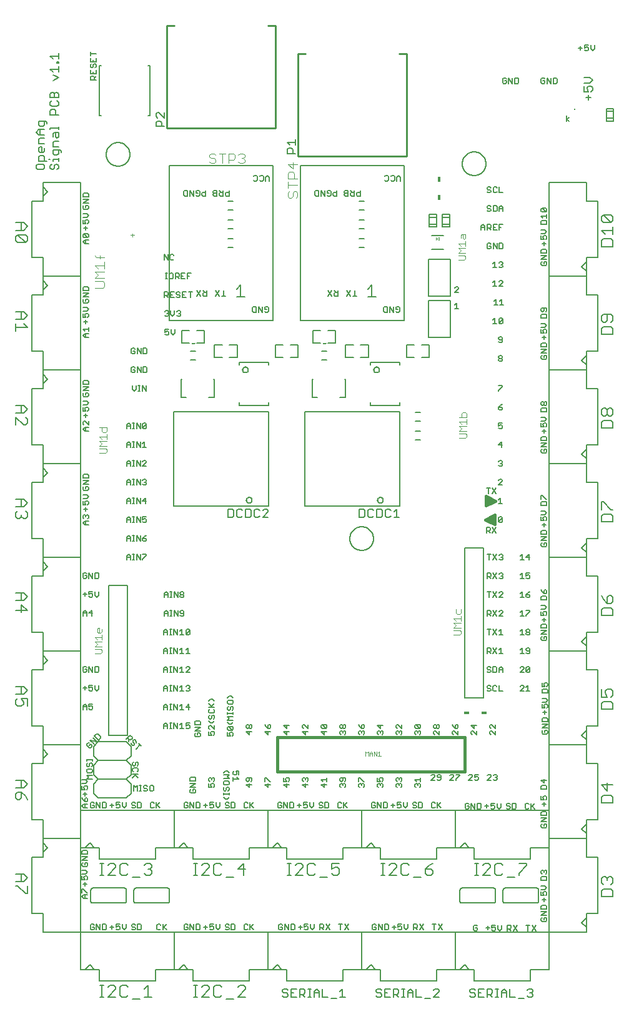
<source format=gto>
G75*
%MOIN*%
%OFA0B0*%
%FSLAX25Y25*%
%IPPOS*%
%LPD*%
%AMOC8*
5,1,8,0,0,1.08239X$1,22.5*
%
%ADD10C,0.00600*%
%ADD11C,0.00500*%
%ADD12C,0.00400*%
%ADD13C,0.00300*%
%ADD14C,0.01600*%
%ADD15C,0.00200*%
%ADD16C,0.00800*%
%ADD17C,0.00787*%
%ADD18C,0.01000*%
%ADD19C,0.00630*%
%ADD20R,0.03000X0.01800*%
%ADD21R,0.01800X0.03000*%
%ADD22C,0.00000*%
%ADD23R,0.00787X0.00787*%
%ADD24C,0.00591*%
%ADD25C,0.00394*%
D10*
X0047500Y0060000D02*
X0064500Y0060000D01*
X0064560Y0060002D01*
X0064621Y0060007D01*
X0064680Y0060016D01*
X0064739Y0060029D01*
X0064798Y0060045D01*
X0064855Y0060065D01*
X0064910Y0060088D01*
X0064965Y0060115D01*
X0065017Y0060144D01*
X0065068Y0060177D01*
X0065117Y0060213D01*
X0065163Y0060251D01*
X0065207Y0060293D01*
X0065249Y0060337D01*
X0065287Y0060383D01*
X0065323Y0060432D01*
X0065356Y0060483D01*
X0065385Y0060535D01*
X0065412Y0060590D01*
X0065435Y0060645D01*
X0065455Y0060702D01*
X0065471Y0060761D01*
X0065484Y0060820D01*
X0065493Y0060879D01*
X0065498Y0060940D01*
X0065500Y0061000D01*
X0065500Y0067000D01*
X0065498Y0067060D01*
X0065493Y0067121D01*
X0065484Y0067180D01*
X0065471Y0067239D01*
X0065455Y0067298D01*
X0065435Y0067355D01*
X0065412Y0067410D01*
X0065385Y0067465D01*
X0065356Y0067517D01*
X0065323Y0067568D01*
X0065287Y0067617D01*
X0065249Y0067663D01*
X0065207Y0067707D01*
X0065163Y0067749D01*
X0065117Y0067787D01*
X0065068Y0067823D01*
X0065017Y0067856D01*
X0064965Y0067885D01*
X0064910Y0067912D01*
X0064855Y0067935D01*
X0064798Y0067955D01*
X0064739Y0067971D01*
X0064680Y0067984D01*
X0064621Y0067993D01*
X0064560Y0067998D01*
X0064500Y0068000D01*
X0047500Y0068000D01*
X0047440Y0067998D01*
X0047379Y0067993D01*
X0047320Y0067984D01*
X0047261Y0067971D01*
X0047202Y0067955D01*
X0047145Y0067935D01*
X0047090Y0067912D01*
X0047035Y0067885D01*
X0046983Y0067856D01*
X0046932Y0067823D01*
X0046883Y0067787D01*
X0046837Y0067749D01*
X0046793Y0067707D01*
X0046751Y0067663D01*
X0046713Y0067617D01*
X0046677Y0067568D01*
X0046644Y0067517D01*
X0046615Y0067465D01*
X0046588Y0067410D01*
X0046565Y0067355D01*
X0046545Y0067298D01*
X0046529Y0067239D01*
X0046516Y0067180D01*
X0046507Y0067121D01*
X0046502Y0067060D01*
X0046500Y0067000D01*
X0046500Y0061000D01*
X0046502Y0060940D01*
X0046507Y0060879D01*
X0046516Y0060820D01*
X0046529Y0060761D01*
X0046545Y0060702D01*
X0046565Y0060645D01*
X0046588Y0060590D01*
X0046615Y0060535D01*
X0046644Y0060483D01*
X0046677Y0060432D01*
X0046713Y0060383D01*
X0046751Y0060337D01*
X0046793Y0060293D01*
X0046837Y0060251D01*
X0046883Y0060213D01*
X0046932Y0060177D01*
X0046983Y0060144D01*
X0047035Y0060115D01*
X0047090Y0060088D01*
X0047145Y0060065D01*
X0047202Y0060045D01*
X0047261Y0060029D01*
X0047320Y0060016D01*
X0047379Y0060007D01*
X0047440Y0060002D01*
X0047500Y0060000D01*
X0069500Y0061000D02*
X0069500Y0067000D01*
X0069502Y0067060D01*
X0069507Y0067121D01*
X0069516Y0067180D01*
X0069529Y0067239D01*
X0069545Y0067298D01*
X0069565Y0067355D01*
X0069588Y0067410D01*
X0069615Y0067465D01*
X0069644Y0067517D01*
X0069677Y0067568D01*
X0069713Y0067617D01*
X0069751Y0067663D01*
X0069793Y0067707D01*
X0069837Y0067749D01*
X0069883Y0067787D01*
X0069932Y0067823D01*
X0069983Y0067856D01*
X0070035Y0067885D01*
X0070090Y0067912D01*
X0070145Y0067935D01*
X0070202Y0067955D01*
X0070261Y0067971D01*
X0070320Y0067984D01*
X0070379Y0067993D01*
X0070440Y0067998D01*
X0070500Y0068000D01*
X0087500Y0068000D01*
X0087560Y0067998D01*
X0087621Y0067993D01*
X0087680Y0067984D01*
X0087739Y0067971D01*
X0087798Y0067955D01*
X0087855Y0067935D01*
X0087910Y0067912D01*
X0087965Y0067885D01*
X0088017Y0067856D01*
X0088068Y0067823D01*
X0088117Y0067787D01*
X0088163Y0067749D01*
X0088207Y0067707D01*
X0088249Y0067663D01*
X0088287Y0067617D01*
X0088323Y0067568D01*
X0088356Y0067517D01*
X0088385Y0067465D01*
X0088412Y0067410D01*
X0088435Y0067355D01*
X0088455Y0067298D01*
X0088471Y0067239D01*
X0088484Y0067180D01*
X0088493Y0067121D01*
X0088498Y0067060D01*
X0088500Y0067000D01*
X0088500Y0061000D01*
X0088498Y0060940D01*
X0088493Y0060879D01*
X0088484Y0060820D01*
X0088471Y0060761D01*
X0088455Y0060702D01*
X0088435Y0060645D01*
X0088412Y0060590D01*
X0088385Y0060535D01*
X0088356Y0060483D01*
X0088323Y0060432D01*
X0088287Y0060383D01*
X0088249Y0060337D01*
X0088207Y0060293D01*
X0088163Y0060251D01*
X0088117Y0060213D01*
X0088068Y0060177D01*
X0088017Y0060144D01*
X0087965Y0060115D01*
X0087910Y0060088D01*
X0087855Y0060065D01*
X0087798Y0060045D01*
X0087739Y0060029D01*
X0087680Y0060016D01*
X0087621Y0060007D01*
X0087560Y0060002D01*
X0087500Y0060000D01*
X0070500Y0060000D01*
X0070440Y0060002D01*
X0070379Y0060007D01*
X0070320Y0060016D01*
X0070261Y0060029D01*
X0070202Y0060045D01*
X0070145Y0060065D01*
X0070090Y0060088D01*
X0070035Y0060115D01*
X0069983Y0060144D01*
X0069932Y0060177D01*
X0069883Y0060213D01*
X0069837Y0060251D01*
X0069793Y0060293D01*
X0069751Y0060337D01*
X0069713Y0060383D01*
X0069677Y0060432D01*
X0069644Y0060483D01*
X0069615Y0060535D01*
X0069588Y0060590D01*
X0069565Y0060645D01*
X0069545Y0060702D01*
X0069529Y0060761D01*
X0069516Y0060820D01*
X0069507Y0060879D01*
X0069502Y0060940D01*
X0069500Y0061000D01*
X0065500Y0116000D02*
X0050500Y0116000D01*
X0048000Y0118500D01*
X0048000Y0123500D01*
X0050500Y0126000D01*
X0065500Y0126000D01*
X0068000Y0128500D01*
X0068000Y0133500D01*
X0065500Y0136000D01*
X0068000Y0138500D01*
X0068000Y0143500D01*
X0065500Y0146000D01*
X0050500Y0146000D01*
X0048000Y0143500D01*
X0048000Y0138500D01*
X0050500Y0136000D01*
X0065500Y0136000D01*
X0065500Y0126000D02*
X0068000Y0123500D01*
X0068000Y0118500D01*
X0065500Y0116000D01*
X0050500Y0126000D02*
X0048000Y0128500D01*
X0048000Y0133500D01*
X0050500Y0136000D01*
X0149386Y0014204D02*
X0148652Y0013470D01*
X0148652Y0012736D01*
X0149386Y0012002D01*
X0150853Y0012002D01*
X0151587Y0011268D01*
X0151587Y0010534D01*
X0150853Y0009800D01*
X0149386Y0009800D01*
X0148652Y0010534D01*
X0149386Y0014204D02*
X0150853Y0014204D01*
X0151587Y0013470D01*
X0153256Y0014204D02*
X0153256Y0009800D01*
X0156191Y0009800D01*
X0157859Y0009800D02*
X0157859Y0014204D01*
X0160061Y0014204D01*
X0160795Y0013470D01*
X0160795Y0012002D01*
X0160061Y0011268D01*
X0157859Y0011268D01*
X0159327Y0011268D02*
X0160795Y0009800D01*
X0162463Y0009800D02*
X0163931Y0009800D01*
X0163197Y0009800D02*
X0163197Y0014204D01*
X0162463Y0014204D02*
X0163931Y0014204D01*
X0165533Y0012736D02*
X0167001Y0014204D01*
X0168468Y0012736D01*
X0168468Y0009800D01*
X0170137Y0009800D02*
X0170137Y0014204D01*
X0168468Y0012002D02*
X0165533Y0012002D01*
X0165533Y0012736D02*
X0165533Y0009800D01*
X0170137Y0009800D02*
X0173072Y0009800D01*
X0174740Y0009066D02*
X0177676Y0009066D01*
X0179344Y0009800D02*
X0182280Y0009800D01*
X0180812Y0009800D02*
X0180812Y0014204D01*
X0179344Y0012736D01*
X0198652Y0012736D02*
X0199386Y0012002D01*
X0200853Y0012002D01*
X0201587Y0011268D01*
X0201587Y0010534D01*
X0200853Y0009800D01*
X0199386Y0009800D01*
X0198652Y0010534D01*
X0198652Y0012736D02*
X0198652Y0013470D01*
X0199386Y0014204D01*
X0200853Y0014204D01*
X0201587Y0013470D01*
X0203256Y0014204D02*
X0203256Y0009800D01*
X0206191Y0009800D01*
X0207859Y0009800D02*
X0207859Y0014204D01*
X0210061Y0014204D01*
X0210795Y0013470D01*
X0210795Y0012002D01*
X0210061Y0011268D01*
X0207859Y0011268D01*
X0209327Y0011268D02*
X0210795Y0009800D01*
X0212463Y0009800D02*
X0213931Y0009800D01*
X0213197Y0009800D02*
X0213197Y0014204D01*
X0212463Y0014204D02*
X0213931Y0014204D01*
X0215533Y0012736D02*
X0215533Y0009800D01*
X0215533Y0012002D02*
X0218468Y0012002D01*
X0218468Y0012736D02*
X0218468Y0009800D01*
X0220137Y0009800D02*
X0220137Y0014204D01*
X0218468Y0012736D02*
X0217001Y0014204D01*
X0215533Y0012736D01*
X0220137Y0009800D02*
X0223072Y0009800D01*
X0224740Y0009066D02*
X0227676Y0009066D01*
X0229344Y0009800D02*
X0232280Y0012736D01*
X0232280Y0013470D01*
X0231546Y0014204D01*
X0230078Y0014204D01*
X0229344Y0013470D01*
X0229344Y0009800D02*
X0232280Y0009800D01*
X0248652Y0010534D02*
X0249386Y0009800D01*
X0250853Y0009800D01*
X0251587Y0010534D01*
X0251587Y0011268D01*
X0250853Y0012002D01*
X0249386Y0012002D01*
X0248652Y0012736D01*
X0248652Y0013470D01*
X0249386Y0014204D01*
X0250853Y0014204D01*
X0251587Y0013470D01*
X0253256Y0014204D02*
X0253256Y0009800D01*
X0256191Y0009800D01*
X0257859Y0009800D02*
X0257859Y0014204D01*
X0260061Y0014204D01*
X0260795Y0013470D01*
X0260795Y0012002D01*
X0260061Y0011268D01*
X0257859Y0011268D01*
X0259327Y0011268D02*
X0260795Y0009800D01*
X0262463Y0009800D02*
X0263931Y0009800D01*
X0263197Y0009800D02*
X0263197Y0014204D01*
X0262463Y0014204D02*
X0263931Y0014204D01*
X0265533Y0012736D02*
X0265533Y0009800D01*
X0265533Y0012002D02*
X0268468Y0012002D01*
X0268468Y0012736D02*
X0268468Y0009800D01*
X0270137Y0009800D02*
X0273072Y0009800D01*
X0274740Y0009066D02*
X0277676Y0009066D01*
X0279344Y0010534D02*
X0280078Y0009800D01*
X0281546Y0009800D01*
X0282280Y0010534D01*
X0282280Y0011268D01*
X0281546Y0012002D01*
X0280812Y0012002D01*
X0281546Y0012002D02*
X0282280Y0012736D01*
X0282280Y0013470D01*
X0281546Y0014204D01*
X0280078Y0014204D01*
X0279344Y0013470D01*
X0270137Y0014204D02*
X0270137Y0009800D01*
X0268468Y0012736D02*
X0267001Y0014204D01*
X0265533Y0012736D01*
X0256191Y0014204D02*
X0253256Y0014204D01*
X0253256Y0012002D02*
X0254723Y0012002D01*
X0261500Y0060000D02*
X0244500Y0060000D01*
X0244440Y0060002D01*
X0244379Y0060007D01*
X0244320Y0060016D01*
X0244261Y0060029D01*
X0244202Y0060045D01*
X0244145Y0060065D01*
X0244090Y0060088D01*
X0244035Y0060115D01*
X0243983Y0060144D01*
X0243932Y0060177D01*
X0243883Y0060213D01*
X0243837Y0060251D01*
X0243793Y0060293D01*
X0243751Y0060337D01*
X0243713Y0060383D01*
X0243677Y0060432D01*
X0243644Y0060483D01*
X0243615Y0060535D01*
X0243588Y0060590D01*
X0243565Y0060645D01*
X0243545Y0060702D01*
X0243529Y0060761D01*
X0243516Y0060820D01*
X0243507Y0060879D01*
X0243502Y0060940D01*
X0243500Y0061000D01*
X0243500Y0067000D01*
X0243502Y0067060D01*
X0243507Y0067121D01*
X0243516Y0067180D01*
X0243529Y0067239D01*
X0243545Y0067298D01*
X0243565Y0067355D01*
X0243588Y0067410D01*
X0243615Y0067465D01*
X0243644Y0067517D01*
X0243677Y0067568D01*
X0243713Y0067617D01*
X0243751Y0067663D01*
X0243793Y0067707D01*
X0243837Y0067749D01*
X0243883Y0067787D01*
X0243932Y0067823D01*
X0243983Y0067856D01*
X0244035Y0067885D01*
X0244090Y0067912D01*
X0244145Y0067935D01*
X0244202Y0067955D01*
X0244261Y0067971D01*
X0244320Y0067984D01*
X0244379Y0067993D01*
X0244440Y0067998D01*
X0244500Y0068000D01*
X0261500Y0068000D01*
X0261560Y0067998D01*
X0261621Y0067993D01*
X0261680Y0067984D01*
X0261739Y0067971D01*
X0261798Y0067955D01*
X0261855Y0067935D01*
X0261910Y0067912D01*
X0261965Y0067885D01*
X0262017Y0067856D01*
X0262068Y0067823D01*
X0262117Y0067787D01*
X0262163Y0067749D01*
X0262207Y0067707D01*
X0262249Y0067663D01*
X0262287Y0067617D01*
X0262323Y0067568D01*
X0262356Y0067517D01*
X0262385Y0067465D01*
X0262412Y0067410D01*
X0262435Y0067355D01*
X0262455Y0067298D01*
X0262471Y0067239D01*
X0262484Y0067180D01*
X0262493Y0067121D01*
X0262498Y0067060D01*
X0262500Y0067000D01*
X0262500Y0061000D01*
X0262498Y0060940D01*
X0262493Y0060879D01*
X0262484Y0060820D01*
X0262471Y0060761D01*
X0262455Y0060702D01*
X0262435Y0060645D01*
X0262412Y0060590D01*
X0262385Y0060535D01*
X0262356Y0060483D01*
X0262323Y0060432D01*
X0262287Y0060383D01*
X0262249Y0060337D01*
X0262207Y0060293D01*
X0262163Y0060251D01*
X0262117Y0060213D01*
X0262068Y0060177D01*
X0262017Y0060144D01*
X0261965Y0060115D01*
X0261910Y0060088D01*
X0261855Y0060065D01*
X0261798Y0060045D01*
X0261739Y0060029D01*
X0261680Y0060016D01*
X0261621Y0060007D01*
X0261560Y0060002D01*
X0261500Y0060000D01*
X0266500Y0061000D02*
X0266500Y0067000D01*
X0266502Y0067060D01*
X0266507Y0067121D01*
X0266516Y0067180D01*
X0266529Y0067239D01*
X0266545Y0067298D01*
X0266565Y0067355D01*
X0266588Y0067410D01*
X0266615Y0067465D01*
X0266644Y0067517D01*
X0266677Y0067568D01*
X0266713Y0067617D01*
X0266751Y0067663D01*
X0266793Y0067707D01*
X0266837Y0067749D01*
X0266883Y0067787D01*
X0266932Y0067823D01*
X0266983Y0067856D01*
X0267035Y0067885D01*
X0267090Y0067912D01*
X0267145Y0067935D01*
X0267202Y0067955D01*
X0267261Y0067971D01*
X0267320Y0067984D01*
X0267379Y0067993D01*
X0267440Y0067998D01*
X0267500Y0068000D01*
X0284500Y0068000D01*
X0284560Y0067998D01*
X0284621Y0067993D01*
X0284680Y0067984D01*
X0284739Y0067971D01*
X0284798Y0067955D01*
X0284855Y0067935D01*
X0284910Y0067912D01*
X0284965Y0067885D01*
X0285017Y0067856D01*
X0285068Y0067823D01*
X0285117Y0067787D01*
X0285163Y0067749D01*
X0285207Y0067707D01*
X0285249Y0067663D01*
X0285287Y0067617D01*
X0285323Y0067568D01*
X0285356Y0067517D01*
X0285385Y0067465D01*
X0285412Y0067410D01*
X0285435Y0067355D01*
X0285455Y0067298D01*
X0285471Y0067239D01*
X0285484Y0067180D01*
X0285493Y0067121D01*
X0285498Y0067060D01*
X0285500Y0067000D01*
X0285500Y0061000D01*
X0285498Y0060940D01*
X0285493Y0060879D01*
X0285484Y0060820D01*
X0285471Y0060761D01*
X0285455Y0060702D01*
X0285435Y0060645D01*
X0285412Y0060590D01*
X0285385Y0060535D01*
X0285356Y0060483D01*
X0285323Y0060432D01*
X0285287Y0060383D01*
X0285249Y0060337D01*
X0285207Y0060293D01*
X0285163Y0060251D01*
X0285117Y0060213D01*
X0285068Y0060177D01*
X0285017Y0060144D01*
X0284965Y0060115D01*
X0284910Y0060088D01*
X0284855Y0060065D01*
X0284798Y0060045D01*
X0284739Y0060029D01*
X0284680Y0060016D01*
X0284621Y0060007D01*
X0284560Y0060002D01*
X0284500Y0060000D01*
X0267500Y0060000D01*
X0267440Y0060002D01*
X0267379Y0060007D01*
X0267320Y0060016D01*
X0267261Y0060029D01*
X0267202Y0060045D01*
X0267145Y0060065D01*
X0267090Y0060088D01*
X0267035Y0060115D01*
X0266983Y0060144D01*
X0266932Y0060177D01*
X0266883Y0060213D01*
X0266837Y0060251D01*
X0266793Y0060293D01*
X0266751Y0060337D01*
X0266713Y0060383D01*
X0266677Y0060432D01*
X0266644Y0060483D01*
X0266615Y0060535D01*
X0266588Y0060590D01*
X0266565Y0060645D01*
X0266545Y0060702D01*
X0266529Y0060761D01*
X0266516Y0060820D01*
X0266507Y0060879D01*
X0266502Y0060940D01*
X0266500Y0061000D01*
X0206191Y0014204D02*
X0203256Y0014204D01*
X0203256Y0012002D02*
X0204723Y0012002D01*
X0156191Y0014204D02*
X0153256Y0014204D01*
X0153256Y0012002D02*
X0154723Y0012002D01*
X0141152Y0265800D02*
X0138216Y0265800D01*
X0141152Y0268736D01*
X0141152Y0269470D01*
X0140418Y0270204D01*
X0138950Y0270204D01*
X0138216Y0269470D01*
X0136548Y0269470D02*
X0135814Y0270204D01*
X0134346Y0270204D01*
X0133612Y0269470D01*
X0133612Y0266534D01*
X0134346Y0265800D01*
X0135814Y0265800D01*
X0136548Y0266534D01*
X0131944Y0266534D02*
X0131944Y0269470D01*
X0131210Y0270204D01*
X0129008Y0270204D01*
X0129008Y0265800D01*
X0131210Y0265800D01*
X0131944Y0266534D01*
X0127340Y0266534D02*
X0126606Y0265800D01*
X0125138Y0265800D01*
X0124404Y0266534D01*
X0124404Y0269470D01*
X0125138Y0270204D01*
X0126606Y0270204D01*
X0127340Y0269470D01*
X0122736Y0269470D02*
X0122002Y0270204D01*
X0119800Y0270204D01*
X0119800Y0265800D01*
X0122002Y0265800D01*
X0122736Y0266534D01*
X0122736Y0269470D01*
X0189800Y0270204D02*
X0192002Y0270204D01*
X0192736Y0269470D01*
X0192736Y0266534D01*
X0192002Y0265800D01*
X0189800Y0265800D01*
X0189800Y0270204D01*
X0194404Y0269470D02*
X0194404Y0266534D01*
X0195138Y0265800D01*
X0196606Y0265800D01*
X0197340Y0266534D01*
X0199008Y0265800D02*
X0201210Y0265800D01*
X0201944Y0266534D01*
X0201944Y0269470D01*
X0201210Y0270204D01*
X0199008Y0270204D01*
X0199008Y0265800D01*
X0197340Y0269470D02*
X0196606Y0270204D01*
X0195138Y0270204D01*
X0194404Y0269470D01*
X0203612Y0269470D02*
X0203612Y0266534D01*
X0204346Y0265800D01*
X0205814Y0265800D01*
X0206548Y0266534D01*
X0208216Y0265800D02*
X0211152Y0265800D01*
X0209684Y0265800D02*
X0209684Y0270204D01*
X0208216Y0268736D01*
X0206548Y0269470D02*
X0205814Y0270204D01*
X0204346Y0270204D01*
X0203612Y0269470D01*
X0219819Y0307138D02*
X0222181Y0307138D01*
X0222181Y0311862D02*
X0219819Y0311862D01*
X0219819Y0317138D02*
X0222181Y0317138D01*
X0222181Y0321862D02*
X0219819Y0321862D01*
X0172181Y0349638D02*
X0169819Y0349638D01*
X0169819Y0354362D02*
X0172181Y0354362D01*
X0194300Y0383300D02*
X0198570Y0383300D01*
X0196435Y0383300D02*
X0196435Y0389705D01*
X0194300Y0387570D01*
X0192181Y0409638D02*
X0189819Y0409638D01*
X0189819Y0414362D02*
X0192181Y0414362D01*
X0192181Y0419638D02*
X0189819Y0419638D01*
X0189819Y0424362D02*
X0192181Y0424362D01*
X0192181Y0429638D02*
X0189819Y0429638D01*
X0189819Y0434362D02*
X0192181Y0434362D01*
X0227100Y0427300D02*
X0230900Y0427300D01*
X0230900Y0425800D01*
X0230900Y0422200D01*
X0230900Y0420700D01*
X0227100Y0420700D01*
X0227100Y0422200D01*
X0227100Y0425800D01*
X0227100Y0427300D01*
X0227100Y0425800D02*
X0230900Y0425800D01*
X0230900Y0424500D02*
X0230900Y0423500D01*
X0230900Y0422200D02*
X0227100Y0422200D01*
X0227100Y0423500D02*
X0227100Y0424500D01*
X0234100Y0424500D02*
X0234100Y0423500D01*
X0234100Y0422200D02*
X0234100Y0425800D01*
X0234100Y0427300D01*
X0237900Y0427300D01*
X0237900Y0425800D01*
X0237900Y0422200D01*
X0237900Y0420700D01*
X0234100Y0420700D01*
X0234100Y0422200D01*
X0237900Y0422200D01*
X0237900Y0423500D02*
X0237900Y0424500D01*
X0237900Y0425800D02*
X0234100Y0425800D01*
X0309796Y0492904D02*
X0311998Y0492904D01*
X0311264Y0494372D01*
X0311264Y0495106D01*
X0311998Y0495840D01*
X0313466Y0495840D01*
X0314200Y0495106D01*
X0314200Y0493638D01*
X0313466Y0492904D01*
X0311998Y0491236D02*
X0311998Y0488300D01*
X0310530Y0489768D02*
X0313466Y0489768D01*
X0309796Y0492904D02*
X0309796Y0495840D01*
X0309796Y0497508D02*
X0312732Y0497508D01*
X0314200Y0498976D01*
X0312732Y0500444D01*
X0309796Y0500444D01*
X0321600Y0483800D02*
X0325400Y0483800D01*
X0325400Y0482300D01*
X0325400Y0478700D01*
X0325400Y0477200D01*
X0321600Y0477200D01*
X0321600Y0478700D01*
X0321600Y0482300D01*
X0321600Y0483800D01*
X0321600Y0482300D02*
X0325400Y0482300D01*
X0325400Y0481000D02*
X0325400Y0480000D01*
X0325400Y0478700D02*
X0321600Y0478700D01*
X0321600Y0480000D02*
X0321600Y0481000D01*
X0155700Y0467340D02*
X0155700Y0464404D01*
X0155700Y0465872D02*
X0151296Y0465872D01*
X0152764Y0464404D01*
X0152030Y0462736D02*
X0153498Y0462736D01*
X0154232Y0462002D01*
X0154232Y0459800D01*
X0155700Y0459800D02*
X0151296Y0459800D01*
X0151296Y0462002D01*
X0152030Y0462736D01*
X0122181Y0434362D02*
X0119819Y0434362D01*
X0119819Y0429638D02*
X0122181Y0429638D01*
X0122181Y0424362D02*
X0119819Y0424362D01*
X0119819Y0419638D02*
X0122181Y0419638D01*
X0122181Y0414362D02*
X0119819Y0414362D01*
X0119819Y0409638D02*
X0122181Y0409638D01*
X0126435Y0389705D02*
X0126435Y0383300D01*
X0124300Y0383300D02*
X0128570Y0383300D01*
X0124300Y0387570D02*
X0126435Y0389705D01*
X0102181Y0354362D02*
X0099819Y0354362D01*
X0099819Y0349638D02*
X0102181Y0349638D01*
X0028466Y0451300D02*
X0029200Y0452034D01*
X0029200Y0453502D01*
X0028466Y0454236D01*
X0027732Y0454236D01*
X0026998Y0453502D01*
X0026998Y0452034D01*
X0026264Y0451300D01*
X0025530Y0451300D01*
X0024796Y0452034D01*
X0024796Y0453502D01*
X0025530Y0454236D01*
X0026264Y0455904D02*
X0026264Y0456638D01*
X0029200Y0456638D01*
X0029200Y0455904D02*
X0029200Y0457372D01*
X0028466Y0458973D02*
X0029200Y0459707D01*
X0029200Y0461909D01*
X0029934Y0461909D02*
X0026264Y0461909D01*
X0026264Y0459707D01*
X0026998Y0458973D01*
X0028466Y0458973D01*
X0030668Y0460441D02*
X0030668Y0461175D01*
X0029934Y0461909D01*
X0029200Y0463577D02*
X0026264Y0463577D01*
X0026264Y0465779D01*
X0026998Y0466513D01*
X0029200Y0466513D01*
X0028466Y0468181D02*
X0027732Y0468915D01*
X0027732Y0471117D01*
X0026998Y0471117D02*
X0029200Y0471117D01*
X0029200Y0468915D01*
X0028466Y0468181D01*
X0026264Y0468915D02*
X0026264Y0470383D01*
X0026998Y0471117D01*
X0024796Y0472785D02*
X0024796Y0473519D01*
X0029200Y0473519D01*
X0029200Y0472785D02*
X0029200Y0474253D01*
X0029200Y0480458D02*
X0024796Y0480458D01*
X0024796Y0482660D01*
X0025530Y0483394D01*
X0026998Y0483394D01*
X0027732Y0482660D01*
X0027732Y0480458D01*
X0028466Y0485062D02*
X0025530Y0485062D01*
X0024796Y0485796D01*
X0024796Y0487264D01*
X0025530Y0487998D01*
X0024796Y0489666D02*
X0024796Y0491868D01*
X0025530Y0492602D01*
X0026264Y0492602D01*
X0026998Y0491868D01*
X0026998Y0489666D01*
X0029200Y0489666D02*
X0024796Y0489666D01*
X0026998Y0491868D02*
X0027732Y0492602D01*
X0028466Y0492602D01*
X0029200Y0491868D01*
X0029200Y0489666D01*
X0028466Y0487998D02*
X0029200Y0487264D01*
X0029200Y0485796D01*
X0028466Y0485062D01*
X0022434Y0477255D02*
X0023168Y0476521D01*
X0023168Y0475788D01*
X0022434Y0477255D02*
X0018764Y0477255D01*
X0018764Y0475054D01*
X0019498Y0474320D01*
X0020966Y0474320D01*
X0021700Y0475054D01*
X0021700Y0477255D01*
X0021700Y0472652D02*
X0018764Y0472652D01*
X0017296Y0471184D01*
X0018764Y0469716D01*
X0021700Y0469716D01*
X0021700Y0468048D02*
X0019498Y0468048D01*
X0018764Y0467314D01*
X0018764Y0465112D01*
X0021700Y0465112D01*
X0020232Y0463444D02*
X0020232Y0460508D01*
X0019498Y0460508D02*
X0018764Y0461242D01*
X0018764Y0462710D01*
X0019498Y0463444D01*
X0020232Y0463444D01*
X0021700Y0462710D02*
X0021700Y0461242D01*
X0020966Y0460508D01*
X0019498Y0460508D01*
X0019498Y0458840D02*
X0020966Y0458840D01*
X0021700Y0458106D01*
X0021700Y0455904D01*
X0023168Y0455904D02*
X0018764Y0455904D01*
X0018764Y0458106D01*
X0019498Y0458840D01*
X0018030Y0454236D02*
X0017296Y0453502D01*
X0017296Y0452034D01*
X0018030Y0451300D01*
X0020966Y0451300D01*
X0021700Y0452034D01*
X0021700Y0453502D01*
X0020966Y0454236D01*
X0018030Y0454236D01*
X0024062Y0456638D02*
X0024796Y0456638D01*
X0019498Y0469716D02*
X0019498Y0472652D01*
X0026264Y0498874D02*
X0029200Y0500342D01*
X0026264Y0501810D01*
X0026264Y0503478D02*
X0024796Y0504946D01*
X0029200Y0504946D01*
X0029200Y0503478D02*
X0029200Y0506414D01*
X0029200Y0508082D02*
X0029200Y0508816D01*
X0028466Y0508816D01*
X0028466Y0508082D01*
X0029200Y0508082D01*
X0029200Y0510384D02*
X0029200Y0513320D01*
X0029200Y0511852D02*
X0024796Y0511852D01*
X0026264Y0510384D01*
X0081296Y0481106D02*
X0081296Y0479638D01*
X0082030Y0478904D01*
X0082030Y0477236D02*
X0083498Y0477236D01*
X0084232Y0476502D01*
X0084232Y0474300D01*
X0085700Y0474300D02*
X0081296Y0474300D01*
X0081296Y0476502D01*
X0082030Y0477236D01*
X0081296Y0481106D02*
X0082030Y0481840D01*
X0082764Y0481840D01*
X0085700Y0478904D01*
X0085700Y0481840D01*
D11*
X0041000Y0044500D02*
X0041000Y0024500D01*
X0043500Y0024500D01*
X0046000Y0027000D01*
X0048500Y0024500D01*
X0051000Y0024500D01*
X0051000Y0018500D01*
X0081000Y0018500D01*
X0081000Y0024500D01*
X0091000Y0024500D01*
X0093500Y0024500D01*
X0096000Y0027000D01*
X0098500Y0024500D01*
X0101000Y0024500D01*
X0101000Y0018500D01*
X0131000Y0018500D01*
X0131000Y0024500D01*
X0141000Y0024500D01*
X0141000Y0044500D01*
X0091000Y0044500D01*
X0091000Y0024500D01*
X0091000Y0044500D01*
X0041000Y0044500D01*
X0021000Y0044500D01*
X0021000Y0054500D01*
X0015000Y0054500D01*
X0015000Y0084500D01*
X0021000Y0084500D01*
X0021000Y0087000D01*
X0023500Y0089500D01*
X0021000Y0092000D01*
X0021000Y0087000D01*
X0021000Y0092000D02*
X0021000Y0094500D01*
X0041000Y0094500D01*
X0041000Y0144500D01*
X0021000Y0144500D01*
X0021000Y0154500D01*
X0015000Y0154500D01*
X0015000Y0184500D01*
X0021000Y0184500D01*
X0021000Y0187000D01*
X0023500Y0189500D01*
X0021000Y0192000D01*
X0021000Y0187000D01*
X0021000Y0192000D02*
X0021000Y0194500D01*
X0041000Y0194500D01*
X0041000Y0244500D01*
X0021000Y0244500D01*
X0021000Y0242000D01*
X0023500Y0239500D01*
X0021000Y0237000D01*
X0021000Y0234500D01*
X0015000Y0234500D01*
X0015000Y0204500D01*
X0021000Y0204500D01*
X0021000Y0194500D01*
X0041000Y0194500D01*
X0041000Y0144500D01*
X0021000Y0144500D01*
X0021000Y0142000D01*
X0023500Y0139500D01*
X0021000Y0137000D01*
X0021000Y0134500D01*
X0015000Y0134500D01*
X0015000Y0104500D01*
X0021000Y0104500D01*
X0021000Y0094500D01*
X0041000Y0094500D01*
X0041000Y0044500D01*
X0046250Y0046250D02*
X0046750Y0045750D01*
X0047751Y0045750D01*
X0048252Y0046250D01*
X0048252Y0047251D01*
X0047251Y0047251D01*
X0046250Y0048252D02*
X0046250Y0046250D01*
X0046250Y0048252D02*
X0046750Y0048753D01*
X0047751Y0048753D01*
X0048252Y0048252D01*
X0049473Y0048753D02*
X0051474Y0045750D01*
X0051474Y0048753D01*
X0052695Y0048753D02*
X0054197Y0048753D01*
X0054697Y0048252D01*
X0054697Y0046250D01*
X0054197Y0045750D01*
X0052695Y0045750D01*
X0052695Y0048753D01*
X0049473Y0048753D02*
X0049473Y0045750D01*
X0056750Y0047251D02*
X0058752Y0047251D01*
X0059973Y0047251D02*
X0060974Y0047752D01*
X0061474Y0047752D01*
X0061974Y0047251D01*
X0061974Y0046250D01*
X0061474Y0045750D01*
X0060473Y0045750D01*
X0059973Y0046250D01*
X0059973Y0047251D02*
X0059973Y0048753D01*
X0061974Y0048753D01*
X0063195Y0048753D02*
X0063195Y0046751D01*
X0064196Y0045750D01*
X0065197Y0046751D01*
X0065197Y0048753D01*
X0068250Y0048252D02*
X0068250Y0047752D01*
X0068750Y0047251D01*
X0069751Y0047251D01*
X0070252Y0046751D01*
X0070252Y0046250D01*
X0069751Y0045750D01*
X0068750Y0045750D01*
X0068250Y0046250D01*
X0068250Y0048252D02*
X0068750Y0048753D01*
X0069751Y0048753D01*
X0070252Y0048252D01*
X0071473Y0048753D02*
X0072974Y0048753D01*
X0073474Y0048252D01*
X0073474Y0046250D01*
X0072974Y0045750D01*
X0071473Y0045750D01*
X0071473Y0048753D01*
X0081750Y0048252D02*
X0081750Y0046250D01*
X0082250Y0045750D01*
X0083251Y0045750D01*
X0083752Y0046250D01*
X0084973Y0045750D02*
X0084973Y0048753D01*
X0083752Y0048252D02*
X0083251Y0048753D01*
X0082250Y0048753D01*
X0081750Y0048252D01*
X0084973Y0046751D02*
X0086974Y0048753D01*
X0085473Y0047251D02*
X0086974Y0045750D01*
X0096250Y0046250D02*
X0096750Y0045750D01*
X0097751Y0045750D01*
X0098252Y0046250D01*
X0098252Y0047251D01*
X0097251Y0047251D01*
X0096250Y0048252D02*
X0096250Y0046250D01*
X0096250Y0048252D02*
X0096750Y0048753D01*
X0097751Y0048753D01*
X0098252Y0048252D01*
X0099473Y0048753D02*
X0101474Y0045750D01*
X0101474Y0048753D01*
X0102695Y0048753D02*
X0104197Y0048753D01*
X0104697Y0048252D01*
X0104697Y0046250D01*
X0104197Y0045750D01*
X0102695Y0045750D01*
X0102695Y0048753D01*
X0099473Y0048753D02*
X0099473Y0045750D01*
X0106750Y0047251D02*
X0108752Y0047251D01*
X0109973Y0047251D02*
X0110974Y0047752D01*
X0111474Y0047752D01*
X0111974Y0047251D01*
X0111974Y0046250D01*
X0111474Y0045750D01*
X0110473Y0045750D01*
X0109973Y0046250D01*
X0109973Y0047251D02*
X0109973Y0048753D01*
X0111974Y0048753D01*
X0113195Y0048753D02*
X0113195Y0046751D01*
X0114196Y0045750D01*
X0115197Y0046751D01*
X0115197Y0048753D01*
X0118250Y0048252D02*
X0118250Y0047752D01*
X0118750Y0047251D01*
X0119751Y0047251D01*
X0120252Y0046751D01*
X0120252Y0046250D01*
X0119751Y0045750D01*
X0118750Y0045750D01*
X0118250Y0046250D01*
X0118250Y0048252D02*
X0118750Y0048753D01*
X0119751Y0048753D01*
X0120252Y0048252D01*
X0121473Y0048753D02*
X0122974Y0048753D01*
X0123474Y0048252D01*
X0123474Y0046250D01*
X0122974Y0045750D01*
X0121473Y0045750D01*
X0121473Y0048753D01*
X0128250Y0048252D02*
X0128250Y0046250D01*
X0128750Y0045750D01*
X0129751Y0045750D01*
X0130252Y0046250D01*
X0131473Y0045750D02*
X0131473Y0048753D01*
X0130252Y0048252D02*
X0129751Y0048753D01*
X0128750Y0048753D01*
X0128250Y0048252D01*
X0131473Y0046751D02*
X0133474Y0048753D01*
X0131973Y0047251D02*
X0133474Y0045750D01*
X0141000Y0044500D02*
X0141000Y0024500D01*
X0143500Y0024500D01*
X0146000Y0027000D01*
X0148500Y0024500D01*
X0151000Y0024500D01*
X0151000Y0018500D01*
X0181000Y0018500D01*
X0181000Y0024500D01*
X0191000Y0024500D01*
X0191000Y0044500D01*
X0141000Y0044500D01*
X0146750Y0046250D02*
X0147250Y0045750D01*
X0148251Y0045750D01*
X0148752Y0046250D01*
X0148752Y0047251D01*
X0147751Y0047251D01*
X0146750Y0048252D02*
X0146750Y0046250D01*
X0146750Y0048252D02*
X0147250Y0048753D01*
X0148251Y0048753D01*
X0148752Y0048252D01*
X0149973Y0048753D02*
X0151974Y0045750D01*
X0151974Y0048753D01*
X0153195Y0048753D02*
X0154697Y0048753D01*
X0155197Y0048252D01*
X0155197Y0046250D01*
X0154697Y0045750D01*
X0153195Y0045750D01*
X0153195Y0048753D01*
X0149973Y0048753D02*
X0149973Y0045750D01*
X0157250Y0047251D02*
X0159252Y0047251D01*
X0160473Y0047251D02*
X0161474Y0047752D01*
X0161974Y0047752D01*
X0162474Y0047251D01*
X0162474Y0046250D01*
X0161974Y0045750D01*
X0160973Y0045750D01*
X0160473Y0046250D01*
X0160473Y0047251D02*
X0160473Y0048753D01*
X0162474Y0048753D01*
X0163695Y0048753D02*
X0163695Y0046751D01*
X0164696Y0045750D01*
X0165697Y0046751D01*
X0165697Y0048753D01*
X0168750Y0048753D02*
X0170251Y0048753D01*
X0170752Y0048252D01*
X0170752Y0047251D01*
X0170251Y0046751D01*
X0168750Y0046751D01*
X0169751Y0046751D02*
X0170752Y0045750D01*
X0171973Y0045750D02*
X0173974Y0048753D01*
X0171973Y0048753D02*
X0173974Y0045750D01*
X0168750Y0045750D02*
X0168750Y0048753D01*
X0158251Y0048252D02*
X0158251Y0046250D01*
X0178750Y0048753D02*
X0180752Y0048753D01*
X0179751Y0048753D02*
X0179751Y0045750D01*
X0181973Y0045750D02*
X0183974Y0048753D01*
X0181973Y0048753D02*
X0183974Y0045750D01*
X0191000Y0044500D02*
X0191000Y0024500D01*
X0193500Y0024500D01*
X0196000Y0027000D01*
X0198500Y0024500D01*
X0201000Y0024500D01*
X0201000Y0018500D01*
X0231000Y0018500D01*
X0231000Y0024500D01*
X0241000Y0024500D01*
X0241000Y0044500D01*
X0191000Y0044500D01*
X0196750Y0046250D02*
X0197250Y0045750D01*
X0198251Y0045750D01*
X0198752Y0046250D01*
X0198752Y0047251D01*
X0197751Y0047251D01*
X0196750Y0048252D02*
X0196750Y0046250D01*
X0196750Y0048252D02*
X0197250Y0048753D01*
X0198251Y0048753D01*
X0198752Y0048252D01*
X0199973Y0048753D02*
X0201974Y0045750D01*
X0201974Y0048753D01*
X0203195Y0048753D02*
X0204697Y0048753D01*
X0205197Y0048252D01*
X0205197Y0046250D01*
X0204697Y0045750D01*
X0203195Y0045750D01*
X0203195Y0048753D01*
X0199973Y0048753D02*
X0199973Y0045750D01*
X0207250Y0047251D02*
X0209252Y0047251D01*
X0210473Y0047251D02*
X0211474Y0047752D01*
X0211974Y0047752D01*
X0212474Y0047251D01*
X0212474Y0046250D01*
X0211974Y0045750D01*
X0210973Y0045750D01*
X0210473Y0046250D01*
X0210473Y0047251D02*
X0210473Y0048753D01*
X0212474Y0048753D01*
X0213695Y0048753D02*
X0213695Y0046751D01*
X0214696Y0045750D01*
X0215697Y0046751D01*
X0215697Y0048753D01*
X0218750Y0048753D02*
X0220251Y0048753D01*
X0220752Y0048252D01*
X0220752Y0047251D01*
X0220251Y0046751D01*
X0218750Y0046751D01*
X0219751Y0046751D02*
X0220752Y0045750D01*
X0221973Y0045750D02*
X0223974Y0048753D01*
X0221973Y0048753D02*
X0223974Y0045750D01*
X0218750Y0045750D02*
X0218750Y0048753D01*
X0228750Y0048753D02*
X0230752Y0048753D01*
X0229751Y0048753D02*
X0229751Y0045750D01*
X0231973Y0045750D02*
X0233974Y0048753D01*
X0231973Y0048753D02*
X0233974Y0045750D01*
X0241000Y0044500D02*
X0241000Y0024500D01*
X0243500Y0024500D01*
X0246000Y0027000D01*
X0248500Y0024500D01*
X0251000Y0024500D01*
X0251000Y0018500D01*
X0281000Y0018500D01*
X0281000Y0024500D01*
X0291000Y0024500D01*
X0291000Y0044500D01*
X0311000Y0044500D01*
X0311000Y0047000D01*
X0308500Y0049500D01*
X0311000Y0052000D01*
X0311000Y0054500D01*
X0317000Y0054500D01*
X0317000Y0084500D01*
X0311000Y0084500D01*
X0311000Y0094500D01*
X0311000Y0097000D01*
X0308500Y0099500D01*
X0311000Y0102000D01*
X0311000Y0104500D01*
X0317000Y0104500D01*
X0317000Y0134500D01*
X0311000Y0134500D01*
X0311000Y0144500D01*
X0311000Y0147000D01*
X0308500Y0149500D01*
X0311000Y0152000D01*
X0311000Y0154500D01*
X0317000Y0154500D01*
X0317000Y0184500D01*
X0311000Y0184500D01*
X0311000Y0194500D01*
X0311000Y0197000D01*
X0308500Y0199500D01*
X0311000Y0202000D01*
X0311000Y0204500D01*
X0317000Y0204500D01*
X0317000Y0234500D01*
X0311000Y0234500D01*
X0311000Y0244500D01*
X0311000Y0247000D01*
X0308500Y0249500D01*
X0311000Y0252000D01*
X0311000Y0254500D01*
X0317000Y0254500D01*
X0317000Y0284500D01*
X0311000Y0284500D01*
X0311000Y0294500D01*
X0311000Y0297000D01*
X0308500Y0299500D01*
X0311000Y0302000D01*
X0311000Y0304500D01*
X0317000Y0304500D01*
X0317000Y0334500D01*
X0311000Y0334500D01*
X0311000Y0344500D01*
X0311000Y0347000D01*
X0308500Y0349500D01*
X0311000Y0352000D01*
X0311000Y0354500D01*
X0317000Y0354500D01*
X0317000Y0384500D01*
X0311000Y0384500D01*
X0311000Y0394500D01*
X0311000Y0397000D01*
X0308500Y0399500D01*
X0311000Y0402000D01*
X0311000Y0404500D01*
X0317000Y0404500D01*
X0317000Y0434500D01*
X0311000Y0434500D01*
X0311000Y0444500D01*
X0291000Y0444500D01*
X0291000Y0394500D01*
X0311000Y0394500D01*
X0291000Y0394500D01*
X0291000Y0344500D01*
X0311000Y0344500D01*
X0291000Y0344500D01*
X0291000Y0294500D01*
X0311000Y0294500D01*
X0291000Y0294500D01*
X0291000Y0244500D01*
X0311000Y0244500D01*
X0291000Y0244500D01*
X0291000Y0194500D01*
X0311000Y0194500D01*
X0291000Y0194500D01*
X0291000Y0144500D01*
X0311000Y0144500D01*
X0291000Y0144500D01*
X0291000Y0094500D01*
X0311000Y0094500D01*
X0291000Y0094500D01*
X0291000Y0044500D01*
X0241000Y0044500D01*
X0250750Y0045750D02*
X0251250Y0045250D01*
X0252251Y0045250D01*
X0252752Y0045750D01*
X0252752Y0046751D01*
X0251751Y0046751D01*
X0250750Y0047752D02*
X0250750Y0045750D01*
X0250750Y0047752D02*
X0251250Y0048253D01*
X0252251Y0048253D01*
X0252752Y0047752D01*
X0257250Y0046751D02*
X0259252Y0046751D01*
X0260473Y0046751D02*
X0261474Y0047252D01*
X0261974Y0047252D01*
X0262474Y0046751D01*
X0262474Y0045750D01*
X0261974Y0045250D01*
X0260973Y0045250D01*
X0260473Y0045750D01*
X0260473Y0046751D02*
X0260473Y0048253D01*
X0262474Y0048253D01*
X0263695Y0048253D02*
X0263695Y0046251D01*
X0264696Y0045250D01*
X0265697Y0046251D01*
X0265697Y0048253D01*
X0268750Y0048253D02*
X0270251Y0048253D01*
X0270752Y0047752D01*
X0270752Y0046751D01*
X0270251Y0046251D01*
X0268750Y0046251D01*
X0269751Y0046251D02*
X0270752Y0045250D01*
X0271973Y0045250D02*
X0273974Y0048253D01*
X0271973Y0048253D02*
X0273974Y0045250D01*
X0268750Y0045250D02*
X0268750Y0048253D01*
X0278750Y0048253D02*
X0280752Y0048253D01*
X0279751Y0048253D02*
X0279751Y0045250D01*
X0281973Y0045250D02*
X0283974Y0048253D01*
X0281973Y0048253D02*
X0283974Y0045250D01*
X0287248Y0050250D02*
X0289250Y0050250D01*
X0289750Y0050750D01*
X0289750Y0051751D01*
X0289250Y0052252D01*
X0288249Y0052252D01*
X0288249Y0051251D01*
X0287248Y0052252D02*
X0286747Y0051751D01*
X0286747Y0050750D01*
X0287248Y0050250D01*
X0286747Y0053473D02*
X0289750Y0055474D01*
X0286747Y0055474D01*
X0286747Y0056695D02*
X0286747Y0058197D01*
X0287248Y0058697D01*
X0289250Y0058697D01*
X0289750Y0058197D01*
X0289750Y0056695D01*
X0286747Y0056695D01*
X0286747Y0053473D02*
X0289750Y0053473D01*
X0288249Y0060750D02*
X0288249Y0062752D01*
X0288249Y0063973D02*
X0287748Y0064974D01*
X0287748Y0065474D01*
X0288249Y0065974D01*
X0289250Y0065974D01*
X0289750Y0065474D01*
X0289750Y0064473D01*
X0289250Y0063973D01*
X0288249Y0063973D02*
X0286747Y0063973D01*
X0286747Y0065974D01*
X0286747Y0067195D02*
X0288749Y0067195D01*
X0289750Y0068196D01*
X0288749Y0069197D01*
X0286747Y0069197D01*
X0286747Y0072250D02*
X0286747Y0073751D01*
X0287248Y0074252D01*
X0289250Y0074252D01*
X0289750Y0073751D01*
X0289750Y0072250D01*
X0286747Y0072250D01*
X0287248Y0075473D02*
X0286747Y0075973D01*
X0286747Y0076974D01*
X0287248Y0077474D01*
X0287748Y0077474D01*
X0288249Y0076974D01*
X0288749Y0077474D01*
X0289250Y0077474D01*
X0289750Y0076974D01*
X0289750Y0075973D01*
X0289250Y0075473D01*
X0288249Y0076474D02*
X0288249Y0076974D01*
X0281000Y0083500D02*
X0281000Y0089500D01*
X0291000Y0089500D01*
X0291000Y0109500D01*
X0241000Y0109500D01*
X0241000Y0089500D01*
X0243500Y0089500D01*
X0246000Y0092000D01*
X0248500Y0089500D01*
X0251000Y0089500D01*
X0251000Y0083500D01*
X0281000Y0083500D01*
X0287248Y0100250D02*
X0289250Y0100250D01*
X0289750Y0100750D01*
X0289750Y0101751D01*
X0289250Y0102252D01*
X0288249Y0102252D01*
X0288249Y0101251D01*
X0287248Y0102252D02*
X0286747Y0101751D01*
X0286747Y0100750D01*
X0287248Y0100250D01*
X0286747Y0103473D02*
X0289750Y0105474D01*
X0286747Y0105474D01*
X0286747Y0106695D02*
X0286747Y0108197D01*
X0287248Y0108697D01*
X0289250Y0108697D01*
X0289750Y0108197D01*
X0289750Y0106695D01*
X0286747Y0106695D01*
X0286747Y0103473D02*
X0289750Y0103473D01*
X0283474Y0110250D02*
X0281973Y0111751D01*
X0281473Y0111251D02*
X0283474Y0113253D01*
X0281473Y0113253D02*
X0281473Y0110250D01*
X0280252Y0110750D02*
X0279751Y0110250D01*
X0278750Y0110250D01*
X0278250Y0110750D01*
X0278250Y0112752D01*
X0278750Y0113253D01*
X0279751Y0113253D01*
X0280252Y0112752D01*
X0273474Y0112752D02*
X0273474Y0110750D01*
X0272974Y0110250D01*
X0271473Y0110250D01*
X0271473Y0113253D01*
X0272974Y0113253D01*
X0273474Y0112752D01*
X0270252Y0112752D02*
X0269751Y0113253D01*
X0268750Y0113253D01*
X0268250Y0112752D01*
X0268250Y0112252D01*
X0268750Y0111751D01*
X0269751Y0111751D01*
X0270252Y0111251D01*
X0270252Y0110750D01*
X0269751Y0110250D01*
X0268750Y0110250D01*
X0268250Y0110750D01*
X0265197Y0111251D02*
X0265197Y0113253D01*
X0263195Y0113253D02*
X0263195Y0111251D01*
X0264196Y0110250D01*
X0265197Y0111251D01*
X0261974Y0111751D02*
X0261974Y0110750D01*
X0261474Y0110250D01*
X0260473Y0110250D01*
X0259973Y0110750D01*
X0259973Y0111751D02*
X0260974Y0112252D01*
X0261474Y0112252D01*
X0261974Y0111751D01*
X0261974Y0113253D02*
X0259973Y0113253D01*
X0259973Y0111751D01*
X0258752Y0111751D02*
X0256750Y0111751D01*
X0257751Y0112752D02*
X0257751Y0110750D01*
X0254697Y0110750D02*
X0254697Y0112752D01*
X0254197Y0113253D01*
X0252695Y0113253D01*
X0252695Y0110250D01*
X0254197Y0110250D01*
X0254697Y0110750D01*
X0251474Y0110250D02*
X0251474Y0113253D01*
X0249473Y0113253D02*
X0251474Y0110250D01*
X0249473Y0110250D02*
X0249473Y0113253D01*
X0248252Y0112752D02*
X0247751Y0113253D01*
X0246750Y0113253D01*
X0246250Y0112752D01*
X0246250Y0110750D01*
X0246750Y0110250D01*
X0247751Y0110250D01*
X0248252Y0110750D01*
X0248252Y0111751D01*
X0247251Y0111751D01*
X0241000Y0109500D02*
X0241000Y0089500D01*
X0231000Y0089500D01*
X0231000Y0083500D01*
X0201000Y0083500D01*
X0201000Y0089500D01*
X0198500Y0089500D01*
X0196000Y0092000D01*
X0193500Y0089500D01*
X0198500Y0089500D01*
X0193500Y0089500D02*
X0191000Y0089500D01*
X0191000Y0109500D01*
X0141000Y0109500D01*
X0141000Y0089500D01*
X0131000Y0089500D01*
X0131000Y0083500D01*
X0101000Y0083500D01*
X0101000Y0089500D01*
X0098500Y0089500D01*
X0096000Y0092000D01*
X0093500Y0089500D01*
X0098500Y0089500D01*
X0093500Y0089500D02*
X0091000Y0089500D01*
X0091000Y0109500D01*
X0041000Y0109500D01*
X0041000Y0089500D01*
X0043500Y0089500D01*
X0046000Y0092000D01*
X0048500Y0089500D01*
X0051000Y0089500D01*
X0051000Y0083500D01*
X0081000Y0083500D01*
X0081000Y0089500D01*
X0091000Y0089500D01*
X0091000Y0109500D01*
X0141000Y0109500D01*
X0141000Y0089500D01*
X0143500Y0089500D01*
X0146000Y0092000D01*
X0148500Y0089500D01*
X0151000Y0089500D01*
X0151000Y0083500D01*
X0181000Y0083500D01*
X0181000Y0089500D01*
X0191000Y0089500D01*
X0191000Y0109500D01*
X0241000Y0109500D01*
X0233474Y0110750D02*
X0231973Y0112251D01*
X0231473Y0111751D02*
X0233474Y0113753D01*
X0231473Y0113753D02*
X0231473Y0110750D01*
X0230252Y0111250D02*
X0229751Y0110750D01*
X0228750Y0110750D01*
X0228250Y0111250D01*
X0228250Y0113252D01*
X0228750Y0113753D01*
X0229751Y0113753D01*
X0230252Y0113252D01*
X0223474Y0113252D02*
X0222974Y0113753D01*
X0221473Y0113753D01*
X0221473Y0110750D01*
X0222974Y0110750D01*
X0223474Y0111250D01*
X0223474Y0113252D01*
X0220252Y0113252D02*
X0219751Y0113753D01*
X0218750Y0113753D01*
X0218250Y0113252D01*
X0218250Y0112752D01*
X0218750Y0112251D01*
X0219751Y0112251D01*
X0220252Y0111751D01*
X0220252Y0111250D01*
X0219751Y0110750D01*
X0218750Y0110750D01*
X0218250Y0111250D01*
X0215197Y0111751D02*
X0215197Y0113753D01*
X0213195Y0113753D02*
X0213195Y0111751D01*
X0214196Y0110750D01*
X0215197Y0111751D01*
X0211974Y0112251D02*
X0211974Y0111250D01*
X0211474Y0110750D01*
X0210473Y0110750D01*
X0209973Y0111250D01*
X0209973Y0112251D02*
X0210974Y0112752D01*
X0211474Y0112752D01*
X0211974Y0112251D01*
X0211974Y0113753D02*
X0209973Y0113753D01*
X0209973Y0112251D01*
X0208752Y0112251D02*
X0206750Y0112251D01*
X0207751Y0113252D02*
X0207751Y0111250D01*
X0204697Y0111250D02*
X0204697Y0113252D01*
X0204197Y0113753D01*
X0202695Y0113753D01*
X0202695Y0110750D01*
X0204197Y0110750D01*
X0204697Y0111250D01*
X0201474Y0110750D02*
X0201474Y0113753D01*
X0199473Y0113753D02*
X0201474Y0110750D01*
X0199473Y0110750D02*
X0199473Y0113753D01*
X0198252Y0113252D02*
X0197751Y0113753D01*
X0196750Y0113753D01*
X0196250Y0113252D01*
X0196250Y0111250D01*
X0196750Y0110750D01*
X0197751Y0110750D01*
X0198252Y0111250D01*
X0198252Y0112251D01*
X0197251Y0112251D01*
X0199998Y0121727D02*
X0199497Y0122228D01*
X0199497Y0123229D01*
X0199998Y0123729D01*
X0200498Y0123729D01*
X0200999Y0123229D01*
X0201499Y0123729D01*
X0202000Y0123729D01*
X0202500Y0123229D01*
X0202500Y0122228D01*
X0202000Y0121727D01*
X0200999Y0122728D02*
X0200999Y0123229D01*
X0200999Y0124950D02*
X0200498Y0125951D01*
X0200498Y0126451D01*
X0200999Y0126952D01*
X0202000Y0126952D01*
X0202500Y0126451D01*
X0202500Y0125450D01*
X0202000Y0124950D01*
X0200999Y0124950D02*
X0199497Y0124950D01*
X0199497Y0126952D01*
X0192500Y0124950D02*
X0192000Y0124950D01*
X0189998Y0126952D01*
X0189497Y0126952D01*
X0189497Y0124950D01*
X0189998Y0123729D02*
X0190498Y0123729D01*
X0190999Y0123229D01*
X0191499Y0123729D01*
X0192000Y0123729D01*
X0192500Y0123229D01*
X0192500Y0122228D01*
X0192000Y0121727D01*
X0190999Y0122728D02*
X0190999Y0123229D01*
X0189998Y0123729D02*
X0189497Y0123229D01*
X0189497Y0122228D01*
X0189998Y0121727D01*
X0182500Y0122228D02*
X0182500Y0123229D01*
X0182000Y0123729D01*
X0181499Y0123729D01*
X0180999Y0123229D01*
X0180999Y0122728D01*
X0180999Y0123229D02*
X0180498Y0123729D01*
X0179998Y0123729D01*
X0179497Y0123229D01*
X0179497Y0122228D01*
X0179998Y0121727D01*
X0182000Y0121727D02*
X0182500Y0122228D01*
X0182000Y0124950D02*
X0182500Y0125450D01*
X0182500Y0126451D01*
X0182000Y0126952D01*
X0179998Y0126952D01*
X0179497Y0126451D01*
X0179497Y0125450D01*
X0179998Y0124950D01*
X0180498Y0124950D01*
X0180999Y0125450D01*
X0180999Y0126952D01*
X0172500Y0126952D02*
X0172500Y0124950D01*
X0172500Y0125951D02*
X0169497Y0125951D01*
X0170498Y0124950D01*
X0170999Y0123729D02*
X0170999Y0121727D01*
X0169497Y0123229D01*
X0172500Y0123229D01*
X0172974Y0113753D02*
X0171473Y0113753D01*
X0171473Y0110750D01*
X0172974Y0110750D01*
X0173474Y0111250D01*
X0173474Y0113252D01*
X0172974Y0113753D01*
X0170252Y0113252D02*
X0169751Y0113753D01*
X0168750Y0113753D01*
X0168250Y0113252D01*
X0168250Y0112752D01*
X0168750Y0112251D01*
X0169751Y0112251D01*
X0170252Y0111751D01*
X0170252Y0111250D01*
X0169751Y0110750D01*
X0168750Y0110750D01*
X0168250Y0111250D01*
X0165197Y0111751D02*
X0165197Y0113753D01*
X0163195Y0113753D02*
X0163195Y0111751D01*
X0164196Y0110750D01*
X0165197Y0111751D01*
X0161974Y0112251D02*
X0161974Y0111250D01*
X0161474Y0110750D01*
X0160473Y0110750D01*
X0159973Y0111250D01*
X0159973Y0112251D02*
X0160974Y0112752D01*
X0161474Y0112752D01*
X0161974Y0112251D01*
X0161974Y0113753D02*
X0159973Y0113753D01*
X0159973Y0112251D01*
X0158752Y0112251D02*
X0156750Y0112251D01*
X0157751Y0113252D02*
X0157751Y0111250D01*
X0154697Y0111250D02*
X0154697Y0113252D01*
X0154197Y0113753D01*
X0152695Y0113753D01*
X0152695Y0110750D01*
X0154197Y0110750D01*
X0154697Y0111250D01*
X0151474Y0110750D02*
X0151474Y0113753D01*
X0149473Y0113753D02*
X0151474Y0110750D01*
X0149473Y0110750D02*
X0149473Y0113753D01*
X0148252Y0113252D02*
X0147751Y0113753D01*
X0146750Y0113753D01*
X0146250Y0113252D01*
X0146250Y0111250D01*
X0146750Y0110750D01*
X0147751Y0110750D01*
X0148252Y0111250D01*
X0148252Y0112251D01*
X0147251Y0112251D01*
X0150999Y0121727D02*
X0150999Y0123729D01*
X0150999Y0124950D02*
X0150498Y0125951D01*
X0150498Y0126451D01*
X0150999Y0126952D01*
X0152000Y0126952D01*
X0152500Y0126451D01*
X0152500Y0125450D01*
X0152000Y0124950D01*
X0150999Y0124950D02*
X0149497Y0124950D01*
X0149497Y0126952D01*
X0149497Y0123229D02*
X0150999Y0121727D01*
X0152500Y0123229D02*
X0149497Y0123229D01*
X0142500Y0123229D02*
X0139497Y0123229D01*
X0140999Y0121727D01*
X0140999Y0123729D01*
X0142000Y0124950D02*
X0139998Y0126952D01*
X0139497Y0126952D01*
X0139497Y0124950D01*
X0142000Y0124950D02*
X0142500Y0124950D01*
X0132500Y0125450D02*
X0132500Y0126451D01*
X0132000Y0126952D01*
X0129998Y0126952D01*
X0129497Y0126451D01*
X0129497Y0125450D01*
X0129998Y0124950D01*
X0130498Y0124950D01*
X0130999Y0125450D01*
X0130999Y0126952D01*
X0132500Y0125450D02*
X0132000Y0124950D01*
X0130999Y0123729D02*
X0130999Y0121727D01*
X0129497Y0123229D01*
X0132500Y0123229D01*
X0125503Y0126226D02*
X0122500Y0126226D01*
X0122500Y0125226D02*
X0122500Y0127227D01*
X0123000Y0128448D02*
X0122500Y0128949D01*
X0122500Y0129950D01*
X0123000Y0130450D01*
X0124001Y0130450D02*
X0124502Y0129449D01*
X0124502Y0128949D01*
X0124001Y0128448D01*
X0123000Y0128448D01*
X0124502Y0127227D02*
X0125503Y0126226D01*
X0125503Y0128448D02*
X0125503Y0130450D01*
X0124001Y0130450D01*
X0120253Y0129449D02*
X0119252Y0130450D01*
X0118251Y0130450D01*
X0117250Y0129449D01*
X0117250Y0128302D02*
X0120253Y0128302D01*
X0119252Y0127301D01*
X0120253Y0126300D01*
X0117250Y0126300D01*
X0117750Y0125079D02*
X0117250Y0124578D01*
X0117250Y0123577D01*
X0117750Y0123077D01*
X0119752Y0123077D01*
X0120253Y0123577D01*
X0120253Y0124578D01*
X0119752Y0125079D01*
X0117750Y0125079D01*
X0117750Y0121856D02*
X0117250Y0121356D01*
X0117250Y0120355D01*
X0117750Y0119854D01*
X0118251Y0119854D01*
X0118751Y0120355D01*
X0118751Y0121356D01*
X0119252Y0121856D01*
X0119752Y0121856D01*
X0120253Y0121356D01*
X0120253Y0120355D01*
X0119752Y0119854D01*
X0120253Y0118633D02*
X0120253Y0117632D01*
X0120253Y0118133D02*
X0117250Y0118133D01*
X0117250Y0118633D02*
X0117250Y0117632D01*
X0117250Y0116485D02*
X0118251Y0115484D01*
X0119252Y0115484D01*
X0120253Y0116485D01*
X0119751Y0113753D02*
X0118750Y0113753D01*
X0118250Y0113252D01*
X0118250Y0112752D01*
X0118750Y0112251D01*
X0119751Y0112251D01*
X0120252Y0111751D01*
X0120252Y0111250D01*
X0119751Y0110750D01*
X0118750Y0110750D01*
X0118250Y0111250D01*
X0120252Y0113252D02*
X0119751Y0113753D01*
X0121473Y0113753D02*
X0122974Y0113753D01*
X0123474Y0113252D01*
X0123474Y0111250D01*
X0122974Y0110750D01*
X0121473Y0110750D01*
X0121473Y0113753D01*
X0115197Y0113753D02*
X0115197Y0111751D01*
X0114196Y0110750D01*
X0113195Y0111751D01*
X0113195Y0113753D01*
X0111974Y0113753D02*
X0109973Y0113753D01*
X0109973Y0112251D01*
X0110974Y0112752D01*
X0111474Y0112752D01*
X0111974Y0112251D01*
X0111974Y0111250D01*
X0111474Y0110750D01*
X0110473Y0110750D01*
X0109973Y0111250D01*
X0108752Y0112251D02*
X0106750Y0112251D01*
X0107751Y0113252D02*
X0107751Y0111250D01*
X0104697Y0111250D02*
X0104197Y0110750D01*
X0102695Y0110750D01*
X0102695Y0113753D01*
X0104197Y0113753D01*
X0104697Y0113252D01*
X0104697Y0111250D01*
X0101474Y0110750D02*
X0101474Y0113753D01*
X0099473Y0113753D02*
X0101474Y0110750D01*
X0099473Y0110750D02*
X0099473Y0113753D01*
X0098252Y0113252D02*
X0097751Y0113753D01*
X0096750Y0113753D01*
X0096250Y0113252D01*
X0096250Y0111250D01*
X0096750Y0110750D01*
X0097751Y0110750D01*
X0098252Y0111250D01*
X0098252Y0112251D01*
X0097251Y0112251D01*
X0099998Y0118716D02*
X0102000Y0118716D01*
X0102500Y0119216D01*
X0102500Y0120217D01*
X0102000Y0120718D01*
X0100999Y0120718D01*
X0100999Y0119717D01*
X0099998Y0120718D02*
X0099497Y0120217D01*
X0099497Y0119216D01*
X0099998Y0118716D01*
X0099497Y0121939D02*
X0102500Y0123940D01*
X0099497Y0123940D01*
X0099497Y0125161D02*
X0099497Y0126663D01*
X0099998Y0127163D01*
X0102000Y0127163D01*
X0102500Y0126663D01*
X0102500Y0125161D01*
X0099497Y0125161D01*
X0099497Y0121939D02*
X0102500Y0121939D01*
X0109497Y0121727D02*
X0109497Y0123729D01*
X0110498Y0123229D02*
X0110999Y0123729D01*
X0112000Y0123729D01*
X0112500Y0123229D01*
X0112500Y0122228D01*
X0112000Y0121727D01*
X0110999Y0121727D02*
X0110498Y0122728D01*
X0110498Y0123229D01*
X0110999Y0121727D02*
X0109497Y0121727D01*
X0109998Y0124950D02*
X0109497Y0125450D01*
X0109497Y0126451D01*
X0109998Y0126952D01*
X0110498Y0126952D01*
X0110999Y0126451D01*
X0111499Y0126952D01*
X0112000Y0126952D01*
X0112500Y0126451D01*
X0112500Y0125450D01*
X0112000Y0124950D01*
X0110999Y0125951D02*
X0110999Y0126451D01*
X0128250Y0113252D02*
X0128250Y0111250D01*
X0128750Y0110750D01*
X0129751Y0110750D01*
X0130252Y0111250D01*
X0131473Y0110750D02*
X0131473Y0113753D01*
X0130252Y0113252D02*
X0129751Y0113753D01*
X0128750Y0113753D01*
X0128250Y0113252D01*
X0131473Y0111751D02*
X0133474Y0113753D01*
X0131973Y0112251D02*
X0133474Y0110750D01*
X0143500Y0089500D02*
X0148500Y0089500D01*
X0160999Y0121727D02*
X0160999Y0123729D01*
X0162000Y0124950D02*
X0162500Y0125450D01*
X0162500Y0126451D01*
X0162000Y0126952D01*
X0161499Y0126952D01*
X0160999Y0126451D01*
X0160999Y0125951D01*
X0160999Y0126451D02*
X0160498Y0126952D01*
X0159998Y0126952D01*
X0159497Y0126451D01*
X0159497Y0125450D01*
X0159998Y0124950D01*
X0159497Y0123229D02*
X0160999Y0121727D01*
X0162500Y0123229D02*
X0159497Y0123229D01*
X0178250Y0113252D02*
X0178250Y0111250D01*
X0178750Y0110750D01*
X0179751Y0110750D01*
X0180252Y0111250D01*
X0181473Y0110750D02*
X0181473Y0113753D01*
X0180252Y0113252D02*
X0179751Y0113753D01*
X0178750Y0113753D01*
X0178250Y0113252D01*
X0181473Y0111751D02*
X0183474Y0113753D01*
X0181973Y0112251D02*
X0183474Y0110750D01*
X0209497Y0122228D02*
X0209497Y0123229D01*
X0209998Y0123729D01*
X0210498Y0123729D01*
X0210999Y0123229D01*
X0211499Y0123729D01*
X0212000Y0123729D01*
X0212500Y0123229D01*
X0212500Y0122228D01*
X0212000Y0121727D01*
X0210999Y0122728D02*
X0210999Y0123229D01*
X0209998Y0121727D02*
X0209497Y0122228D01*
X0209998Y0124950D02*
X0209497Y0125450D01*
X0209497Y0126451D01*
X0209998Y0126952D01*
X0210498Y0126952D01*
X0210999Y0126451D01*
X0211499Y0126952D01*
X0212000Y0126952D01*
X0212500Y0126451D01*
X0212500Y0125450D01*
X0212000Y0124950D01*
X0210999Y0125951D02*
X0210999Y0126451D01*
X0219497Y0125951D02*
X0222500Y0125951D01*
X0222500Y0124950D02*
X0222500Y0126952D01*
X0220498Y0124950D02*
X0219497Y0125951D01*
X0219998Y0123729D02*
X0220498Y0123729D01*
X0220999Y0123229D01*
X0221499Y0123729D01*
X0222000Y0123729D01*
X0222500Y0123229D01*
X0222500Y0122228D01*
X0222000Y0121727D01*
X0220999Y0122728D02*
X0220999Y0123229D01*
X0219998Y0123729D02*
X0219497Y0123229D01*
X0219497Y0122228D01*
X0219998Y0121727D01*
X0228027Y0125500D02*
X0230029Y0127502D01*
X0230029Y0128002D01*
X0229529Y0128503D01*
X0228528Y0128503D01*
X0228027Y0128002D01*
X0228027Y0125500D02*
X0230029Y0125500D01*
X0231250Y0126000D02*
X0231750Y0125500D01*
X0232751Y0125500D01*
X0233252Y0126000D01*
X0233252Y0128002D01*
X0232751Y0128503D01*
X0231750Y0128503D01*
X0231250Y0128002D01*
X0231250Y0127502D01*
X0231750Y0127001D01*
X0233252Y0127001D01*
X0238027Y0128002D02*
X0238528Y0128503D01*
X0239529Y0128503D01*
X0240029Y0128002D01*
X0240029Y0127502D01*
X0238027Y0125500D01*
X0240029Y0125500D01*
X0241250Y0125500D02*
X0241250Y0126000D01*
X0243252Y0128002D01*
X0243252Y0128503D01*
X0241250Y0128503D01*
X0248027Y0128002D02*
X0248528Y0128503D01*
X0249529Y0128503D01*
X0250029Y0128002D01*
X0250029Y0127502D01*
X0248027Y0125500D01*
X0250029Y0125500D01*
X0251250Y0126000D02*
X0251750Y0125500D01*
X0252751Y0125500D01*
X0253252Y0126000D01*
X0253252Y0127001D01*
X0252751Y0127502D01*
X0252251Y0127502D01*
X0251250Y0127001D01*
X0251250Y0128503D01*
X0253252Y0128503D01*
X0258027Y0128002D02*
X0258528Y0128503D01*
X0259529Y0128503D01*
X0260029Y0128002D01*
X0260029Y0127502D01*
X0258027Y0125500D01*
X0260029Y0125500D01*
X0261250Y0126000D02*
X0261750Y0125500D01*
X0262751Y0125500D01*
X0263252Y0126000D01*
X0263252Y0126501D01*
X0262751Y0127001D01*
X0262251Y0127001D01*
X0262751Y0127001D02*
X0263252Y0127502D01*
X0263252Y0128002D01*
X0262751Y0128503D01*
X0261750Y0128503D01*
X0261250Y0128002D01*
X0262500Y0149927D02*
X0260498Y0151929D01*
X0259998Y0151929D01*
X0259497Y0151429D01*
X0259497Y0150428D01*
X0259998Y0149927D01*
X0262500Y0149927D02*
X0262500Y0151929D01*
X0262500Y0153150D02*
X0260498Y0155152D01*
X0259998Y0155152D01*
X0259497Y0154651D01*
X0259497Y0153650D01*
X0259998Y0153150D01*
X0262500Y0153150D02*
X0262500Y0155152D01*
X0252500Y0154651D02*
X0249497Y0154651D01*
X0250999Y0153150D01*
X0250999Y0155152D01*
X0250498Y0151929D02*
X0249998Y0151929D01*
X0249497Y0151429D01*
X0249497Y0150428D01*
X0249998Y0149927D01*
X0250498Y0151929D02*
X0252500Y0149927D01*
X0252500Y0151929D01*
X0242500Y0151929D02*
X0242500Y0149927D01*
X0240498Y0151929D01*
X0239998Y0151929D01*
X0239497Y0151429D01*
X0239497Y0150428D01*
X0239998Y0149927D01*
X0240999Y0153150D02*
X0240999Y0154651D01*
X0241499Y0155152D01*
X0242000Y0155152D01*
X0242500Y0154651D01*
X0242500Y0153650D01*
X0242000Y0153150D01*
X0240999Y0153150D01*
X0239998Y0154151D01*
X0239497Y0155152D01*
X0232500Y0154651D02*
X0232500Y0153650D01*
X0232000Y0153150D01*
X0231499Y0153150D01*
X0230999Y0153650D01*
X0230999Y0154651D01*
X0231499Y0155152D01*
X0232000Y0155152D01*
X0232500Y0154651D01*
X0230999Y0154651D02*
X0230498Y0155152D01*
X0229998Y0155152D01*
X0229497Y0154651D01*
X0229497Y0153650D01*
X0229998Y0153150D01*
X0230498Y0153150D01*
X0230999Y0153650D01*
X0230498Y0151929D02*
X0229998Y0151929D01*
X0229497Y0151429D01*
X0229497Y0150428D01*
X0229998Y0149927D01*
X0230498Y0151929D02*
X0232500Y0149927D01*
X0232500Y0151929D01*
X0222500Y0151429D02*
X0222500Y0150428D01*
X0222000Y0149927D01*
X0220999Y0150928D02*
X0220999Y0151429D01*
X0221499Y0151929D01*
X0222000Y0151929D01*
X0222500Y0151429D01*
X0220999Y0151429D02*
X0220498Y0151929D01*
X0219998Y0151929D01*
X0219497Y0151429D01*
X0219497Y0150428D01*
X0219998Y0149927D01*
X0219998Y0153150D02*
X0219497Y0153650D01*
X0219497Y0154651D01*
X0219998Y0155152D01*
X0222000Y0153150D01*
X0222500Y0153650D01*
X0222500Y0154651D01*
X0222000Y0155152D01*
X0219998Y0155152D01*
X0219998Y0153150D02*
X0222000Y0153150D01*
X0212500Y0153150D02*
X0210498Y0155152D01*
X0209998Y0155152D01*
X0209497Y0154651D01*
X0209497Y0153650D01*
X0209998Y0153150D01*
X0209998Y0151929D02*
X0210498Y0151929D01*
X0210999Y0151429D01*
X0211499Y0151929D01*
X0212000Y0151929D01*
X0212500Y0151429D01*
X0212500Y0150428D01*
X0212000Y0149927D01*
X0210999Y0150928D02*
X0210999Y0151429D01*
X0209998Y0151929D02*
X0209497Y0151429D01*
X0209497Y0150428D01*
X0209998Y0149927D01*
X0212500Y0153150D02*
X0212500Y0155152D01*
X0202500Y0154651D02*
X0199497Y0154651D01*
X0200999Y0153150D01*
X0200999Y0155152D01*
X0201499Y0151929D02*
X0202000Y0151929D01*
X0202500Y0151429D01*
X0202500Y0150428D01*
X0202000Y0149927D01*
X0200999Y0150928D02*
X0200999Y0151429D01*
X0201499Y0151929D01*
X0200999Y0151429D02*
X0200498Y0151929D01*
X0199998Y0151929D01*
X0199497Y0151429D01*
X0199497Y0150428D01*
X0199998Y0149927D01*
X0192500Y0150428D02*
X0192000Y0149927D01*
X0192500Y0150428D02*
X0192500Y0151429D01*
X0192000Y0151929D01*
X0191499Y0151929D01*
X0190999Y0151429D01*
X0190999Y0150928D01*
X0190999Y0151429D02*
X0190498Y0151929D01*
X0189998Y0151929D01*
X0189497Y0151429D01*
X0189497Y0150428D01*
X0189998Y0149927D01*
X0190999Y0153150D02*
X0190999Y0154651D01*
X0191499Y0155152D01*
X0192000Y0155152D01*
X0192500Y0154651D01*
X0192500Y0153650D01*
X0192000Y0153150D01*
X0190999Y0153150D01*
X0189998Y0154151D01*
X0189497Y0155152D01*
X0182500Y0154651D02*
X0182500Y0153650D01*
X0182000Y0153150D01*
X0181499Y0153150D01*
X0180999Y0153650D01*
X0180999Y0154651D01*
X0181499Y0155152D01*
X0182000Y0155152D01*
X0182500Y0154651D01*
X0180999Y0154651D02*
X0180498Y0155152D01*
X0179998Y0155152D01*
X0179497Y0154651D01*
X0179497Y0153650D01*
X0179998Y0153150D01*
X0180498Y0153150D01*
X0180999Y0153650D01*
X0181499Y0151929D02*
X0182000Y0151929D01*
X0182500Y0151429D01*
X0182500Y0150428D01*
X0182000Y0149927D01*
X0180999Y0150928D02*
X0180999Y0151429D01*
X0181499Y0151929D01*
X0180999Y0151429D02*
X0180498Y0151929D01*
X0179998Y0151929D01*
X0179497Y0151429D01*
X0179497Y0150428D01*
X0179998Y0149927D01*
X0172500Y0151429D02*
X0169497Y0151429D01*
X0170999Y0149927D01*
X0170999Y0151929D01*
X0172000Y0153150D02*
X0169998Y0155152D01*
X0172000Y0155152D01*
X0172500Y0154651D01*
X0172500Y0153650D01*
X0172000Y0153150D01*
X0169998Y0153150D01*
X0169497Y0153650D01*
X0169497Y0154651D01*
X0169998Y0155152D01*
X0162500Y0155152D02*
X0162500Y0153150D01*
X0160498Y0155152D01*
X0159998Y0155152D01*
X0159497Y0154651D01*
X0159497Y0153650D01*
X0159998Y0153150D01*
X0160999Y0151929D02*
X0160999Y0149927D01*
X0159497Y0151429D01*
X0162500Y0151429D01*
X0152500Y0151429D02*
X0149497Y0151429D01*
X0150999Y0149927D01*
X0150999Y0151929D01*
X0150999Y0153150D02*
X0150999Y0155152D01*
X0152500Y0154651D02*
X0149497Y0154651D01*
X0150999Y0153150D01*
X0142500Y0153650D02*
X0142500Y0154651D01*
X0142000Y0155152D01*
X0141499Y0155152D01*
X0140999Y0154651D01*
X0140999Y0153150D01*
X0142000Y0153150D01*
X0142500Y0153650D01*
X0140999Y0153150D02*
X0139998Y0154151D01*
X0139497Y0155152D01*
X0140999Y0151929D02*
X0140999Y0149927D01*
X0139497Y0151429D01*
X0142500Y0151429D01*
X0132500Y0151429D02*
X0129497Y0151429D01*
X0130999Y0149927D01*
X0130999Y0151929D01*
X0131499Y0153150D02*
X0130999Y0153650D01*
X0130999Y0154651D01*
X0131499Y0155152D01*
X0132000Y0155152D01*
X0132500Y0154651D01*
X0132500Y0153650D01*
X0132000Y0153150D01*
X0131499Y0153150D01*
X0130999Y0153650D02*
X0130498Y0153150D01*
X0129998Y0153150D01*
X0129497Y0153650D01*
X0129497Y0154651D01*
X0129998Y0155152D01*
X0130498Y0155152D01*
X0130999Y0154651D01*
X0122500Y0153694D02*
X0122500Y0152694D01*
X0122000Y0152193D01*
X0119998Y0154195D01*
X0122000Y0154195D01*
X0122500Y0153694D01*
X0122000Y0152193D02*
X0119998Y0152193D01*
X0119497Y0152694D01*
X0119497Y0153694D01*
X0119998Y0154195D01*
X0120498Y0155416D02*
X0119497Y0156417D01*
X0119497Y0157564D02*
X0120498Y0158565D01*
X0119497Y0159566D01*
X0122500Y0159566D01*
X0122500Y0160787D02*
X0122500Y0161788D01*
X0122500Y0161288D02*
X0119497Y0161288D01*
X0119497Y0161788D02*
X0119497Y0160787D01*
X0119998Y0162936D02*
X0120498Y0162936D01*
X0120999Y0163436D01*
X0120999Y0164437D01*
X0121499Y0164937D01*
X0122000Y0164937D01*
X0122500Y0164437D01*
X0122500Y0163436D01*
X0122000Y0162936D01*
X0119998Y0162936D02*
X0119497Y0163436D01*
X0119497Y0164437D01*
X0119998Y0164937D01*
X0119998Y0166158D02*
X0122000Y0166158D01*
X0122500Y0166659D01*
X0122500Y0167660D01*
X0122000Y0168160D01*
X0119998Y0168160D01*
X0119497Y0167660D01*
X0119497Y0166659D01*
X0119998Y0166158D01*
X0119497Y0169381D02*
X0120498Y0170382D01*
X0121499Y0170382D01*
X0122500Y0169381D01*
X0112500Y0167807D02*
X0111499Y0168808D01*
X0110498Y0168808D01*
X0109497Y0167807D01*
X0109497Y0166586D02*
X0111499Y0164584D01*
X0110999Y0165085D02*
X0112500Y0166586D01*
X0112500Y0164584D02*
X0109497Y0164584D01*
X0109998Y0163363D02*
X0109497Y0162863D01*
X0109497Y0161862D01*
X0109998Y0161361D01*
X0112000Y0161361D01*
X0112500Y0161862D01*
X0112500Y0162863D01*
X0112000Y0163363D01*
X0112000Y0160140D02*
X0112500Y0159640D01*
X0112500Y0158639D01*
X0112000Y0158139D01*
X0110999Y0158639D02*
X0110999Y0159640D01*
X0111499Y0160140D01*
X0112000Y0160140D01*
X0110999Y0158639D02*
X0110498Y0158139D01*
X0109998Y0158139D01*
X0109497Y0158639D01*
X0109497Y0159640D01*
X0109998Y0160140D01*
X0109497Y0156991D02*
X0110498Y0155990D01*
X0111499Y0155990D01*
X0112500Y0156991D01*
X0112500Y0154769D02*
X0112500Y0152767D01*
X0110498Y0154769D01*
X0109998Y0154769D01*
X0109497Y0154269D01*
X0109497Y0153268D01*
X0109998Y0152767D01*
X0109497Y0151546D02*
X0109497Y0149545D01*
X0110999Y0149545D01*
X0110498Y0150545D01*
X0110498Y0151046D01*
X0110999Y0151546D01*
X0112000Y0151546D01*
X0112500Y0151046D01*
X0112500Y0150045D01*
X0112000Y0149545D01*
X0105000Y0149216D02*
X0105000Y0150217D01*
X0104500Y0150718D01*
X0103499Y0150718D01*
X0103499Y0149717D01*
X0104500Y0148716D02*
X0105000Y0149216D01*
X0104500Y0148716D02*
X0102498Y0148716D01*
X0101997Y0149216D01*
X0101997Y0150217D01*
X0102498Y0150718D01*
X0101997Y0151939D02*
X0105000Y0153940D01*
X0101997Y0153940D01*
X0101997Y0155161D02*
X0101997Y0156663D01*
X0102498Y0157163D01*
X0104500Y0157163D01*
X0105000Y0156663D01*
X0105000Y0155161D01*
X0101997Y0155161D01*
X0099249Y0154501D02*
X0099249Y0153500D01*
X0098748Y0153000D01*
X0097747Y0153000D01*
X0097247Y0153500D01*
X0097247Y0154501D02*
X0098248Y0155002D01*
X0098748Y0155002D01*
X0099249Y0154501D01*
X0099249Y0156003D02*
X0097247Y0156003D01*
X0097247Y0154501D01*
X0096026Y0153000D02*
X0094024Y0153000D01*
X0095025Y0153000D02*
X0095025Y0156003D01*
X0094024Y0155002D01*
X0092803Y0156003D02*
X0092803Y0153000D01*
X0090801Y0156003D01*
X0090801Y0153000D01*
X0089654Y0153000D02*
X0088653Y0153000D01*
X0089153Y0153000D02*
X0089153Y0156003D01*
X0088653Y0156003D02*
X0089654Y0156003D01*
X0087432Y0155002D02*
X0087432Y0153000D01*
X0087432Y0154501D02*
X0085430Y0154501D01*
X0085430Y0155002D02*
X0086431Y0156003D01*
X0087432Y0155002D01*
X0085430Y0155002D02*
X0085430Y0153000D01*
X0085430Y0163000D02*
X0085430Y0165002D01*
X0086431Y0166003D01*
X0087432Y0165002D01*
X0087432Y0163000D01*
X0088653Y0163000D02*
X0089654Y0163000D01*
X0089153Y0163000D02*
X0089153Y0166003D01*
X0088653Y0166003D02*
X0089654Y0166003D01*
X0090801Y0166003D02*
X0092803Y0163000D01*
X0092803Y0166003D01*
X0094024Y0165002D02*
X0095025Y0166003D01*
X0095025Y0163000D01*
X0094024Y0163000D02*
X0096026Y0163000D01*
X0097247Y0164501D02*
X0099249Y0164501D01*
X0098748Y0163000D02*
X0098748Y0166003D01*
X0097247Y0164501D01*
X0090801Y0163000D02*
X0090801Y0166003D01*
X0087432Y0164501D02*
X0085430Y0164501D01*
X0085430Y0173000D02*
X0085430Y0175002D01*
X0086431Y0176003D01*
X0087432Y0175002D01*
X0087432Y0173000D01*
X0088653Y0173000D02*
X0089654Y0173000D01*
X0089153Y0173000D02*
X0089153Y0176003D01*
X0088653Y0176003D02*
X0089654Y0176003D01*
X0090801Y0176003D02*
X0092803Y0173000D01*
X0092803Y0176003D01*
X0094024Y0175002D02*
X0095025Y0176003D01*
X0095025Y0173000D01*
X0094024Y0173000D02*
X0096026Y0173000D01*
X0097247Y0173500D02*
X0097747Y0173000D01*
X0098748Y0173000D01*
X0099249Y0173500D01*
X0099249Y0174001D01*
X0098748Y0174501D01*
X0098248Y0174501D01*
X0098748Y0174501D02*
X0099249Y0175002D01*
X0099249Y0175502D01*
X0098748Y0176003D01*
X0097747Y0176003D01*
X0097247Y0175502D01*
X0090801Y0176003D02*
X0090801Y0173000D01*
X0087432Y0174501D02*
X0085430Y0174501D01*
X0085430Y0183000D02*
X0085430Y0185002D01*
X0086431Y0186003D01*
X0087432Y0185002D01*
X0087432Y0183000D01*
X0088653Y0183000D02*
X0089654Y0183000D01*
X0089153Y0183000D02*
X0089153Y0186003D01*
X0088653Y0186003D02*
X0089654Y0186003D01*
X0090801Y0186003D02*
X0092803Y0183000D01*
X0092803Y0186003D01*
X0094024Y0185002D02*
X0095025Y0186003D01*
X0095025Y0183000D01*
X0094024Y0183000D02*
X0096026Y0183000D01*
X0097247Y0183000D02*
X0099249Y0185002D01*
X0099249Y0185502D01*
X0098748Y0186003D01*
X0097747Y0186003D01*
X0097247Y0185502D01*
X0097247Y0183000D02*
X0099249Y0183000D01*
X0090801Y0183000D02*
X0090801Y0186003D01*
X0087432Y0184501D02*
X0085430Y0184501D01*
X0085430Y0193000D02*
X0085430Y0195002D01*
X0086431Y0196003D01*
X0087432Y0195002D01*
X0087432Y0193000D01*
X0088653Y0193000D02*
X0089654Y0193000D01*
X0089153Y0193000D02*
X0089153Y0196003D01*
X0088653Y0196003D02*
X0089654Y0196003D01*
X0090801Y0196003D02*
X0092803Y0193000D01*
X0092803Y0196003D01*
X0094024Y0195002D02*
X0095025Y0196003D01*
X0095025Y0193000D01*
X0094024Y0193000D02*
X0096026Y0193000D01*
X0097247Y0193000D02*
X0099249Y0193000D01*
X0098248Y0193000D02*
X0098248Y0196003D01*
X0097247Y0195002D01*
X0090801Y0196003D02*
X0090801Y0193000D01*
X0087432Y0194501D02*
X0085430Y0194501D01*
X0085430Y0203000D02*
X0085430Y0205002D01*
X0086431Y0206003D01*
X0087432Y0205002D01*
X0087432Y0203000D01*
X0088653Y0203000D02*
X0089654Y0203000D01*
X0089153Y0203000D02*
X0089153Y0206003D01*
X0088653Y0206003D02*
X0089654Y0206003D01*
X0090801Y0206003D02*
X0092803Y0203000D01*
X0092803Y0206003D01*
X0094024Y0205002D02*
X0095025Y0206003D01*
X0095025Y0203000D01*
X0094024Y0203000D02*
X0096026Y0203000D01*
X0097247Y0203500D02*
X0097747Y0203000D01*
X0098748Y0203000D01*
X0099249Y0203500D01*
X0099249Y0205502D01*
X0097247Y0203500D01*
X0097247Y0205502D01*
X0097747Y0206003D01*
X0098748Y0206003D01*
X0099249Y0205502D01*
X0095637Y0213000D02*
X0096137Y0213500D01*
X0096137Y0215502D01*
X0095637Y0216003D01*
X0094636Y0216003D01*
X0094136Y0215502D01*
X0094136Y0215002D01*
X0094636Y0214501D01*
X0096137Y0214501D01*
X0095637Y0213000D02*
X0094636Y0213000D01*
X0094136Y0213500D01*
X0092915Y0213000D02*
X0092915Y0216003D01*
X0090913Y0216003D02*
X0092915Y0213000D01*
X0090913Y0213000D02*
X0090913Y0216003D01*
X0089765Y0216003D02*
X0088764Y0216003D01*
X0089265Y0216003D02*
X0089265Y0213000D01*
X0089765Y0213000D02*
X0088764Y0213000D01*
X0087543Y0213000D02*
X0087543Y0215002D01*
X0086542Y0216003D01*
X0085542Y0215002D01*
X0085542Y0213000D01*
X0085542Y0214501D02*
X0087543Y0214501D01*
X0090801Y0206003D02*
X0090801Y0203000D01*
X0087432Y0204501D02*
X0085430Y0204501D01*
X0085542Y0223000D02*
X0085542Y0225002D01*
X0086542Y0226003D01*
X0087543Y0225002D01*
X0087543Y0223000D01*
X0088764Y0223000D02*
X0089765Y0223000D01*
X0089265Y0223000D02*
X0089265Y0226003D01*
X0089765Y0226003D02*
X0088764Y0226003D01*
X0087543Y0224501D02*
X0085542Y0224501D01*
X0090913Y0223000D02*
X0090913Y0226003D01*
X0092915Y0223000D01*
X0092915Y0226003D01*
X0094136Y0225502D02*
X0094136Y0225002D01*
X0094636Y0224501D01*
X0095637Y0224501D01*
X0096137Y0224001D01*
X0096137Y0223500D01*
X0095637Y0223000D01*
X0094636Y0223000D01*
X0094136Y0223500D01*
X0094136Y0224001D01*
X0094636Y0224501D01*
X0095637Y0224501D02*
X0096137Y0225002D01*
X0096137Y0225502D01*
X0095637Y0226003D01*
X0094636Y0226003D01*
X0094136Y0225502D01*
X0074136Y0243000D02*
X0074136Y0243500D01*
X0076137Y0245502D01*
X0076137Y0246003D01*
X0074136Y0246003D01*
X0072915Y0246003D02*
X0072915Y0243000D01*
X0070913Y0246003D01*
X0070913Y0243000D01*
X0069765Y0243000D02*
X0068764Y0243000D01*
X0069265Y0243000D02*
X0069265Y0246003D01*
X0069765Y0246003D02*
X0068764Y0246003D01*
X0067543Y0245002D02*
X0067543Y0243000D01*
X0067543Y0244501D02*
X0065542Y0244501D01*
X0065542Y0245002D02*
X0066542Y0246003D01*
X0067543Y0245002D01*
X0065542Y0245002D02*
X0065542Y0243000D01*
X0065542Y0253000D02*
X0065542Y0255002D01*
X0066542Y0256003D01*
X0067543Y0255002D01*
X0067543Y0253000D01*
X0068764Y0253000D02*
X0069765Y0253000D01*
X0069265Y0253000D02*
X0069265Y0256003D01*
X0069765Y0256003D02*
X0068764Y0256003D01*
X0067543Y0254501D02*
X0065542Y0254501D01*
X0070913Y0253000D02*
X0070913Y0256003D01*
X0072915Y0253000D01*
X0072915Y0256003D01*
X0074136Y0254501D02*
X0075637Y0254501D01*
X0076137Y0254001D01*
X0076137Y0253500D01*
X0075637Y0253000D01*
X0074636Y0253000D01*
X0074136Y0253500D01*
X0074136Y0254501D01*
X0075136Y0255502D01*
X0076137Y0256003D01*
X0075637Y0263000D02*
X0074636Y0263000D01*
X0074136Y0263500D01*
X0074136Y0264501D02*
X0075136Y0265002D01*
X0075637Y0265002D01*
X0076137Y0264501D01*
X0076137Y0263500D01*
X0075637Y0263000D01*
X0074136Y0264501D02*
X0074136Y0266003D01*
X0076137Y0266003D01*
X0072915Y0266003D02*
X0072915Y0263000D01*
X0070913Y0266003D01*
X0070913Y0263000D01*
X0069765Y0263000D02*
X0068764Y0263000D01*
X0069265Y0263000D02*
X0069265Y0266003D01*
X0069765Y0266003D02*
X0068764Y0266003D01*
X0067543Y0265002D02*
X0067543Y0263000D01*
X0067543Y0264501D02*
X0065542Y0264501D01*
X0065542Y0265002D02*
X0065542Y0263000D01*
X0065542Y0265002D02*
X0066542Y0266003D01*
X0067543Y0265002D01*
X0067543Y0273000D02*
X0067543Y0275002D01*
X0066542Y0276003D01*
X0065542Y0275002D01*
X0065542Y0273000D01*
X0065542Y0274501D02*
X0067543Y0274501D01*
X0068764Y0273000D02*
X0069765Y0273000D01*
X0069265Y0273000D02*
X0069265Y0276003D01*
X0069765Y0276003D02*
X0068764Y0276003D01*
X0070913Y0276003D02*
X0072915Y0273000D01*
X0072915Y0276003D01*
X0074136Y0274501D02*
X0076137Y0274501D01*
X0075637Y0273000D02*
X0075637Y0276003D01*
X0074136Y0274501D01*
X0070913Y0273000D02*
X0070913Y0276003D01*
X0070913Y0283000D02*
X0070913Y0286003D01*
X0072915Y0283000D01*
X0072915Y0286003D01*
X0074136Y0285502D02*
X0074636Y0286003D01*
X0075637Y0286003D01*
X0076137Y0285502D01*
X0076137Y0285002D01*
X0075637Y0284501D01*
X0076137Y0284001D01*
X0076137Y0283500D01*
X0075637Y0283000D01*
X0074636Y0283000D01*
X0074136Y0283500D01*
X0075136Y0284501D02*
X0075637Y0284501D01*
X0069765Y0283000D02*
X0068764Y0283000D01*
X0069265Y0283000D02*
X0069265Y0286003D01*
X0069765Y0286003D02*
X0068764Y0286003D01*
X0067543Y0285002D02*
X0067543Y0283000D01*
X0067543Y0284501D02*
X0065542Y0284501D01*
X0065542Y0285002D02*
X0066542Y0286003D01*
X0067543Y0285002D01*
X0065542Y0285002D02*
X0065542Y0283000D01*
X0065542Y0293000D02*
X0065542Y0295002D01*
X0066542Y0296003D01*
X0067543Y0295002D01*
X0067543Y0293000D01*
X0068764Y0293000D02*
X0069765Y0293000D01*
X0069265Y0293000D02*
X0069265Y0296003D01*
X0069765Y0296003D02*
X0068764Y0296003D01*
X0067543Y0294501D02*
X0065542Y0294501D01*
X0070913Y0293000D02*
X0070913Y0296003D01*
X0072915Y0293000D01*
X0072915Y0296003D01*
X0074136Y0295502D02*
X0074636Y0296003D01*
X0075637Y0296003D01*
X0076137Y0295502D01*
X0076137Y0295002D01*
X0074136Y0293000D01*
X0076137Y0293000D01*
X0076137Y0303000D02*
X0074136Y0303000D01*
X0075136Y0303000D02*
X0075136Y0306003D01*
X0074136Y0305002D01*
X0072915Y0306003D02*
X0072915Y0303000D01*
X0070913Y0306003D01*
X0070913Y0303000D01*
X0069765Y0303000D02*
X0068764Y0303000D01*
X0069265Y0303000D02*
X0069265Y0306003D01*
X0069765Y0306003D02*
X0068764Y0306003D01*
X0067543Y0305002D02*
X0067543Y0303000D01*
X0067543Y0304501D02*
X0065542Y0304501D01*
X0065542Y0305002D02*
X0066542Y0306003D01*
X0067543Y0305002D01*
X0065542Y0305002D02*
X0065542Y0303000D01*
X0065542Y0313000D02*
X0065542Y0315002D01*
X0066542Y0316003D01*
X0067543Y0315002D01*
X0067543Y0313000D01*
X0068764Y0313000D02*
X0069765Y0313000D01*
X0069265Y0313000D02*
X0069265Y0316003D01*
X0069765Y0316003D02*
X0068764Y0316003D01*
X0067543Y0314501D02*
X0065542Y0314501D01*
X0070913Y0313000D02*
X0070913Y0316003D01*
X0072915Y0313000D01*
X0072915Y0316003D01*
X0074136Y0315502D02*
X0074136Y0313500D01*
X0076137Y0315502D01*
X0076137Y0313500D01*
X0075637Y0313000D01*
X0074636Y0313000D01*
X0074136Y0313500D01*
X0074136Y0315502D02*
X0074636Y0316003D01*
X0075637Y0316003D01*
X0076137Y0315502D01*
X0090803Y0322197D02*
X0141197Y0322197D01*
X0141197Y0271803D01*
X0090803Y0271803D01*
X0090803Y0322197D01*
X0094700Y0329700D02*
X0097500Y0329700D01*
X0094701Y0329701D02*
X0094701Y0339402D01*
X0094700Y0339400D02*
X0095100Y0339400D01*
X0111900Y0339400D02*
X0112300Y0339400D01*
X0112299Y0339402D02*
X0112299Y0329701D01*
X0112300Y0329700D02*
X0109500Y0329700D01*
X0090251Y0363000D02*
X0091252Y0364001D01*
X0091252Y0366003D01*
X0089250Y0366003D02*
X0089250Y0364001D01*
X0090251Y0363000D01*
X0088029Y0363500D02*
X0087529Y0363000D01*
X0086528Y0363000D01*
X0086027Y0363500D01*
X0086027Y0364501D02*
X0087028Y0365002D01*
X0087529Y0365002D01*
X0088029Y0364501D01*
X0088029Y0363500D01*
X0086027Y0364501D02*
X0086027Y0366003D01*
X0088029Y0366003D01*
X0088441Y0370661D02*
X0088441Y0453339D01*
X0143559Y0453339D01*
X0143559Y0370661D01*
X0088441Y0370661D01*
X0087417Y0373000D02*
X0086416Y0373000D01*
X0085916Y0373500D01*
X0086917Y0374501D02*
X0087417Y0374501D01*
X0087918Y0374001D01*
X0087918Y0373500D01*
X0087417Y0373000D01*
X0087417Y0374501D02*
X0087918Y0375002D01*
X0087918Y0375502D01*
X0087417Y0376003D01*
X0086416Y0376003D01*
X0085916Y0375502D01*
X0089139Y0376003D02*
X0089139Y0374001D01*
X0090139Y0373000D01*
X0091140Y0374001D01*
X0091140Y0376003D01*
X0092361Y0375502D02*
X0092862Y0376003D01*
X0093863Y0376003D01*
X0094363Y0375502D01*
X0094363Y0375002D01*
X0093863Y0374501D01*
X0094363Y0374001D01*
X0094363Y0373500D01*
X0093863Y0373000D01*
X0092862Y0373000D01*
X0092361Y0373500D01*
X0093362Y0374501D02*
X0093863Y0374501D01*
X0093640Y0383000D02*
X0092639Y0383000D01*
X0092139Y0383500D01*
X0092639Y0384501D02*
X0093640Y0384501D01*
X0094140Y0384001D01*
X0094140Y0383500D01*
X0093640Y0383000D01*
X0095361Y0383000D02*
X0097363Y0383000D01*
X0096362Y0384501D02*
X0095361Y0384501D01*
X0095361Y0383000D02*
X0095361Y0386003D01*
X0097363Y0386003D01*
X0098584Y0386003D02*
X0100586Y0386003D01*
X0099585Y0386003D02*
X0099585Y0383000D01*
X0103026Y0383747D02*
X0105027Y0386750D01*
X0106248Y0386750D02*
X0107249Y0385749D01*
X0106749Y0385749D02*
X0108250Y0385749D01*
X0108250Y0386750D02*
X0108250Y0383747D01*
X0106749Y0383747D01*
X0106248Y0384248D01*
X0106248Y0385249D01*
X0106749Y0385749D01*
X0105027Y0383747D02*
X0103026Y0386750D01*
X0098047Y0393000D02*
X0098047Y0396003D01*
X0100049Y0396003D01*
X0099048Y0394501D02*
X0098047Y0394501D01*
X0096826Y0393000D02*
X0094824Y0393000D01*
X0094824Y0396003D01*
X0096826Y0396003D01*
X0095825Y0394501D02*
X0094824Y0394501D01*
X0093603Y0394501D02*
X0093103Y0394001D01*
X0091601Y0394001D01*
X0091601Y0393000D02*
X0091601Y0396003D01*
X0093103Y0396003D01*
X0093603Y0395502D01*
X0093603Y0394501D01*
X0092602Y0394001D02*
X0093603Y0393000D01*
X0090380Y0393500D02*
X0090380Y0395502D01*
X0089880Y0396003D01*
X0088879Y0396003D01*
X0088379Y0395502D01*
X0088379Y0393500D01*
X0088879Y0393000D01*
X0089880Y0393000D01*
X0090380Y0393500D01*
X0087231Y0393000D02*
X0086230Y0393000D01*
X0086731Y0393000D02*
X0086731Y0396003D01*
X0087231Y0396003D02*
X0086230Y0396003D01*
X0085527Y0403000D02*
X0085527Y0406003D01*
X0087529Y0403000D01*
X0087529Y0406003D01*
X0088750Y0405502D02*
X0088750Y0403500D01*
X0089250Y0403000D01*
X0090251Y0403000D01*
X0090752Y0403500D01*
X0090752Y0405502D02*
X0090251Y0406003D01*
X0089250Y0406003D01*
X0088750Y0405502D01*
X0088916Y0386003D02*
X0088916Y0383000D01*
X0090918Y0383000D01*
X0089917Y0384501D02*
X0088916Y0384501D01*
X0087695Y0384501D02*
X0087194Y0384001D01*
X0085693Y0384001D01*
X0086694Y0384001D02*
X0087695Y0383000D01*
X0087695Y0384501D02*
X0087695Y0385502D01*
X0087194Y0386003D01*
X0085693Y0386003D01*
X0085693Y0383000D01*
X0088916Y0386003D02*
X0090918Y0386003D01*
X0092139Y0385502D02*
X0092139Y0385002D01*
X0092639Y0384501D01*
X0092139Y0385502D02*
X0092639Y0386003D01*
X0093640Y0386003D01*
X0094140Y0385502D01*
X0113026Y0386750D02*
X0115027Y0383747D01*
X0116248Y0383747D02*
X0118250Y0383747D01*
X0117249Y0383747D02*
X0117249Y0386750D01*
X0115027Y0386750D02*
X0113026Y0383747D01*
X0132803Y0377750D02*
X0132803Y0375748D01*
X0133303Y0375247D01*
X0134805Y0375247D01*
X0134805Y0378250D01*
X0133303Y0378250D01*
X0132803Y0377750D01*
X0136026Y0378250D02*
X0136026Y0375247D01*
X0138027Y0375247D02*
X0136026Y0378250D01*
X0138027Y0378250D02*
X0138027Y0375247D01*
X0139248Y0375748D02*
X0139749Y0375247D01*
X0140750Y0375247D01*
X0141250Y0375748D01*
X0141250Y0377750D01*
X0140750Y0378250D01*
X0139749Y0378250D01*
X0139248Y0377750D01*
X0139248Y0376749D01*
X0140249Y0376749D01*
X0158441Y0370661D02*
X0158441Y0453339D01*
X0213559Y0453339D01*
X0213559Y0370661D01*
X0158441Y0370661D01*
X0173026Y0383747D02*
X0175027Y0386750D01*
X0176248Y0386750D02*
X0177249Y0385749D01*
X0176749Y0385749D02*
X0178250Y0385749D01*
X0178250Y0386750D02*
X0178250Y0383747D01*
X0176749Y0383747D01*
X0176248Y0384248D01*
X0176248Y0385249D01*
X0176749Y0385749D01*
X0175027Y0383747D02*
X0173026Y0386750D01*
X0183026Y0386750D02*
X0185027Y0383747D01*
X0186248Y0383747D02*
X0188250Y0383747D01*
X0187249Y0383747D02*
X0187249Y0386750D01*
X0185027Y0386750D02*
X0183026Y0383747D01*
X0202803Y0377750D02*
X0202803Y0375748D01*
X0203303Y0375247D01*
X0204805Y0375247D01*
X0204805Y0378250D01*
X0203303Y0378250D01*
X0202803Y0377750D01*
X0206026Y0378250D02*
X0206026Y0375247D01*
X0208027Y0375247D02*
X0206026Y0378250D01*
X0208027Y0378250D02*
X0208027Y0375247D01*
X0209248Y0375748D02*
X0209749Y0375247D01*
X0210750Y0375247D01*
X0211250Y0375748D01*
X0211250Y0377750D01*
X0210750Y0378250D01*
X0209749Y0378250D01*
X0209248Y0377750D01*
X0209248Y0376749D01*
X0210249Y0376749D01*
X0226594Y0381343D02*
X0226594Y0361657D01*
X0238406Y0361657D01*
X0238406Y0381343D01*
X0226594Y0381343D01*
X0226594Y0383657D02*
X0238406Y0383657D01*
X0238406Y0403343D01*
X0226594Y0403343D01*
X0226594Y0383657D01*
X0240750Y0385750D02*
X0242752Y0387752D01*
X0242752Y0388252D01*
X0242251Y0388753D01*
X0241250Y0388753D01*
X0240750Y0388252D01*
X0240750Y0385750D02*
X0242752Y0385750D01*
X0241751Y0380253D02*
X0241751Y0377250D01*
X0240750Y0377250D02*
X0242752Y0377250D01*
X0240750Y0379252D02*
X0241751Y0380253D01*
X0261527Y0381002D02*
X0262528Y0382003D01*
X0262528Y0379000D01*
X0261527Y0379000D02*
X0263529Y0379000D01*
X0264750Y0379000D02*
X0266752Y0379000D01*
X0265751Y0379000D02*
X0265751Y0382003D01*
X0264750Y0381002D01*
X0264750Y0372003D02*
X0265751Y0372003D01*
X0266252Y0371502D01*
X0264250Y0369500D01*
X0264750Y0369000D01*
X0265751Y0369000D01*
X0266252Y0369500D01*
X0266252Y0371502D01*
X0264750Y0372003D02*
X0264250Y0371502D01*
X0264250Y0369500D01*
X0263029Y0369000D02*
X0261027Y0369000D01*
X0262028Y0369000D02*
X0262028Y0372003D01*
X0261027Y0371002D01*
X0264639Y0362003D02*
X0264139Y0361502D01*
X0264139Y0361002D01*
X0264639Y0360501D01*
X0266140Y0360501D01*
X0266140Y0359500D02*
X0266140Y0361502D01*
X0265640Y0362003D01*
X0264639Y0362003D01*
X0264139Y0359500D02*
X0264639Y0359000D01*
X0265640Y0359000D01*
X0266140Y0359500D01*
X0265640Y0352103D02*
X0264639Y0352103D01*
X0264139Y0351602D01*
X0264139Y0351102D01*
X0264639Y0350601D01*
X0265640Y0350601D01*
X0266140Y0350101D01*
X0266140Y0349600D01*
X0265640Y0349100D01*
X0264639Y0349100D01*
X0264139Y0349600D01*
X0264139Y0350101D01*
X0264639Y0350601D01*
X0265640Y0350601D02*
X0266140Y0351102D01*
X0266140Y0351602D01*
X0265640Y0352103D01*
X0266140Y0336003D02*
X0264139Y0336003D01*
X0266140Y0336003D02*
X0266140Y0335502D01*
X0264139Y0333500D01*
X0264139Y0333000D01*
X0266140Y0326003D02*
X0265139Y0325502D01*
X0264139Y0324501D01*
X0265640Y0324501D01*
X0266140Y0324001D01*
X0266140Y0323500D01*
X0265640Y0323000D01*
X0264639Y0323000D01*
X0264139Y0323500D01*
X0264139Y0324501D01*
X0264139Y0316003D02*
X0264139Y0314501D01*
X0265139Y0315002D01*
X0265640Y0315002D01*
X0266140Y0314501D01*
X0266140Y0313500D01*
X0265640Y0313000D01*
X0264639Y0313000D01*
X0264139Y0313500D01*
X0264139Y0316003D02*
X0266140Y0316003D01*
X0265640Y0306003D02*
X0264139Y0304501D01*
X0266140Y0304501D01*
X0265640Y0303000D02*
X0265640Y0306003D01*
X0265640Y0296003D02*
X0264639Y0296003D01*
X0264139Y0295502D01*
X0265139Y0294501D02*
X0265640Y0294501D01*
X0266140Y0294001D01*
X0266140Y0293500D01*
X0265640Y0293000D01*
X0264639Y0293000D01*
X0264139Y0293500D01*
X0265640Y0294501D02*
X0266140Y0295002D01*
X0266140Y0295502D01*
X0265640Y0296003D01*
X0265640Y0286003D02*
X0264639Y0286003D01*
X0264139Y0285502D01*
X0265640Y0286003D02*
X0266140Y0285502D01*
X0266140Y0285002D01*
X0264139Y0283000D01*
X0266140Y0283000D01*
X0262752Y0281503D02*
X0260750Y0278500D01*
X0262752Y0278500D02*
X0260750Y0281503D01*
X0259529Y0281503D02*
X0257527Y0281503D01*
X0258528Y0281503D02*
X0258528Y0278500D01*
X0264139Y0275002D02*
X0265139Y0276003D01*
X0265139Y0273000D01*
X0264139Y0273000D02*
X0266140Y0273000D01*
X0265640Y0266003D02*
X0264639Y0266003D01*
X0264139Y0265502D01*
X0264139Y0263500D01*
X0266140Y0265502D01*
X0266140Y0263500D01*
X0265640Y0263000D01*
X0264639Y0263000D01*
X0264139Y0263500D01*
X0266140Y0265502D02*
X0265640Y0266003D01*
X0262752Y0260503D02*
X0260750Y0257500D01*
X0259529Y0257500D02*
X0258528Y0258501D01*
X0259029Y0258501D02*
X0257527Y0258501D01*
X0257527Y0257500D02*
X0257527Y0260503D01*
X0259029Y0260503D01*
X0259529Y0260002D01*
X0259529Y0259001D01*
X0259029Y0258501D01*
X0260750Y0260503D02*
X0262752Y0257500D01*
X0256000Y0249500D02*
X0256000Y0169500D01*
X0246000Y0169500D01*
X0246000Y0249500D01*
X0256000Y0249500D01*
X0257916Y0246003D02*
X0259918Y0246003D01*
X0258917Y0246003D02*
X0258917Y0243000D01*
X0261139Y0243000D02*
X0263140Y0246003D01*
X0264361Y0245502D02*
X0264862Y0246003D01*
X0265863Y0246003D01*
X0266363Y0245502D01*
X0266363Y0245002D01*
X0265863Y0244501D01*
X0266363Y0244001D01*
X0266363Y0243500D01*
X0265863Y0243000D01*
X0264862Y0243000D01*
X0264361Y0243500D01*
X0263140Y0243000D02*
X0261139Y0246003D01*
X0265362Y0244501D02*
X0265863Y0244501D01*
X0265863Y0236003D02*
X0264862Y0236003D01*
X0264361Y0235502D01*
X0263140Y0236003D02*
X0261139Y0233000D01*
X0259918Y0233000D02*
X0258917Y0234001D01*
X0259417Y0234001D02*
X0257916Y0234001D01*
X0257916Y0233000D02*
X0257916Y0236003D01*
X0259417Y0236003D01*
X0259918Y0235502D01*
X0259918Y0234501D01*
X0259417Y0234001D01*
X0261139Y0236003D02*
X0263140Y0233000D01*
X0264361Y0233500D02*
X0264862Y0233000D01*
X0265863Y0233000D01*
X0266363Y0233500D01*
X0266363Y0234001D01*
X0265863Y0234501D01*
X0265362Y0234501D01*
X0265863Y0234501D02*
X0266363Y0235002D01*
X0266363Y0235502D01*
X0265863Y0236003D01*
X0275527Y0235002D02*
X0276528Y0236003D01*
X0276528Y0233000D01*
X0275527Y0233000D02*
X0277529Y0233000D01*
X0278750Y0233500D02*
X0279250Y0233000D01*
X0280251Y0233000D01*
X0280752Y0233500D01*
X0280752Y0234501D01*
X0280251Y0235002D01*
X0279751Y0235002D01*
X0278750Y0234501D01*
X0278750Y0236003D01*
X0280752Y0236003D01*
X0280251Y0243000D02*
X0280251Y0246003D01*
X0278750Y0244501D01*
X0280752Y0244501D01*
X0277529Y0243000D02*
X0275527Y0243000D01*
X0276528Y0243000D02*
X0276528Y0246003D01*
X0275527Y0245002D01*
X0286747Y0250750D02*
X0287248Y0250250D01*
X0289250Y0250250D01*
X0289750Y0250750D01*
X0289750Y0251751D01*
X0289250Y0252252D01*
X0288249Y0252252D01*
X0288249Y0251251D01*
X0287248Y0252252D02*
X0286747Y0251751D01*
X0286747Y0250750D01*
X0286747Y0253473D02*
X0289750Y0255474D01*
X0286747Y0255474D01*
X0286747Y0256695D02*
X0286747Y0258197D01*
X0287248Y0258697D01*
X0289250Y0258697D01*
X0289750Y0258197D01*
X0289750Y0256695D01*
X0286747Y0256695D01*
X0286747Y0253473D02*
X0289750Y0253473D01*
X0288249Y0260750D02*
X0288249Y0262752D01*
X0288249Y0263973D02*
X0287748Y0264974D01*
X0287748Y0265474D01*
X0288249Y0265974D01*
X0289250Y0265974D01*
X0289750Y0265474D01*
X0289750Y0264473D01*
X0289250Y0263973D01*
X0288249Y0263973D02*
X0286747Y0263973D01*
X0286747Y0265974D01*
X0286747Y0267195D02*
X0288749Y0267195D01*
X0289750Y0268196D01*
X0288749Y0269197D01*
X0286747Y0269197D01*
X0286747Y0272250D02*
X0286747Y0273751D01*
X0287248Y0274252D01*
X0289250Y0274252D01*
X0289750Y0273751D01*
X0289750Y0272250D01*
X0286747Y0272250D01*
X0286747Y0275473D02*
X0286747Y0277474D01*
X0287248Y0277474D01*
X0289250Y0275473D01*
X0289750Y0275473D01*
X0289250Y0261751D02*
X0287248Y0261751D01*
X0311000Y0252000D02*
X0311000Y0247000D01*
X0289750Y0226474D02*
X0289250Y0226974D01*
X0288749Y0226974D01*
X0288249Y0226474D01*
X0288249Y0224973D01*
X0289250Y0224973D01*
X0289750Y0225473D01*
X0289750Y0226474D01*
X0288249Y0224973D02*
X0287248Y0225974D01*
X0286747Y0226974D01*
X0287248Y0223752D02*
X0286747Y0223251D01*
X0286747Y0221750D01*
X0289750Y0221750D01*
X0289750Y0223251D01*
X0289250Y0223752D01*
X0287248Y0223752D01*
X0286747Y0218697D02*
X0288749Y0218697D01*
X0289750Y0217696D01*
X0288749Y0216695D01*
X0286747Y0216695D01*
X0286747Y0215474D02*
X0286747Y0213473D01*
X0288249Y0213473D01*
X0287748Y0214474D01*
X0287748Y0214974D01*
X0288249Y0215474D01*
X0289250Y0215474D01*
X0289750Y0214974D01*
X0289750Y0213973D01*
X0289250Y0213473D01*
X0288249Y0212252D02*
X0288249Y0210250D01*
X0287248Y0211251D02*
X0289250Y0211251D01*
X0289250Y0208697D02*
X0287248Y0208697D01*
X0286747Y0208197D01*
X0286747Y0206695D01*
X0289750Y0206695D01*
X0289750Y0208197D01*
X0289250Y0208697D01*
X0289750Y0205474D02*
X0286747Y0205474D01*
X0286747Y0203473D02*
X0289750Y0205474D01*
X0289750Y0203473D02*
X0286747Y0203473D01*
X0287248Y0202252D02*
X0286747Y0201751D01*
X0286747Y0200750D01*
X0287248Y0200250D01*
X0289250Y0200250D01*
X0289750Y0200750D01*
X0289750Y0201751D01*
X0289250Y0202252D01*
X0288249Y0202252D01*
X0288249Y0201251D01*
X0280752Y0203500D02*
X0280251Y0203000D01*
X0279250Y0203000D01*
X0278750Y0203500D01*
X0278750Y0204001D01*
X0279250Y0204501D01*
X0280251Y0204501D01*
X0280752Y0204001D01*
X0280752Y0203500D01*
X0280251Y0204501D02*
X0280752Y0205002D01*
X0280752Y0205502D01*
X0280251Y0206003D01*
X0279250Y0206003D01*
X0278750Y0205502D01*
X0278750Y0205002D01*
X0279250Y0204501D01*
X0277529Y0203000D02*
X0275527Y0203000D01*
X0276528Y0203000D02*
X0276528Y0206003D01*
X0275527Y0205002D01*
X0275527Y0213000D02*
X0277529Y0213000D01*
X0276528Y0213000D02*
X0276528Y0216003D01*
X0275527Y0215002D01*
X0278750Y0216003D02*
X0280752Y0216003D01*
X0280752Y0215502D01*
X0278750Y0213500D01*
X0278750Y0213000D01*
X0279250Y0223000D02*
X0280251Y0223000D01*
X0280752Y0223500D01*
X0280752Y0224001D01*
X0280251Y0224501D01*
X0278750Y0224501D01*
X0278750Y0223500D01*
X0279250Y0223000D01*
X0278750Y0224501D02*
X0279751Y0225502D01*
X0280752Y0226003D01*
X0276528Y0226003D02*
X0276528Y0223000D01*
X0275527Y0223000D02*
X0277529Y0223000D01*
X0275527Y0225002D02*
X0276528Y0226003D01*
X0266363Y0225502D02*
X0265863Y0226003D01*
X0264862Y0226003D01*
X0264361Y0225502D01*
X0263140Y0226003D02*
X0261139Y0223000D01*
X0263140Y0223000D02*
X0261139Y0226003D01*
X0259918Y0226003D02*
X0257916Y0226003D01*
X0258917Y0226003D02*
X0258917Y0223000D01*
X0264361Y0223000D02*
X0266363Y0225002D01*
X0266363Y0225502D01*
X0266363Y0223000D02*
X0264361Y0223000D01*
X0264862Y0216003D02*
X0264361Y0215502D01*
X0264862Y0216003D02*
X0265863Y0216003D01*
X0266363Y0215502D01*
X0266363Y0215002D01*
X0264361Y0213000D01*
X0266363Y0213000D01*
X0263140Y0213000D02*
X0261139Y0216003D01*
X0259918Y0215502D02*
X0259918Y0214501D01*
X0259417Y0214001D01*
X0257916Y0214001D01*
X0258917Y0214001D02*
X0259918Y0213000D01*
X0261139Y0213000D02*
X0263140Y0216003D01*
X0259918Y0215502D02*
X0259417Y0216003D01*
X0257916Y0216003D01*
X0257916Y0213000D01*
X0257916Y0206003D02*
X0259918Y0206003D01*
X0258917Y0206003D02*
X0258917Y0203000D01*
X0261139Y0203000D02*
X0263140Y0206003D01*
X0264361Y0205002D02*
X0265362Y0206003D01*
X0265362Y0203000D01*
X0264361Y0203000D02*
X0266363Y0203000D01*
X0263140Y0203000D02*
X0261139Y0206003D01*
X0261139Y0196003D02*
X0263140Y0193000D01*
X0264361Y0193000D02*
X0266363Y0193000D01*
X0265362Y0193000D02*
X0265362Y0196003D01*
X0264361Y0195002D01*
X0263140Y0196003D02*
X0261139Y0193000D01*
X0259918Y0193000D02*
X0258917Y0194001D01*
X0259417Y0194001D02*
X0257916Y0194001D01*
X0257916Y0193000D02*
X0257916Y0196003D01*
X0259417Y0196003D01*
X0259918Y0195502D01*
X0259918Y0194501D01*
X0259417Y0194001D01*
X0259417Y0186003D02*
X0258416Y0186003D01*
X0257916Y0185502D01*
X0257916Y0185002D01*
X0258416Y0184501D01*
X0259417Y0184501D01*
X0259918Y0184001D01*
X0259918Y0183500D01*
X0259417Y0183000D01*
X0258416Y0183000D01*
X0257916Y0183500D01*
X0259918Y0185502D02*
X0259417Y0186003D01*
X0261139Y0186003D02*
X0261139Y0183000D01*
X0262640Y0183000D01*
X0263140Y0183500D01*
X0263140Y0185502D01*
X0262640Y0186003D01*
X0261139Y0186003D01*
X0264361Y0185002D02*
X0265362Y0186003D01*
X0266363Y0185002D01*
X0266363Y0183000D01*
X0266363Y0184501D02*
X0264361Y0184501D01*
X0264361Y0185002D02*
X0264361Y0183000D01*
X0264361Y0176003D02*
X0264361Y0173000D01*
X0266363Y0173000D01*
X0263140Y0173500D02*
X0262640Y0173000D01*
X0261639Y0173000D01*
X0261139Y0173500D01*
X0261139Y0175502D01*
X0261639Y0176003D01*
X0262640Y0176003D01*
X0263140Y0175502D01*
X0259918Y0175502D02*
X0259417Y0176003D01*
X0258416Y0176003D01*
X0257916Y0175502D01*
X0257916Y0175002D01*
X0258416Y0174501D01*
X0259417Y0174501D01*
X0259918Y0174001D01*
X0259918Y0173500D01*
X0259417Y0173000D01*
X0258416Y0173000D01*
X0257916Y0173500D01*
X0275527Y0173000D02*
X0277529Y0175002D01*
X0277529Y0175502D01*
X0277029Y0176003D01*
X0276028Y0176003D01*
X0275527Y0175502D01*
X0275527Y0173000D02*
X0277529Y0173000D01*
X0278750Y0173000D02*
X0280752Y0173000D01*
X0279751Y0173000D02*
X0279751Y0176003D01*
X0278750Y0175002D01*
X0279250Y0183000D02*
X0278750Y0183500D01*
X0280752Y0185502D01*
X0280752Y0183500D01*
X0280251Y0183000D01*
X0279250Y0183000D01*
X0278750Y0183500D02*
X0278750Y0185502D01*
X0279250Y0186003D01*
X0280251Y0186003D01*
X0280752Y0185502D01*
X0277529Y0185502D02*
X0277029Y0186003D01*
X0276028Y0186003D01*
X0275527Y0185502D01*
X0277529Y0185502D02*
X0277529Y0185002D01*
X0275527Y0183000D01*
X0277529Y0183000D01*
X0287247Y0177474D02*
X0287247Y0175473D01*
X0288749Y0175473D01*
X0288248Y0176474D01*
X0288248Y0176974D01*
X0288749Y0177474D01*
X0289750Y0177474D01*
X0290250Y0176974D01*
X0290250Y0175973D01*
X0289750Y0175473D01*
X0289750Y0174252D02*
X0287748Y0174252D01*
X0287247Y0173751D01*
X0287247Y0172250D01*
X0290250Y0172250D01*
X0290250Y0173751D01*
X0289750Y0174252D01*
X0289249Y0169197D02*
X0287247Y0169197D01*
X0287247Y0167195D02*
X0289249Y0167195D01*
X0290250Y0168196D01*
X0289249Y0169197D01*
X0288749Y0165974D02*
X0289750Y0165974D01*
X0290250Y0165474D01*
X0290250Y0164473D01*
X0289750Y0163973D01*
X0288749Y0163973D02*
X0288248Y0164974D01*
X0288248Y0165474D01*
X0288749Y0165974D01*
X0287247Y0165974D02*
X0287247Y0163973D01*
X0288749Y0163973D01*
X0288749Y0162752D02*
X0288749Y0160750D01*
X0287748Y0161751D02*
X0289750Y0161751D01*
X0289750Y0158697D02*
X0287748Y0158697D01*
X0287247Y0158197D01*
X0287247Y0156695D01*
X0290250Y0156695D01*
X0290250Y0158197D01*
X0289750Y0158697D01*
X0290250Y0155474D02*
X0287247Y0155474D01*
X0287247Y0153473D02*
X0290250Y0155474D01*
X0290250Y0153473D02*
X0287247Y0153473D01*
X0287748Y0152252D02*
X0287247Y0151751D01*
X0287247Y0150750D01*
X0287748Y0150250D01*
X0289750Y0150250D01*
X0290250Y0150750D01*
X0290250Y0151751D01*
X0289750Y0152252D01*
X0288749Y0152252D01*
X0288749Y0151251D01*
X0311000Y0152000D02*
X0311000Y0147000D01*
X0289750Y0125474D02*
X0286747Y0125474D01*
X0288249Y0123973D01*
X0288249Y0125974D01*
X0289250Y0122752D02*
X0287248Y0122752D01*
X0286747Y0122251D01*
X0286747Y0120750D01*
X0289750Y0120750D01*
X0289750Y0122251D01*
X0289250Y0122752D01*
X0289250Y0116974D02*
X0289750Y0116474D01*
X0289750Y0115473D01*
X0289250Y0114973D01*
X0288249Y0114973D02*
X0287748Y0115974D01*
X0287748Y0116474D01*
X0288249Y0116974D01*
X0289250Y0116974D01*
X0288249Y0114973D02*
X0286747Y0114973D01*
X0286747Y0116974D01*
X0288249Y0113752D02*
X0288249Y0111750D01*
X0287248Y0112751D02*
X0289250Y0112751D01*
X0311000Y0102000D02*
X0311000Y0097000D01*
X0289250Y0061751D02*
X0287248Y0061751D01*
X0311000Y0052000D02*
X0311000Y0047000D01*
X0258251Y0047752D02*
X0258251Y0045750D01*
X0248500Y0024500D02*
X0243500Y0024500D01*
X0208251Y0046250D02*
X0208251Y0048252D01*
X0198500Y0024500D02*
X0193500Y0024500D01*
X0148500Y0024500D02*
X0143500Y0024500D01*
X0107751Y0046250D02*
X0107751Y0048252D01*
X0098500Y0024500D02*
X0093500Y0024500D01*
X0057751Y0046250D02*
X0057751Y0048252D01*
X0044750Y0062305D02*
X0042748Y0062305D01*
X0041747Y0063305D01*
X0042748Y0064306D01*
X0044750Y0064306D01*
X0044750Y0065527D02*
X0044250Y0065527D01*
X0042248Y0067529D01*
X0041747Y0067529D01*
X0041747Y0065527D01*
X0043249Y0064306D02*
X0043249Y0062305D01*
X0043249Y0069082D02*
X0043249Y0071083D01*
X0043249Y0072304D02*
X0042748Y0073305D01*
X0042748Y0073806D01*
X0043249Y0074306D01*
X0044250Y0074306D01*
X0044750Y0073806D01*
X0044750Y0072805D01*
X0044250Y0072304D01*
X0043249Y0072304D02*
X0041747Y0072304D01*
X0041747Y0074306D01*
X0041747Y0075527D02*
X0043749Y0075527D01*
X0044750Y0076528D01*
X0043749Y0077529D01*
X0041747Y0077529D01*
X0042248Y0079582D02*
X0044250Y0079582D01*
X0044750Y0080082D01*
X0044750Y0081083D01*
X0044250Y0081583D01*
X0043249Y0081583D01*
X0043249Y0080583D01*
X0042248Y0081583D02*
X0041747Y0081083D01*
X0041747Y0080082D01*
X0042248Y0079582D01*
X0041747Y0082804D02*
X0044750Y0084806D01*
X0041747Y0084806D01*
X0041747Y0086027D02*
X0041747Y0087529D01*
X0042248Y0088029D01*
X0044250Y0088029D01*
X0044750Y0087529D01*
X0044750Y0086027D01*
X0041747Y0086027D01*
X0041747Y0082804D02*
X0044750Y0082804D01*
X0043500Y0089500D02*
X0048500Y0089500D01*
X0044250Y0070083D02*
X0042248Y0070083D01*
X0042748Y0110750D02*
X0041747Y0111751D01*
X0042748Y0112752D01*
X0044750Y0112752D01*
X0044250Y0113973D02*
X0044750Y0114473D01*
X0044750Y0115474D01*
X0044250Y0115974D01*
X0043749Y0115974D01*
X0043249Y0115474D01*
X0043249Y0113973D01*
X0044250Y0113973D01*
X0043249Y0113973D02*
X0042248Y0114974D01*
X0041747Y0115974D01*
X0043249Y0117250D02*
X0043249Y0119252D01*
X0043249Y0120473D02*
X0042748Y0121474D01*
X0042748Y0121974D01*
X0043249Y0122474D01*
X0044250Y0122474D01*
X0044750Y0121974D01*
X0044750Y0120973D01*
X0044250Y0120473D01*
X0043249Y0120473D02*
X0041747Y0120473D01*
X0041747Y0122474D01*
X0041747Y0123695D02*
X0043749Y0123695D01*
X0044750Y0124696D01*
X0043749Y0125697D01*
X0041747Y0125697D01*
X0044247Y0126250D02*
X0045248Y0127251D01*
X0044247Y0128252D01*
X0047250Y0128252D01*
X0046750Y0129473D02*
X0044748Y0129473D01*
X0044247Y0129973D01*
X0044247Y0130974D01*
X0044748Y0131474D01*
X0046750Y0131474D01*
X0047250Y0130974D01*
X0047250Y0129973D01*
X0046750Y0129473D01*
X0046750Y0132695D02*
X0047250Y0133196D01*
X0047250Y0134197D01*
X0046750Y0134697D01*
X0046249Y0134697D01*
X0045749Y0134197D01*
X0045749Y0133196D01*
X0045248Y0132695D01*
X0044748Y0132695D01*
X0044247Y0133196D01*
X0044247Y0134197D01*
X0044748Y0134697D01*
X0044247Y0135918D02*
X0044247Y0136919D01*
X0044247Y0136419D02*
X0047250Y0136419D01*
X0047250Y0136919D02*
X0047250Y0135918D01*
X0046354Y0142707D02*
X0047062Y0143415D01*
X0047062Y0144123D01*
X0046354Y0144831D01*
X0045646Y0144123D01*
X0045646Y0145538D02*
X0044938Y0145538D01*
X0044231Y0144831D01*
X0044231Y0144123D01*
X0045646Y0142707D01*
X0046354Y0142707D01*
X0048279Y0144632D02*
X0046156Y0146755D01*
X0049694Y0146048D01*
X0047571Y0148171D01*
X0048435Y0149034D02*
X0049496Y0150096D01*
X0050204Y0150096D01*
X0051619Y0148680D01*
X0051619Y0147973D01*
X0050558Y0146911D01*
X0048435Y0149034D01*
X0056000Y0149500D02*
X0056000Y0229500D01*
X0066000Y0229500D01*
X0066000Y0149500D01*
X0056000Y0149500D01*
X0065354Y0147500D02*
X0067477Y0149623D01*
X0068538Y0148562D01*
X0068538Y0147854D01*
X0067831Y0147146D01*
X0067123Y0147146D01*
X0066061Y0148208D01*
X0066769Y0147500D02*
X0066769Y0146085D01*
X0067986Y0145575D02*
X0067986Y0144867D01*
X0068694Y0144160D01*
X0069402Y0144160D01*
X0069755Y0144513D01*
X0069755Y0145221D01*
X0069048Y0145929D01*
X0069048Y0146637D01*
X0069402Y0146990D01*
X0070109Y0146990D01*
X0070817Y0146283D01*
X0070817Y0145575D01*
X0072034Y0145065D02*
X0073450Y0143650D01*
X0072742Y0144358D02*
X0070619Y0142235D01*
X0070752Y0135250D02*
X0070251Y0134750D01*
X0070251Y0133749D01*
X0069751Y0133248D01*
X0069250Y0133248D01*
X0068750Y0133749D01*
X0068750Y0134750D01*
X0069250Y0135250D01*
X0070752Y0135250D02*
X0071252Y0135250D01*
X0071753Y0134750D01*
X0071753Y0133749D01*
X0071252Y0133248D01*
X0071252Y0132027D02*
X0069250Y0132027D01*
X0068750Y0131527D01*
X0068750Y0130526D01*
X0069250Y0130026D01*
X0068750Y0128805D02*
X0071753Y0128805D01*
X0071252Y0130026D02*
X0071753Y0130526D01*
X0071753Y0131527D01*
X0071252Y0132027D01*
X0069751Y0128805D02*
X0071753Y0126803D01*
X0070251Y0128304D02*
X0068750Y0126803D01*
X0069250Y0122753D02*
X0070251Y0121752D01*
X0071252Y0122753D01*
X0071252Y0119750D01*
X0072473Y0119750D02*
X0073474Y0119750D01*
X0072973Y0119750D02*
X0072973Y0122753D01*
X0072473Y0122753D02*
X0073474Y0122753D01*
X0074621Y0122252D02*
X0074621Y0121752D01*
X0075122Y0121251D01*
X0076123Y0121251D01*
X0076623Y0120751D01*
X0076623Y0120250D01*
X0076123Y0119750D01*
X0075122Y0119750D01*
X0074621Y0120250D01*
X0074621Y0122252D02*
X0075122Y0122753D01*
X0076123Y0122753D01*
X0076623Y0122252D01*
X0077844Y0122252D02*
X0077844Y0120250D01*
X0078344Y0119750D01*
X0079345Y0119750D01*
X0079846Y0120250D01*
X0079846Y0122252D01*
X0079345Y0122753D01*
X0078344Y0122753D01*
X0077844Y0122252D01*
X0078750Y0113753D02*
X0078250Y0113252D01*
X0078250Y0111250D01*
X0078750Y0110750D01*
X0079751Y0110750D01*
X0080252Y0111250D01*
X0081473Y0110750D02*
X0081473Y0113753D01*
X0080252Y0113252D02*
X0079751Y0113753D01*
X0078750Y0113753D01*
X0081473Y0111751D02*
X0083474Y0113753D01*
X0081973Y0112251D02*
X0083474Y0110750D01*
X0073474Y0111250D02*
X0073474Y0113252D01*
X0072974Y0113753D01*
X0071473Y0113753D01*
X0071473Y0110750D01*
X0072974Y0110750D01*
X0073474Y0111250D01*
X0070252Y0111250D02*
X0069751Y0110750D01*
X0068750Y0110750D01*
X0068250Y0111250D01*
X0068750Y0112251D02*
X0069751Y0112251D01*
X0070252Y0111751D01*
X0070252Y0111250D01*
X0068750Y0112251D02*
X0068250Y0112752D01*
X0068250Y0113252D01*
X0068750Y0113753D01*
X0069751Y0113753D01*
X0070252Y0113252D01*
X0065197Y0113753D02*
X0065197Y0111751D01*
X0064196Y0110750D01*
X0063195Y0111751D01*
X0063195Y0113753D01*
X0061974Y0113753D02*
X0059973Y0113753D01*
X0059973Y0112251D01*
X0060974Y0112752D01*
X0061474Y0112752D01*
X0061974Y0112251D01*
X0061974Y0111250D01*
X0061474Y0110750D01*
X0060473Y0110750D01*
X0059973Y0111250D01*
X0058752Y0112251D02*
X0056750Y0112251D01*
X0057751Y0113252D02*
X0057751Y0111250D01*
X0054697Y0111250D02*
X0054197Y0110750D01*
X0052695Y0110750D01*
X0052695Y0113753D01*
X0054197Y0113753D01*
X0054697Y0113252D01*
X0054697Y0111250D01*
X0051474Y0110750D02*
X0051474Y0113753D01*
X0049473Y0113753D02*
X0049473Y0110750D01*
X0048252Y0111250D02*
X0047751Y0110750D01*
X0046750Y0110750D01*
X0046250Y0111250D01*
X0046250Y0113252D01*
X0046750Y0113753D01*
X0047751Y0113753D01*
X0048252Y0113252D01*
X0048252Y0112251D02*
X0047251Y0112251D01*
X0048252Y0112251D02*
X0048252Y0111250D01*
X0049473Y0113753D02*
X0051474Y0110750D01*
X0044750Y0110750D02*
X0042748Y0110750D01*
X0043249Y0110750D02*
X0043249Y0112752D01*
X0042248Y0118251D02*
X0044250Y0118251D01*
X0044247Y0126250D02*
X0047250Y0126250D01*
X0069250Y0122753D02*
X0069250Y0119750D01*
X0101997Y0151939D02*
X0105000Y0151939D01*
X0119497Y0150972D02*
X0119497Y0148970D01*
X0120999Y0148970D01*
X0120498Y0149971D01*
X0120498Y0150472D01*
X0120999Y0150972D01*
X0122000Y0150972D01*
X0122500Y0150472D01*
X0122500Y0149471D01*
X0122000Y0148970D01*
X0121499Y0155416D02*
X0120498Y0155416D01*
X0121499Y0155416D02*
X0122500Y0156417D01*
X0122500Y0157564D02*
X0119497Y0157564D01*
X0050697Y0174251D02*
X0050697Y0176253D01*
X0048695Y0176253D02*
X0048695Y0174251D01*
X0049696Y0173250D01*
X0050697Y0174251D01*
X0047474Y0174751D02*
X0047474Y0173750D01*
X0046974Y0173250D01*
X0045973Y0173250D01*
X0045473Y0173750D01*
X0045473Y0174751D02*
X0046474Y0175252D01*
X0046974Y0175252D01*
X0047474Y0174751D01*
X0047474Y0176253D02*
X0045473Y0176253D01*
X0045473Y0174751D01*
X0044252Y0174751D02*
X0042250Y0174751D01*
X0043251Y0175752D02*
X0043251Y0173750D01*
X0043251Y0166253D02*
X0044252Y0165252D01*
X0044252Y0163250D01*
X0045473Y0163750D02*
X0045973Y0163250D01*
X0046974Y0163250D01*
X0047474Y0163750D01*
X0047474Y0164751D01*
X0046974Y0165252D01*
X0046474Y0165252D01*
X0045473Y0164751D01*
X0045473Y0166253D01*
X0047474Y0166253D01*
X0044252Y0164751D02*
X0042250Y0164751D01*
X0042250Y0165252D02*
X0043251Y0166253D01*
X0042250Y0165252D02*
X0042250Y0163250D01*
X0042750Y0183250D02*
X0043751Y0183250D01*
X0044252Y0183750D01*
X0044252Y0184751D01*
X0043251Y0184751D01*
X0042250Y0185752D02*
X0042250Y0183750D01*
X0042750Y0183250D01*
X0042250Y0185752D02*
X0042750Y0186253D01*
X0043751Y0186253D01*
X0044252Y0185752D01*
X0045473Y0186253D02*
X0047474Y0183250D01*
X0047474Y0186253D01*
X0048695Y0186253D02*
X0050197Y0186253D01*
X0050697Y0185752D01*
X0050697Y0183750D01*
X0050197Y0183250D01*
X0048695Y0183250D01*
X0048695Y0186253D01*
X0045473Y0186253D02*
X0045473Y0183250D01*
X0044252Y0213250D02*
X0044252Y0215252D01*
X0043251Y0216253D01*
X0042250Y0215252D01*
X0042250Y0213250D01*
X0042250Y0214751D02*
X0044252Y0214751D01*
X0045473Y0214751D02*
X0046974Y0216253D01*
X0046974Y0213250D01*
X0047474Y0214751D02*
X0045473Y0214751D01*
X0045973Y0223250D02*
X0045473Y0223750D01*
X0045973Y0223250D02*
X0046974Y0223250D01*
X0047474Y0223750D01*
X0047474Y0224751D01*
X0046974Y0225252D01*
X0046474Y0225252D01*
X0045473Y0224751D01*
X0045473Y0226253D01*
X0047474Y0226253D01*
X0048695Y0226253D02*
X0048695Y0224251D01*
X0049696Y0223250D01*
X0050697Y0224251D01*
X0050697Y0226253D01*
X0044252Y0224751D02*
X0042250Y0224751D01*
X0043251Y0225752D02*
X0043251Y0223750D01*
X0043751Y0233250D02*
X0044252Y0233750D01*
X0044252Y0234751D01*
X0043251Y0234751D01*
X0042250Y0235752D02*
X0042250Y0233750D01*
X0042750Y0233250D01*
X0043751Y0233250D01*
X0045473Y0233250D02*
X0045473Y0236253D01*
X0047474Y0233250D01*
X0047474Y0236253D01*
X0048695Y0236253D02*
X0050197Y0236253D01*
X0050697Y0235752D01*
X0050697Y0233750D01*
X0050197Y0233250D01*
X0048695Y0233250D01*
X0048695Y0236253D01*
X0044252Y0235752D02*
X0043751Y0236253D01*
X0042750Y0236253D01*
X0042250Y0235752D01*
X0041000Y0244500D02*
X0021000Y0244500D01*
X0021000Y0254500D01*
X0015000Y0254500D01*
X0015000Y0284500D01*
X0021000Y0284500D01*
X0021000Y0287000D01*
X0023500Y0289500D01*
X0021000Y0292000D01*
X0021000Y0287000D01*
X0021000Y0292000D02*
X0021000Y0294500D01*
X0041000Y0294500D01*
X0041000Y0344500D01*
X0021000Y0344500D01*
X0021000Y0354500D01*
X0015000Y0354500D01*
X0015000Y0384500D01*
X0021000Y0384500D01*
X0021000Y0387000D01*
X0023500Y0389500D01*
X0021000Y0392000D01*
X0021000Y0387000D01*
X0021000Y0392000D02*
X0021000Y0394500D01*
X0041000Y0394500D01*
X0041000Y0444500D01*
X0021000Y0444500D01*
X0021000Y0442000D01*
X0023500Y0439500D01*
X0021000Y0437000D01*
X0021000Y0434500D01*
X0015000Y0434500D01*
X0015000Y0404500D01*
X0021000Y0404500D01*
X0021000Y0394500D01*
X0041000Y0394500D01*
X0041000Y0344500D01*
X0021000Y0344500D01*
X0021000Y0342000D01*
X0023500Y0339500D01*
X0021000Y0337000D01*
X0021000Y0334500D01*
X0015000Y0334500D01*
X0015000Y0304500D01*
X0021000Y0304500D01*
X0021000Y0294500D01*
X0041000Y0294500D01*
X0041000Y0244500D01*
X0043248Y0261750D02*
X0042247Y0262751D01*
X0043248Y0263752D01*
X0045250Y0263752D01*
X0044750Y0264973D02*
X0045250Y0265473D01*
X0045250Y0266474D01*
X0044750Y0266974D01*
X0044249Y0266974D01*
X0043749Y0266474D01*
X0043749Y0265974D01*
X0043749Y0266474D02*
X0043248Y0266974D01*
X0042748Y0266974D01*
X0042247Y0266474D01*
X0042247Y0265473D01*
X0042748Y0264973D01*
X0043749Y0263752D02*
X0043749Y0261750D01*
X0043248Y0261750D02*
X0045250Y0261750D01*
X0043749Y0269250D02*
X0043749Y0271252D01*
X0043749Y0272473D02*
X0043248Y0273474D01*
X0043248Y0273974D01*
X0043749Y0274474D01*
X0044750Y0274474D01*
X0045250Y0273974D01*
X0045250Y0272973D01*
X0044750Y0272473D01*
X0043749Y0272473D02*
X0042247Y0272473D01*
X0042247Y0274474D01*
X0042247Y0275695D02*
X0044249Y0275695D01*
X0045250Y0276696D01*
X0044249Y0277697D01*
X0042247Y0277697D01*
X0042748Y0280250D02*
X0044750Y0280250D01*
X0045250Y0280750D01*
X0045250Y0281751D01*
X0044750Y0282252D01*
X0043749Y0282252D01*
X0043749Y0281251D01*
X0042748Y0282252D02*
X0042247Y0281751D01*
X0042247Y0280750D01*
X0042748Y0280250D01*
X0042247Y0283473D02*
X0045250Y0285474D01*
X0042247Y0285474D01*
X0042247Y0286695D02*
X0042247Y0288197D01*
X0042748Y0288697D01*
X0044750Y0288697D01*
X0045250Y0288197D01*
X0045250Y0286695D01*
X0042247Y0286695D01*
X0042247Y0283473D02*
X0045250Y0283473D01*
X0044750Y0270251D02*
X0042748Y0270251D01*
X0021000Y0242000D02*
X0021000Y0237000D01*
X0043248Y0311750D02*
X0042247Y0312751D01*
X0043248Y0313752D01*
X0045250Y0313752D01*
X0045250Y0314973D02*
X0043248Y0316974D01*
X0042748Y0316974D01*
X0042247Y0316474D01*
X0042247Y0315473D01*
X0042748Y0314973D01*
X0043749Y0313752D02*
X0043749Y0311750D01*
X0043248Y0311750D02*
X0045250Y0311750D01*
X0045250Y0314973D02*
X0045250Y0316974D01*
X0043749Y0319250D02*
X0043749Y0321252D01*
X0043749Y0322473D02*
X0043248Y0323474D01*
X0043248Y0323974D01*
X0043749Y0324474D01*
X0044750Y0324474D01*
X0045250Y0323974D01*
X0045250Y0322973D01*
X0044750Y0322473D01*
X0043749Y0322473D02*
X0042247Y0322473D01*
X0042247Y0324474D01*
X0042247Y0325695D02*
X0044249Y0325695D01*
X0045250Y0326696D01*
X0044249Y0327697D01*
X0042247Y0327697D01*
X0042748Y0330250D02*
X0044750Y0330250D01*
X0045250Y0330750D01*
X0045250Y0331751D01*
X0044750Y0332252D01*
X0043749Y0332252D01*
X0043749Y0331251D01*
X0042748Y0332252D02*
X0042247Y0331751D01*
X0042247Y0330750D01*
X0042748Y0330250D01*
X0042247Y0333473D02*
X0045250Y0335474D01*
X0042247Y0335474D01*
X0042247Y0336695D02*
X0042247Y0338197D01*
X0042748Y0338697D01*
X0044750Y0338697D01*
X0045250Y0338197D01*
X0045250Y0336695D01*
X0042247Y0336695D01*
X0042247Y0333473D02*
X0045250Y0333473D01*
X0044750Y0320251D02*
X0042748Y0320251D01*
X0021000Y0337000D02*
X0021000Y0342000D01*
X0042247Y0362751D02*
X0043248Y0363752D01*
X0045250Y0363752D01*
X0045250Y0364973D02*
X0045250Y0366974D01*
X0045250Y0365974D02*
X0042247Y0365974D01*
X0043248Y0364973D01*
X0043749Y0363752D02*
X0043749Y0361750D01*
X0043248Y0361750D02*
X0042247Y0362751D01*
X0043248Y0361750D02*
X0045250Y0361750D01*
X0043749Y0369250D02*
X0043749Y0371252D01*
X0043749Y0372473D02*
X0043248Y0373474D01*
X0043248Y0373974D01*
X0043749Y0374474D01*
X0044750Y0374474D01*
X0045250Y0373974D01*
X0045250Y0372973D01*
X0044750Y0372473D01*
X0043749Y0372473D02*
X0042247Y0372473D01*
X0042247Y0374474D01*
X0042247Y0375695D02*
X0044249Y0375695D01*
X0045250Y0376696D01*
X0044249Y0377697D01*
X0042247Y0377697D01*
X0042748Y0380250D02*
X0044750Y0380250D01*
X0045250Y0380750D01*
X0045250Y0381751D01*
X0044750Y0382252D01*
X0043749Y0382252D01*
X0043749Y0381251D01*
X0042748Y0382252D02*
X0042247Y0381751D01*
X0042247Y0380750D01*
X0042748Y0380250D01*
X0042247Y0383473D02*
X0045250Y0385474D01*
X0042247Y0385474D01*
X0042247Y0386695D02*
X0042247Y0388197D01*
X0042748Y0388697D01*
X0044750Y0388697D01*
X0045250Y0388197D01*
X0045250Y0386695D01*
X0042247Y0386695D01*
X0042247Y0383473D02*
X0045250Y0383473D01*
X0044750Y0370251D02*
X0042748Y0370251D01*
X0068016Y0355502D02*
X0068016Y0353500D01*
X0068516Y0353000D01*
X0069517Y0353000D01*
X0070018Y0353500D01*
X0070018Y0354501D01*
X0069017Y0354501D01*
X0070018Y0355502D02*
X0069517Y0356003D01*
X0068516Y0356003D01*
X0068016Y0355502D01*
X0071239Y0356003D02*
X0073240Y0353000D01*
X0073240Y0356003D01*
X0074461Y0356003D02*
X0075963Y0356003D01*
X0076463Y0355502D01*
X0076463Y0353500D01*
X0075963Y0353000D01*
X0074461Y0353000D01*
X0074461Y0356003D01*
X0071239Y0356003D02*
X0071239Y0353000D01*
X0071239Y0346003D02*
X0073240Y0343000D01*
X0073240Y0346003D01*
X0074461Y0346003D02*
X0074461Y0343000D01*
X0075963Y0343000D01*
X0076463Y0343500D01*
X0076463Y0345502D01*
X0075963Y0346003D01*
X0074461Y0346003D01*
X0071239Y0346003D02*
X0071239Y0343000D01*
X0070018Y0343500D02*
X0070018Y0344501D01*
X0069017Y0344501D01*
X0070018Y0343500D02*
X0069517Y0343000D01*
X0068516Y0343000D01*
X0068016Y0343500D01*
X0068016Y0345502D01*
X0068516Y0346003D01*
X0069517Y0346003D01*
X0070018Y0345502D01*
X0070555Y0336003D02*
X0070555Y0334001D01*
X0069554Y0333000D01*
X0068553Y0334001D01*
X0068553Y0336003D01*
X0071776Y0336003D02*
X0072777Y0336003D01*
X0072276Y0336003D02*
X0072276Y0333000D01*
X0071776Y0333000D02*
X0072777Y0333000D01*
X0073924Y0333000D02*
X0073924Y0336003D01*
X0075926Y0333000D01*
X0075926Y0336003D01*
X0045250Y0411750D02*
X0043248Y0411750D01*
X0042247Y0412751D01*
X0043248Y0413752D01*
X0045250Y0413752D01*
X0044750Y0414973D02*
X0045250Y0415473D01*
X0045250Y0416474D01*
X0044750Y0416974D01*
X0042748Y0416974D01*
X0044750Y0414973D01*
X0042748Y0414973D01*
X0042247Y0415473D01*
X0042247Y0416474D01*
X0042748Y0416974D01*
X0043749Y0419250D02*
X0043749Y0421252D01*
X0043749Y0422473D02*
X0043248Y0423474D01*
X0043248Y0423974D01*
X0043749Y0424474D01*
X0044750Y0424474D01*
X0045250Y0423974D01*
X0045250Y0422973D01*
X0044750Y0422473D01*
X0043749Y0422473D02*
X0042247Y0422473D01*
X0042247Y0424474D01*
X0042247Y0425695D02*
X0044249Y0425695D01*
X0045250Y0426696D01*
X0044249Y0427697D01*
X0042247Y0427697D01*
X0042748Y0430250D02*
X0044750Y0430250D01*
X0045250Y0430750D01*
X0045250Y0431751D01*
X0044750Y0432252D01*
X0043749Y0432252D01*
X0043749Y0431251D01*
X0042748Y0432252D02*
X0042247Y0431751D01*
X0042247Y0430750D01*
X0042748Y0430250D01*
X0042247Y0433473D02*
X0045250Y0435474D01*
X0042247Y0435474D01*
X0042247Y0436695D02*
X0042247Y0438197D01*
X0042748Y0438697D01*
X0044750Y0438697D01*
X0045250Y0438197D01*
X0045250Y0436695D01*
X0042247Y0436695D01*
X0042247Y0433473D02*
X0045250Y0433473D01*
X0044750Y0420251D02*
X0042748Y0420251D01*
X0043749Y0413752D02*
X0043749Y0411750D01*
X0021000Y0437000D02*
X0021000Y0442000D01*
X0051100Y0480100D02*
X0051100Y0506900D01*
X0052000Y0506900D01*
X0049250Y0507197D02*
X0049250Y0506196D01*
X0048750Y0505695D01*
X0047749Y0506196D02*
X0047749Y0507197D01*
X0048249Y0507697D01*
X0048750Y0507697D01*
X0049250Y0507197D01*
X0049250Y0508918D02*
X0049250Y0510920D01*
X0047749Y0509919D02*
X0047749Y0508918D01*
X0049250Y0508918D02*
X0046247Y0508918D01*
X0046247Y0510920D01*
X0046247Y0512141D02*
X0046247Y0514143D01*
X0046247Y0513142D02*
X0049250Y0513142D01*
X0046748Y0507697D02*
X0046247Y0507197D01*
X0046247Y0506196D01*
X0046748Y0505695D01*
X0047248Y0505695D01*
X0047749Y0506196D01*
X0049250Y0504474D02*
X0049250Y0502473D01*
X0046247Y0502473D01*
X0046247Y0504474D01*
X0047749Y0503474D02*
X0047749Y0502473D01*
X0047749Y0501252D02*
X0048249Y0500751D01*
X0048249Y0499250D01*
X0048249Y0500251D02*
X0049250Y0501252D01*
X0047749Y0501252D02*
X0046748Y0501252D01*
X0046247Y0500751D01*
X0046247Y0499250D01*
X0049250Y0499250D01*
X0051100Y0480100D02*
X0052000Y0480100D01*
X0054700Y0459500D02*
X0054702Y0459658D01*
X0054708Y0459817D01*
X0054718Y0459975D01*
X0054732Y0460132D01*
X0054750Y0460290D01*
X0054771Y0460446D01*
X0054797Y0460603D01*
X0054827Y0460758D01*
X0054860Y0460913D01*
X0054898Y0461067D01*
X0054939Y0461220D01*
X0054984Y0461371D01*
X0055033Y0461522D01*
X0055086Y0461671D01*
X0055142Y0461819D01*
X0055203Y0461966D01*
X0055266Y0462111D01*
X0055334Y0462254D01*
X0055405Y0462395D01*
X0055479Y0462535D01*
X0055557Y0462673D01*
X0055639Y0462809D01*
X0055724Y0462942D01*
X0055812Y0463074D01*
X0055903Y0463203D01*
X0055998Y0463330D01*
X0056096Y0463454D01*
X0056197Y0463576D01*
X0056301Y0463696D01*
X0056407Y0463813D01*
X0056517Y0463927D01*
X0056630Y0464038D01*
X0056745Y0464146D01*
X0056864Y0464252D01*
X0056984Y0464354D01*
X0057107Y0464454D01*
X0057233Y0464550D01*
X0057361Y0464643D01*
X0057492Y0464733D01*
X0057624Y0464819D01*
X0057759Y0464902D01*
X0057896Y0464982D01*
X0058035Y0465058D01*
X0058175Y0465131D01*
X0058318Y0465200D01*
X0058462Y0465266D01*
X0058607Y0465328D01*
X0058755Y0465386D01*
X0058903Y0465441D01*
X0059053Y0465492D01*
X0059204Y0465539D01*
X0059357Y0465582D01*
X0059510Y0465621D01*
X0059664Y0465657D01*
X0059819Y0465688D01*
X0059975Y0465716D01*
X0060132Y0465740D01*
X0060289Y0465760D01*
X0060447Y0465776D01*
X0060604Y0465788D01*
X0060763Y0465796D01*
X0060921Y0465800D01*
X0061079Y0465800D01*
X0061237Y0465796D01*
X0061396Y0465788D01*
X0061553Y0465776D01*
X0061711Y0465760D01*
X0061868Y0465740D01*
X0062025Y0465716D01*
X0062181Y0465688D01*
X0062336Y0465657D01*
X0062490Y0465621D01*
X0062643Y0465582D01*
X0062796Y0465539D01*
X0062947Y0465492D01*
X0063097Y0465441D01*
X0063245Y0465386D01*
X0063393Y0465328D01*
X0063538Y0465266D01*
X0063682Y0465200D01*
X0063825Y0465131D01*
X0063965Y0465058D01*
X0064104Y0464982D01*
X0064241Y0464902D01*
X0064376Y0464819D01*
X0064508Y0464733D01*
X0064639Y0464643D01*
X0064767Y0464550D01*
X0064893Y0464454D01*
X0065016Y0464354D01*
X0065136Y0464252D01*
X0065255Y0464146D01*
X0065370Y0464038D01*
X0065483Y0463927D01*
X0065593Y0463813D01*
X0065699Y0463696D01*
X0065803Y0463576D01*
X0065904Y0463454D01*
X0066002Y0463330D01*
X0066097Y0463203D01*
X0066188Y0463074D01*
X0066276Y0462942D01*
X0066361Y0462809D01*
X0066443Y0462673D01*
X0066521Y0462535D01*
X0066595Y0462395D01*
X0066666Y0462254D01*
X0066734Y0462111D01*
X0066797Y0461966D01*
X0066858Y0461819D01*
X0066914Y0461671D01*
X0066967Y0461522D01*
X0067016Y0461371D01*
X0067061Y0461220D01*
X0067102Y0461067D01*
X0067140Y0460913D01*
X0067173Y0460758D01*
X0067203Y0460603D01*
X0067229Y0460446D01*
X0067250Y0460290D01*
X0067268Y0460132D01*
X0067282Y0459975D01*
X0067292Y0459817D01*
X0067298Y0459658D01*
X0067300Y0459500D01*
X0067298Y0459342D01*
X0067292Y0459183D01*
X0067282Y0459025D01*
X0067268Y0458868D01*
X0067250Y0458710D01*
X0067229Y0458554D01*
X0067203Y0458397D01*
X0067173Y0458242D01*
X0067140Y0458087D01*
X0067102Y0457933D01*
X0067061Y0457780D01*
X0067016Y0457629D01*
X0066967Y0457478D01*
X0066914Y0457329D01*
X0066858Y0457181D01*
X0066797Y0457034D01*
X0066734Y0456889D01*
X0066666Y0456746D01*
X0066595Y0456605D01*
X0066521Y0456465D01*
X0066443Y0456327D01*
X0066361Y0456191D01*
X0066276Y0456058D01*
X0066188Y0455926D01*
X0066097Y0455797D01*
X0066002Y0455670D01*
X0065904Y0455546D01*
X0065803Y0455424D01*
X0065699Y0455304D01*
X0065593Y0455187D01*
X0065483Y0455073D01*
X0065370Y0454962D01*
X0065255Y0454854D01*
X0065136Y0454748D01*
X0065016Y0454646D01*
X0064893Y0454546D01*
X0064767Y0454450D01*
X0064639Y0454357D01*
X0064508Y0454267D01*
X0064376Y0454181D01*
X0064241Y0454098D01*
X0064104Y0454018D01*
X0063965Y0453942D01*
X0063825Y0453869D01*
X0063682Y0453800D01*
X0063538Y0453734D01*
X0063393Y0453672D01*
X0063245Y0453614D01*
X0063097Y0453559D01*
X0062947Y0453508D01*
X0062796Y0453461D01*
X0062643Y0453418D01*
X0062490Y0453379D01*
X0062336Y0453343D01*
X0062181Y0453312D01*
X0062025Y0453284D01*
X0061868Y0453260D01*
X0061711Y0453240D01*
X0061553Y0453224D01*
X0061396Y0453212D01*
X0061237Y0453204D01*
X0061079Y0453200D01*
X0060921Y0453200D01*
X0060763Y0453204D01*
X0060604Y0453212D01*
X0060447Y0453224D01*
X0060289Y0453240D01*
X0060132Y0453260D01*
X0059975Y0453284D01*
X0059819Y0453312D01*
X0059664Y0453343D01*
X0059510Y0453379D01*
X0059357Y0453418D01*
X0059204Y0453461D01*
X0059053Y0453508D01*
X0058903Y0453559D01*
X0058755Y0453614D01*
X0058607Y0453672D01*
X0058462Y0453734D01*
X0058318Y0453800D01*
X0058175Y0453869D01*
X0058035Y0453942D01*
X0057896Y0454018D01*
X0057759Y0454098D01*
X0057624Y0454181D01*
X0057492Y0454267D01*
X0057361Y0454357D01*
X0057233Y0454450D01*
X0057107Y0454546D01*
X0056984Y0454646D01*
X0056864Y0454748D01*
X0056745Y0454854D01*
X0056630Y0454962D01*
X0056517Y0455073D01*
X0056407Y0455187D01*
X0056301Y0455304D01*
X0056197Y0455424D01*
X0056096Y0455546D01*
X0055998Y0455670D01*
X0055903Y0455797D01*
X0055812Y0455926D01*
X0055724Y0456058D01*
X0055639Y0456191D01*
X0055557Y0456327D01*
X0055479Y0456465D01*
X0055405Y0456605D01*
X0055334Y0456746D01*
X0055266Y0456889D01*
X0055203Y0457034D01*
X0055142Y0457181D01*
X0055086Y0457329D01*
X0055033Y0457478D01*
X0054984Y0457629D01*
X0054939Y0457780D01*
X0054898Y0457933D01*
X0054860Y0458087D01*
X0054827Y0458242D01*
X0054797Y0458397D01*
X0054771Y0458554D01*
X0054750Y0458710D01*
X0054732Y0458868D01*
X0054718Y0459025D01*
X0054708Y0459183D01*
X0054702Y0459342D01*
X0054700Y0459500D01*
X0077000Y0480100D02*
X0077900Y0480100D01*
X0077900Y0506900D01*
X0077000Y0506900D01*
X0133803Y0448250D02*
X0133303Y0447750D01*
X0133803Y0448250D02*
X0134804Y0448250D01*
X0135305Y0447750D01*
X0135305Y0445748D01*
X0134804Y0445247D01*
X0133803Y0445247D01*
X0133303Y0445748D01*
X0136526Y0445748D02*
X0137026Y0445247D01*
X0138027Y0445247D01*
X0138527Y0445748D01*
X0138527Y0447750D01*
X0138027Y0448250D01*
X0137026Y0448250D01*
X0136526Y0447750D01*
X0139748Y0447249D02*
X0139748Y0445247D01*
X0141750Y0445247D02*
X0141750Y0447249D01*
X0140749Y0448250D01*
X0139748Y0447249D01*
X0120250Y0440250D02*
X0120250Y0437247D01*
X0118749Y0437247D01*
X0118248Y0437748D01*
X0118248Y0438749D01*
X0118749Y0439249D01*
X0120250Y0439249D01*
X0117027Y0439249D02*
X0115526Y0439249D01*
X0115026Y0438749D01*
X0115026Y0437748D01*
X0115526Y0437247D01*
X0117027Y0437247D01*
X0117027Y0440250D01*
X0116026Y0439249D02*
X0115026Y0440250D01*
X0113805Y0440250D02*
X0112303Y0440250D01*
X0111803Y0439750D01*
X0111803Y0439249D01*
X0112303Y0438749D01*
X0113805Y0438749D01*
X0113805Y0440250D02*
X0113805Y0437247D01*
X0112303Y0437247D01*
X0111803Y0437748D01*
X0111803Y0438248D01*
X0112303Y0438749D01*
X0107750Y0439249D02*
X0106249Y0439249D01*
X0105748Y0438749D01*
X0105748Y0437748D01*
X0106249Y0437247D01*
X0107750Y0437247D01*
X0107750Y0440250D01*
X0104527Y0439750D02*
X0104027Y0440250D01*
X0103026Y0440250D01*
X0102526Y0439750D01*
X0102526Y0438749D01*
X0103526Y0438749D01*
X0102526Y0437748D02*
X0103026Y0437247D01*
X0104027Y0437247D01*
X0104527Y0437748D01*
X0104527Y0439750D01*
X0101305Y0440250D02*
X0101305Y0437247D01*
X0099303Y0440250D01*
X0099303Y0437247D01*
X0098082Y0437247D02*
X0096580Y0437247D01*
X0096080Y0437748D01*
X0096080Y0439750D01*
X0096580Y0440250D01*
X0098082Y0440250D01*
X0098082Y0437247D01*
X0166080Y0437748D02*
X0166580Y0437247D01*
X0168082Y0437247D01*
X0168082Y0440250D01*
X0166580Y0440250D01*
X0166080Y0439750D01*
X0166080Y0437748D01*
X0169303Y0437247D02*
X0169303Y0440250D01*
X0171305Y0437247D01*
X0171305Y0440250D01*
X0172526Y0439750D02*
X0172526Y0438749D01*
X0173526Y0438749D01*
X0172526Y0439750D02*
X0173026Y0440250D01*
X0174027Y0440250D01*
X0174527Y0439750D01*
X0174527Y0437748D01*
X0174027Y0437247D01*
X0173026Y0437247D01*
X0172526Y0437748D01*
X0175748Y0437748D02*
X0175748Y0438749D01*
X0176249Y0439249D01*
X0177750Y0439249D01*
X0177750Y0440250D02*
X0177750Y0437247D01*
X0176249Y0437247D01*
X0175748Y0437748D01*
X0181803Y0437748D02*
X0181803Y0438248D01*
X0182303Y0438749D01*
X0183805Y0438749D01*
X0185026Y0438749D02*
X0185526Y0439249D01*
X0187027Y0439249D01*
X0186026Y0439249D02*
X0185026Y0440250D01*
X0183805Y0440250D02*
X0182303Y0440250D01*
X0181803Y0439750D01*
X0181803Y0439249D01*
X0182303Y0438749D01*
X0181803Y0437748D02*
X0182303Y0437247D01*
X0183805Y0437247D01*
X0183805Y0440250D01*
X0185026Y0438749D02*
X0185026Y0437748D01*
X0185526Y0437247D01*
X0187027Y0437247D01*
X0187027Y0440250D01*
X0188248Y0438749D02*
X0188749Y0439249D01*
X0190250Y0439249D01*
X0190250Y0440250D02*
X0190250Y0437247D01*
X0188749Y0437247D01*
X0188248Y0437748D01*
X0188248Y0438749D01*
X0203303Y0445748D02*
X0203803Y0445247D01*
X0204804Y0445247D01*
X0205305Y0445748D01*
X0205305Y0447750D01*
X0204804Y0448250D01*
X0203803Y0448250D01*
X0203303Y0447750D01*
X0206526Y0447750D02*
X0207026Y0448250D01*
X0208027Y0448250D01*
X0208527Y0447750D01*
X0208527Y0445748D01*
X0208027Y0445247D01*
X0207026Y0445247D01*
X0206526Y0445748D01*
X0209748Y0445247D02*
X0209748Y0447249D01*
X0210749Y0448250D01*
X0211750Y0447249D01*
X0211750Y0445247D01*
X0244700Y0454500D02*
X0244702Y0454658D01*
X0244708Y0454817D01*
X0244718Y0454975D01*
X0244732Y0455132D01*
X0244750Y0455290D01*
X0244771Y0455446D01*
X0244797Y0455603D01*
X0244827Y0455758D01*
X0244860Y0455913D01*
X0244898Y0456067D01*
X0244939Y0456220D01*
X0244984Y0456371D01*
X0245033Y0456522D01*
X0245086Y0456671D01*
X0245142Y0456819D01*
X0245203Y0456966D01*
X0245266Y0457111D01*
X0245334Y0457254D01*
X0245405Y0457395D01*
X0245479Y0457535D01*
X0245557Y0457673D01*
X0245639Y0457809D01*
X0245724Y0457942D01*
X0245812Y0458074D01*
X0245903Y0458203D01*
X0245998Y0458330D01*
X0246096Y0458454D01*
X0246197Y0458576D01*
X0246301Y0458696D01*
X0246407Y0458813D01*
X0246517Y0458927D01*
X0246630Y0459038D01*
X0246745Y0459146D01*
X0246864Y0459252D01*
X0246984Y0459354D01*
X0247107Y0459454D01*
X0247233Y0459550D01*
X0247361Y0459643D01*
X0247492Y0459733D01*
X0247624Y0459819D01*
X0247759Y0459902D01*
X0247896Y0459982D01*
X0248035Y0460058D01*
X0248175Y0460131D01*
X0248318Y0460200D01*
X0248462Y0460266D01*
X0248607Y0460328D01*
X0248755Y0460386D01*
X0248903Y0460441D01*
X0249053Y0460492D01*
X0249204Y0460539D01*
X0249357Y0460582D01*
X0249510Y0460621D01*
X0249664Y0460657D01*
X0249819Y0460688D01*
X0249975Y0460716D01*
X0250132Y0460740D01*
X0250289Y0460760D01*
X0250447Y0460776D01*
X0250604Y0460788D01*
X0250763Y0460796D01*
X0250921Y0460800D01*
X0251079Y0460800D01*
X0251237Y0460796D01*
X0251396Y0460788D01*
X0251553Y0460776D01*
X0251711Y0460760D01*
X0251868Y0460740D01*
X0252025Y0460716D01*
X0252181Y0460688D01*
X0252336Y0460657D01*
X0252490Y0460621D01*
X0252643Y0460582D01*
X0252796Y0460539D01*
X0252947Y0460492D01*
X0253097Y0460441D01*
X0253245Y0460386D01*
X0253393Y0460328D01*
X0253538Y0460266D01*
X0253682Y0460200D01*
X0253825Y0460131D01*
X0253965Y0460058D01*
X0254104Y0459982D01*
X0254241Y0459902D01*
X0254376Y0459819D01*
X0254508Y0459733D01*
X0254639Y0459643D01*
X0254767Y0459550D01*
X0254893Y0459454D01*
X0255016Y0459354D01*
X0255136Y0459252D01*
X0255255Y0459146D01*
X0255370Y0459038D01*
X0255483Y0458927D01*
X0255593Y0458813D01*
X0255699Y0458696D01*
X0255803Y0458576D01*
X0255904Y0458454D01*
X0256002Y0458330D01*
X0256097Y0458203D01*
X0256188Y0458074D01*
X0256276Y0457942D01*
X0256361Y0457809D01*
X0256443Y0457673D01*
X0256521Y0457535D01*
X0256595Y0457395D01*
X0256666Y0457254D01*
X0256734Y0457111D01*
X0256797Y0456966D01*
X0256858Y0456819D01*
X0256914Y0456671D01*
X0256967Y0456522D01*
X0257016Y0456371D01*
X0257061Y0456220D01*
X0257102Y0456067D01*
X0257140Y0455913D01*
X0257173Y0455758D01*
X0257203Y0455603D01*
X0257229Y0455446D01*
X0257250Y0455290D01*
X0257268Y0455132D01*
X0257282Y0454975D01*
X0257292Y0454817D01*
X0257298Y0454658D01*
X0257300Y0454500D01*
X0257298Y0454342D01*
X0257292Y0454183D01*
X0257282Y0454025D01*
X0257268Y0453868D01*
X0257250Y0453710D01*
X0257229Y0453554D01*
X0257203Y0453397D01*
X0257173Y0453242D01*
X0257140Y0453087D01*
X0257102Y0452933D01*
X0257061Y0452780D01*
X0257016Y0452629D01*
X0256967Y0452478D01*
X0256914Y0452329D01*
X0256858Y0452181D01*
X0256797Y0452034D01*
X0256734Y0451889D01*
X0256666Y0451746D01*
X0256595Y0451605D01*
X0256521Y0451465D01*
X0256443Y0451327D01*
X0256361Y0451191D01*
X0256276Y0451058D01*
X0256188Y0450926D01*
X0256097Y0450797D01*
X0256002Y0450670D01*
X0255904Y0450546D01*
X0255803Y0450424D01*
X0255699Y0450304D01*
X0255593Y0450187D01*
X0255483Y0450073D01*
X0255370Y0449962D01*
X0255255Y0449854D01*
X0255136Y0449748D01*
X0255016Y0449646D01*
X0254893Y0449546D01*
X0254767Y0449450D01*
X0254639Y0449357D01*
X0254508Y0449267D01*
X0254376Y0449181D01*
X0254241Y0449098D01*
X0254104Y0449018D01*
X0253965Y0448942D01*
X0253825Y0448869D01*
X0253682Y0448800D01*
X0253538Y0448734D01*
X0253393Y0448672D01*
X0253245Y0448614D01*
X0253097Y0448559D01*
X0252947Y0448508D01*
X0252796Y0448461D01*
X0252643Y0448418D01*
X0252490Y0448379D01*
X0252336Y0448343D01*
X0252181Y0448312D01*
X0252025Y0448284D01*
X0251868Y0448260D01*
X0251711Y0448240D01*
X0251553Y0448224D01*
X0251396Y0448212D01*
X0251237Y0448204D01*
X0251079Y0448200D01*
X0250921Y0448200D01*
X0250763Y0448204D01*
X0250604Y0448212D01*
X0250447Y0448224D01*
X0250289Y0448240D01*
X0250132Y0448260D01*
X0249975Y0448284D01*
X0249819Y0448312D01*
X0249664Y0448343D01*
X0249510Y0448379D01*
X0249357Y0448418D01*
X0249204Y0448461D01*
X0249053Y0448508D01*
X0248903Y0448559D01*
X0248755Y0448614D01*
X0248607Y0448672D01*
X0248462Y0448734D01*
X0248318Y0448800D01*
X0248175Y0448869D01*
X0248035Y0448942D01*
X0247896Y0449018D01*
X0247759Y0449098D01*
X0247624Y0449181D01*
X0247492Y0449267D01*
X0247361Y0449357D01*
X0247233Y0449450D01*
X0247107Y0449546D01*
X0246984Y0449646D01*
X0246864Y0449748D01*
X0246745Y0449854D01*
X0246630Y0449962D01*
X0246517Y0450073D01*
X0246407Y0450187D01*
X0246301Y0450304D01*
X0246197Y0450424D01*
X0246096Y0450546D01*
X0245998Y0450670D01*
X0245903Y0450797D01*
X0245812Y0450926D01*
X0245724Y0451058D01*
X0245639Y0451191D01*
X0245557Y0451327D01*
X0245479Y0451465D01*
X0245405Y0451605D01*
X0245334Y0451746D01*
X0245266Y0451889D01*
X0245203Y0452034D01*
X0245142Y0452181D01*
X0245086Y0452329D01*
X0245033Y0452478D01*
X0244984Y0452629D01*
X0244939Y0452780D01*
X0244898Y0452933D01*
X0244860Y0453087D01*
X0244827Y0453242D01*
X0244797Y0453397D01*
X0244771Y0453554D01*
X0244750Y0453710D01*
X0244732Y0453868D01*
X0244718Y0454025D01*
X0244708Y0454183D01*
X0244702Y0454342D01*
X0244700Y0454500D01*
X0257964Y0441502D02*
X0257964Y0441002D01*
X0258464Y0440501D01*
X0259465Y0440501D01*
X0259966Y0440001D01*
X0259966Y0439500D01*
X0259465Y0439000D01*
X0258464Y0439000D01*
X0257964Y0439500D01*
X0257964Y0441502D02*
X0258464Y0442003D01*
X0259465Y0442003D01*
X0259966Y0441502D01*
X0261187Y0441502D02*
X0261187Y0439500D01*
X0261687Y0439000D01*
X0262688Y0439000D01*
X0263188Y0439500D01*
X0264409Y0439000D02*
X0266411Y0439000D01*
X0264409Y0439000D02*
X0264409Y0442003D01*
X0263188Y0441502D02*
X0262688Y0442003D01*
X0261687Y0442003D01*
X0261187Y0441502D01*
X0261187Y0432003D02*
X0262688Y0432003D01*
X0263188Y0431502D01*
X0263188Y0429500D01*
X0262688Y0429000D01*
X0261187Y0429000D01*
X0261187Y0432003D01*
X0259966Y0431502D02*
X0259465Y0432003D01*
X0258464Y0432003D01*
X0257964Y0431502D01*
X0257964Y0431002D01*
X0258464Y0430501D01*
X0259465Y0430501D01*
X0259966Y0430001D01*
X0259966Y0429500D01*
X0259465Y0429000D01*
X0258464Y0429000D01*
X0257964Y0429500D01*
X0264409Y0429000D02*
X0264409Y0431002D01*
X0265410Y0432003D01*
X0266411Y0431002D01*
X0266411Y0429000D01*
X0266411Y0430501D02*
X0264409Y0430501D01*
X0264473Y0422003D02*
X0266474Y0422003D01*
X0265474Y0420501D02*
X0264473Y0420501D01*
X0264473Y0419000D02*
X0264473Y0422003D01*
X0263252Y0422003D02*
X0261250Y0422003D01*
X0261250Y0419000D01*
X0263252Y0419000D01*
X0262251Y0420501D02*
X0261250Y0420501D01*
X0260029Y0420501D02*
X0259529Y0420001D01*
X0258027Y0420001D01*
X0258027Y0419000D02*
X0258027Y0422003D01*
X0259529Y0422003D01*
X0260029Y0421502D01*
X0260029Y0420501D01*
X0259028Y0420001D02*
X0260029Y0419000D01*
X0256806Y0419000D02*
X0256806Y0421002D01*
X0255805Y0422003D01*
X0254805Y0421002D01*
X0254805Y0419000D01*
X0254805Y0420501D02*
X0256806Y0420501D01*
X0258464Y0412003D02*
X0257964Y0411502D01*
X0257964Y0409500D01*
X0258464Y0409000D01*
X0259465Y0409000D01*
X0259966Y0409500D01*
X0259966Y0410501D01*
X0258965Y0410501D01*
X0259966Y0411502D02*
X0259465Y0412003D01*
X0258464Y0412003D01*
X0261187Y0412003D02*
X0263188Y0409000D01*
X0263188Y0412003D01*
X0264409Y0412003D02*
X0265911Y0412003D01*
X0266411Y0411502D01*
X0266411Y0409500D01*
X0265911Y0409000D01*
X0264409Y0409000D01*
X0264409Y0412003D01*
X0261187Y0412003D02*
X0261187Y0409000D01*
X0262028Y0402003D02*
X0262028Y0399000D01*
X0261027Y0399000D02*
X0263029Y0399000D01*
X0264250Y0399500D02*
X0264750Y0399000D01*
X0265751Y0399000D01*
X0266252Y0399500D01*
X0266252Y0400001D01*
X0265751Y0400501D01*
X0265251Y0400501D01*
X0265751Y0400501D02*
X0266252Y0401002D01*
X0266252Y0401502D01*
X0265751Y0402003D01*
X0264750Y0402003D01*
X0264250Y0401502D01*
X0262028Y0402003D02*
X0261027Y0401002D01*
X0262028Y0392003D02*
X0262028Y0389000D01*
X0261027Y0389000D02*
X0263029Y0389000D01*
X0264250Y0389000D02*
X0266252Y0391002D01*
X0266252Y0391502D01*
X0265751Y0392003D01*
X0264750Y0392003D01*
X0264250Y0391502D01*
X0262028Y0392003D02*
X0261027Y0391002D01*
X0264250Y0389000D02*
X0266252Y0389000D01*
X0286747Y0400750D02*
X0287248Y0400250D01*
X0289250Y0400250D01*
X0289750Y0400750D01*
X0289750Y0401751D01*
X0289250Y0402252D01*
X0288249Y0402252D01*
X0288249Y0401251D01*
X0287248Y0402252D02*
X0286747Y0401751D01*
X0286747Y0400750D01*
X0286747Y0403473D02*
X0289750Y0405474D01*
X0286747Y0405474D01*
X0286747Y0406695D02*
X0286747Y0408197D01*
X0287248Y0408697D01*
X0289250Y0408697D01*
X0289750Y0408197D01*
X0289750Y0406695D01*
X0286747Y0406695D01*
X0286747Y0403473D02*
X0289750Y0403473D01*
X0288249Y0410750D02*
X0288249Y0412752D01*
X0288249Y0413973D02*
X0287748Y0414974D01*
X0287748Y0415474D01*
X0288249Y0415974D01*
X0289250Y0415974D01*
X0289750Y0415474D01*
X0289750Y0414473D01*
X0289250Y0413973D01*
X0288249Y0413973D02*
X0286747Y0413973D01*
X0286747Y0415974D01*
X0286747Y0417195D02*
X0288749Y0417195D01*
X0289750Y0418196D01*
X0288749Y0419197D01*
X0286747Y0419197D01*
X0286747Y0422250D02*
X0286747Y0423751D01*
X0287248Y0424252D01*
X0289250Y0424252D01*
X0289750Y0423751D01*
X0289750Y0422250D01*
X0286747Y0422250D01*
X0287748Y0425473D02*
X0286747Y0426474D01*
X0289750Y0426474D01*
X0289750Y0427474D02*
X0289750Y0425473D01*
X0289250Y0428695D02*
X0287248Y0430697D01*
X0289250Y0430697D01*
X0289750Y0430197D01*
X0289750Y0429196D01*
X0289250Y0428695D01*
X0287248Y0428695D01*
X0286747Y0429196D01*
X0286747Y0430197D01*
X0287248Y0430697D01*
X0287248Y0411751D02*
X0289250Y0411751D01*
X0311000Y0402000D02*
X0311000Y0397000D01*
X0289750Y0376974D02*
X0289250Y0377474D01*
X0287248Y0377474D01*
X0286747Y0376974D01*
X0286747Y0375973D01*
X0287248Y0375473D01*
X0287748Y0375473D01*
X0288249Y0375973D01*
X0288249Y0377474D01*
X0289750Y0376974D02*
X0289750Y0375973D01*
X0289250Y0375473D01*
X0289250Y0374252D02*
X0287248Y0374252D01*
X0286747Y0373751D01*
X0286747Y0372250D01*
X0289750Y0372250D01*
X0289750Y0373751D01*
X0289250Y0374252D01*
X0288749Y0369197D02*
X0286747Y0369197D01*
X0286747Y0367195D02*
X0288749Y0367195D01*
X0289750Y0368196D01*
X0288749Y0369197D01*
X0288249Y0365974D02*
X0289250Y0365974D01*
X0289750Y0365474D01*
X0289750Y0364473D01*
X0289250Y0363973D01*
X0288249Y0363973D02*
X0287748Y0364974D01*
X0287748Y0365474D01*
X0288249Y0365974D01*
X0286747Y0365974D02*
X0286747Y0363973D01*
X0288249Y0363973D01*
X0288249Y0362752D02*
X0288249Y0360750D01*
X0287248Y0361751D02*
X0289250Y0361751D01*
X0289250Y0358697D02*
X0287248Y0358697D01*
X0286747Y0358197D01*
X0286747Y0356695D01*
X0289750Y0356695D01*
X0289750Y0358197D01*
X0289250Y0358697D01*
X0289750Y0355474D02*
X0286747Y0355474D01*
X0286747Y0353473D02*
X0289750Y0355474D01*
X0289750Y0353473D02*
X0286747Y0353473D01*
X0287248Y0352252D02*
X0286747Y0351751D01*
X0286747Y0350750D01*
X0287248Y0350250D01*
X0289250Y0350250D01*
X0289750Y0350750D01*
X0289750Y0351751D01*
X0289250Y0352252D01*
X0288249Y0352252D01*
X0288249Y0351251D01*
X0311000Y0352000D02*
X0311000Y0347000D01*
X0289750Y0326974D02*
X0289750Y0325973D01*
X0289250Y0325473D01*
X0288749Y0325473D01*
X0288249Y0325973D01*
X0288249Y0326974D01*
X0288749Y0327474D01*
X0289250Y0327474D01*
X0289750Y0326974D01*
X0288249Y0326974D02*
X0287748Y0327474D01*
X0287248Y0327474D01*
X0286747Y0326974D01*
X0286747Y0325973D01*
X0287248Y0325473D01*
X0287748Y0325473D01*
X0288249Y0325973D01*
X0289250Y0324252D02*
X0287248Y0324252D01*
X0286747Y0323751D01*
X0286747Y0322250D01*
X0289750Y0322250D01*
X0289750Y0323751D01*
X0289250Y0324252D01*
X0288749Y0319197D02*
X0286747Y0319197D01*
X0286747Y0317195D02*
X0288749Y0317195D01*
X0289750Y0318196D01*
X0288749Y0319197D01*
X0288249Y0315974D02*
X0289250Y0315974D01*
X0289750Y0315474D01*
X0289750Y0314473D01*
X0289250Y0313973D01*
X0288249Y0313973D02*
X0287748Y0314974D01*
X0287748Y0315474D01*
X0288249Y0315974D01*
X0286747Y0315974D02*
X0286747Y0313973D01*
X0288249Y0313973D01*
X0288249Y0312752D02*
X0288249Y0310750D01*
X0287248Y0311751D02*
X0289250Y0311751D01*
X0289250Y0308697D02*
X0287248Y0308697D01*
X0286747Y0308197D01*
X0286747Y0306695D01*
X0289750Y0306695D01*
X0289750Y0308197D01*
X0289250Y0308697D01*
X0289750Y0305474D02*
X0286747Y0305474D01*
X0286747Y0303473D02*
X0289750Y0305474D01*
X0289750Y0303473D02*
X0286747Y0303473D01*
X0287248Y0302252D02*
X0286747Y0301751D01*
X0286747Y0300750D01*
X0287248Y0300250D01*
X0289250Y0300250D01*
X0289750Y0300750D01*
X0289750Y0301751D01*
X0289250Y0302252D01*
X0288249Y0302252D01*
X0288249Y0301251D01*
X0311000Y0302000D02*
X0311000Y0297000D01*
X0311000Y0202000D02*
X0311000Y0197000D01*
X0280752Y0195502D02*
X0280251Y0196003D01*
X0279250Y0196003D01*
X0278750Y0195502D01*
X0278750Y0195002D01*
X0279250Y0194501D01*
X0280752Y0194501D01*
X0280752Y0193500D02*
X0280752Y0195502D01*
X0280752Y0193500D02*
X0280251Y0193000D01*
X0279250Y0193000D01*
X0278750Y0193500D01*
X0277529Y0193000D02*
X0275527Y0193000D01*
X0276528Y0193000D02*
X0276528Y0196003D01*
X0275527Y0195002D01*
X0211197Y0271803D02*
X0160803Y0271803D01*
X0160803Y0322197D01*
X0211197Y0322197D01*
X0211197Y0271803D01*
X0184700Y0254500D02*
X0184702Y0254658D01*
X0184708Y0254817D01*
X0184718Y0254975D01*
X0184732Y0255132D01*
X0184750Y0255290D01*
X0184771Y0255446D01*
X0184797Y0255603D01*
X0184827Y0255758D01*
X0184860Y0255913D01*
X0184898Y0256067D01*
X0184939Y0256220D01*
X0184984Y0256371D01*
X0185033Y0256522D01*
X0185086Y0256671D01*
X0185142Y0256819D01*
X0185203Y0256966D01*
X0185266Y0257111D01*
X0185334Y0257254D01*
X0185405Y0257395D01*
X0185479Y0257535D01*
X0185557Y0257673D01*
X0185639Y0257809D01*
X0185724Y0257942D01*
X0185812Y0258074D01*
X0185903Y0258203D01*
X0185998Y0258330D01*
X0186096Y0258454D01*
X0186197Y0258576D01*
X0186301Y0258696D01*
X0186407Y0258813D01*
X0186517Y0258927D01*
X0186630Y0259038D01*
X0186745Y0259146D01*
X0186864Y0259252D01*
X0186984Y0259354D01*
X0187107Y0259454D01*
X0187233Y0259550D01*
X0187361Y0259643D01*
X0187492Y0259733D01*
X0187624Y0259819D01*
X0187759Y0259902D01*
X0187896Y0259982D01*
X0188035Y0260058D01*
X0188175Y0260131D01*
X0188318Y0260200D01*
X0188462Y0260266D01*
X0188607Y0260328D01*
X0188755Y0260386D01*
X0188903Y0260441D01*
X0189053Y0260492D01*
X0189204Y0260539D01*
X0189357Y0260582D01*
X0189510Y0260621D01*
X0189664Y0260657D01*
X0189819Y0260688D01*
X0189975Y0260716D01*
X0190132Y0260740D01*
X0190289Y0260760D01*
X0190447Y0260776D01*
X0190604Y0260788D01*
X0190763Y0260796D01*
X0190921Y0260800D01*
X0191079Y0260800D01*
X0191237Y0260796D01*
X0191396Y0260788D01*
X0191553Y0260776D01*
X0191711Y0260760D01*
X0191868Y0260740D01*
X0192025Y0260716D01*
X0192181Y0260688D01*
X0192336Y0260657D01*
X0192490Y0260621D01*
X0192643Y0260582D01*
X0192796Y0260539D01*
X0192947Y0260492D01*
X0193097Y0260441D01*
X0193245Y0260386D01*
X0193393Y0260328D01*
X0193538Y0260266D01*
X0193682Y0260200D01*
X0193825Y0260131D01*
X0193965Y0260058D01*
X0194104Y0259982D01*
X0194241Y0259902D01*
X0194376Y0259819D01*
X0194508Y0259733D01*
X0194639Y0259643D01*
X0194767Y0259550D01*
X0194893Y0259454D01*
X0195016Y0259354D01*
X0195136Y0259252D01*
X0195255Y0259146D01*
X0195370Y0259038D01*
X0195483Y0258927D01*
X0195593Y0258813D01*
X0195699Y0258696D01*
X0195803Y0258576D01*
X0195904Y0258454D01*
X0196002Y0258330D01*
X0196097Y0258203D01*
X0196188Y0258074D01*
X0196276Y0257942D01*
X0196361Y0257809D01*
X0196443Y0257673D01*
X0196521Y0257535D01*
X0196595Y0257395D01*
X0196666Y0257254D01*
X0196734Y0257111D01*
X0196797Y0256966D01*
X0196858Y0256819D01*
X0196914Y0256671D01*
X0196967Y0256522D01*
X0197016Y0256371D01*
X0197061Y0256220D01*
X0197102Y0256067D01*
X0197140Y0255913D01*
X0197173Y0255758D01*
X0197203Y0255603D01*
X0197229Y0255446D01*
X0197250Y0255290D01*
X0197268Y0255132D01*
X0197282Y0254975D01*
X0197292Y0254817D01*
X0197298Y0254658D01*
X0197300Y0254500D01*
X0197298Y0254342D01*
X0197292Y0254183D01*
X0197282Y0254025D01*
X0197268Y0253868D01*
X0197250Y0253710D01*
X0197229Y0253554D01*
X0197203Y0253397D01*
X0197173Y0253242D01*
X0197140Y0253087D01*
X0197102Y0252933D01*
X0197061Y0252780D01*
X0197016Y0252629D01*
X0196967Y0252478D01*
X0196914Y0252329D01*
X0196858Y0252181D01*
X0196797Y0252034D01*
X0196734Y0251889D01*
X0196666Y0251746D01*
X0196595Y0251605D01*
X0196521Y0251465D01*
X0196443Y0251327D01*
X0196361Y0251191D01*
X0196276Y0251058D01*
X0196188Y0250926D01*
X0196097Y0250797D01*
X0196002Y0250670D01*
X0195904Y0250546D01*
X0195803Y0250424D01*
X0195699Y0250304D01*
X0195593Y0250187D01*
X0195483Y0250073D01*
X0195370Y0249962D01*
X0195255Y0249854D01*
X0195136Y0249748D01*
X0195016Y0249646D01*
X0194893Y0249546D01*
X0194767Y0249450D01*
X0194639Y0249357D01*
X0194508Y0249267D01*
X0194376Y0249181D01*
X0194241Y0249098D01*
X0194104Y0249018D01*
X0193965Y0248942D01*
X0193825Y0248869D01*
X0193682Y0248800D01*
X0193538Y0248734D01*
X0193393Y0248672D01*
X0193245Y0248614D01*
X0193097Y0248559D01*
X0192947Y0248508D01*
X0192796Y0248461D01*
X0192643Y0248418D01*
X0192490Y0248379D01*
X0192336Y0248343D01*
X0192181Y0248312D01*
X0192025Y0248284D01*
X0191868Y0248260D01*
X0191711Y0248240D01*
X0191553Y0248224D01*
X0191396Y0248212D01*
X0191237Y0248204D01*
X0191079Y0248200D01*
X0190921Y0248200D01*
X0190763Y0248204D01*
X0190604Y0248212D01*
X0190447Y0248224D01*
X0190289Y0248240D01*
X0190132Y0248260D01*
X0189975Y0248284D01*
X0189819Y0248312D01*
X0189664Y0248343D01*
X0189510Y0248379D01*
X0189357Y0248418D01*
X0189204Y0248461D01*
X0189053Y0248508D01*
X0188903Y0248559D01*
X0188755Y0248614D01*
X0188607Y0248672D01*
X0188462Y0248734D01*
X0188318Y0248800D01*
X0188175Y0248869D01*
X0188035Y0248942D01*
X0187896Y0249018D01*
X0187759Y0249098D01*
X0187624Y0249181D01*
X0187492Y0249267D01*
X0187361Y0249357D01*
X0187233Y0249450D01*
X0187107Y0249546D01*
X0186984Y0249646D01*
X0186864Y0249748D01*
X0186745Y0249854D01*
X0186630Y0249962D01*
X0186517Y0250073D01*
X0186407Y0250187D01*
X0186301Y0250304D01*
X0186197Y0250424D01*
X0186096Y0250546D01*
X0185998Y0250670D01*
X0185903Y0250797D01*
X0185812Y0250926D01*
X0185724Y0251058D01*
X0185639Y0251191D01*
X0185557Y0251327D01*
X0185479Y0251465D01*
X0185405Y0251605D01*
X0185334Y0251746D01*
X0185266Y0251889D01*
X0185203Y0252034D01*
X0185142Y0252181D01*
X0185086Y0252329D01*
X0185033Y0252478D01*
X0184984Y0252629D01*
X0184939Y0252780D01*
X0184898Y0252933D01*
X0184860Y0253087D01*
X0184827Y0253242D01*
X0184797Y0253397D01*
X0184771Y0253554D01*
X0184750Y0253710D01*
X0184732Y0253868D01*
X0184718Y0254025D01*
X0184708Y0254183D01*
X0184702Y0254342D01*
X0184700Y0254500D01*
X0182300Y0329700D02*
X0179500Y0329700D01*
X0182299Y0329701D02*
X0182299Y0339402D01*
X0182300Y0339400D02*
X0181900Y0339400D01*
X0165100Y0339400D02*
X0164700Y0339400D01*
X0164701Y0339402D02*
X0164701Y0329701D01*
X0164700Y0329700D02*
X0167500Y0329700D01*
X0300250Y0477250D02*
X0300250Y0480253D01*
X0301751Y0479252D02*
X0300250Y0478251D01*
X0301751Y0477250D01*
X0294697Y0497250D02*
X0293195Y0497250D01*
X0293195Y0500253D01*
X0294697Y0500253D01*
X0295197Y0499752D01*
X0295197Y0497750D01*
X0294697Y0497250D01*
X0291974Y0497250D02*
X0291974Y0500253D01*
X0289973Y0500253D02*
X0291974Y0497250D01*
X0289973Y0497250D02*
X0289973Y0500253D01*
X0288752Y0499752D02*
X0288251Y0500253D01*
X0287250Y0500253D01*
X0286750Y0499752D01*
X0286750Y0497750D01*
X0287250Y0497250D01*
X0288251Y0497250D01*
X0288752Y0497750D01*
X0288752Y0498751D01*
X0287751Y0498751D01*
X0274697Y0497750D02*
X0274697Y0499752D01*
X0274197Y0500253D01*
X0272695Y0500253D01*
X0272695Y0497250D01*
X0274197Y0497250D01*
X0274697Y0497750D01*
X0271474Y0497250D02*
X0271474Y0500253D01*
X0269473Y0500253D02*
X0269473Y0497250D01*
X0268252Y0497750D02*
X0268252Y0498751D01*
X0267251Y0498751D01*
X0268252Y0497750D02*
X0267751Y0497250D01*
X0266750Y0497250D01*
X0266250Y0497750D01*
X0266250Y0499752D01*
X0266750Y0500253D01*
X0267751Y0500253D01*
X0268252Y0499752D01*
X0269473Y0500253D02*
X0271474Y0497250D01*
X0306750Y0516251D02*
X0308752Y0516251D01*
X0309973Y0516251D02*
X0310974Y0516752D01*
X0311474Y0516752D01*
X0311974Y0516251D01*
X0311974Y0515250D01*
X0311474Y0514750D01*
X0310473Y0514750D01*
X0309973Y0515250D01*
X0309973Y0516251D02*
X0309973Y0517753D01*
X0311974Y0517753D01*
X0313195Y0517753D02*
X0313195Y0515751D01*
X0314196Y0514750D01*
X0315197Y0515751D01*
X0315197Y0517753D01*
X0307751Y0517252D02*
X0307751Y0515250D01*
X0021000Y0142000D02*
X0021000Y0137000D01*
X0043500Y0024500D02*
X0048500Y0024500D01*
X0243500Y0089500D02*
X0248500Y0089500D01*
D12*
X0052933Y0388200D02*
X0048596Y0388200D01*
X0048596Y0391670D02*
X0052933Y0391670D01*
X0053800Y0390802D01*
X0053800Y0389067D01*
X0052933Y0388200D01*
X0053800Y0393356D02*
X0048596Y0393356D01*
X0050330Y0395091D01*
X0048596Y0396826D01*
X0053800Y0396826D01*
X0053800Y0398513D02*
X0053800Y0401982D01*
X0053800Y0400248D02*
X0048596Y0400248D01*
X0050330Y0398513D01*
X0051198Y0403669D02*
X0051198Y0405404D01*
X0049463Y0404537D02*
X0053800Y0404537D01*
X0049463Y0404537D02*
X0048596Y0405404D01*
X0067732Y0416355D02*
X0069601Y0416355D01*
X0068667Y0417289D02*
X0068667Y0415420D01*
X0109700Y0455567D02*
X0110567Y0454700D01*
X0112302Y0454700D01*
X0113170Y0455567D01*
X0113170Y0456435D01*
X0112302Y0457302D01*
X0110567Y0457302D01*
X0109700Y0458170D01*
X0109700Y0459037D01*
X0110567Y0459904D01*
X0112302Y0459904D01*
X0113170Y0459037D01*
X0114856Y0459904D02*
X0118326Y0459904D01*
X0120013Y0459904D02*
X0120013Y0454700D01*
X0120013Y0456435D02*
X0122615Y0456435D01*
X0123482Y0457302D01*
X0123482Y0459037D01*
X0122615Y0459904D01*
X0120013Y0459904D01*
X0116591Y0459904D02*
X0116591Y0454700D01*
X0125169Y0455567D02*
X0126037Y0454700D01*
X0127771Y0454700D01*
X0128639Y0455567D01*
X0128639Y0456435D01*
X0127771Y0457302D01*
X0126904Y0457302D01*
X0127771Y0457302D02*
X0128639Y0458170D01*
X0128639Y0459037D01*
X0127771Y0459904D01*
X0126037Y0459904D01*
X0125169Y0459037D01*
X0151596Y0454271D02*
X0154198Y0451669D01*
X0154198Y0455139D01*
X0156800Y0454271D02*
X0151596Y0454271D01*
X0152463Y0449982D02*
X0151596Y0449115D01*
X0151596Y0446513D01*
X0156800Y0446513D01*
X0155065Y0446513D02*
X0155065Y0449115D01*
X0154198Y0449982D01*
X0152463Y0449982D01*
X0151596Y0444826D02*
X0151596Y0441356D01*
X0151596Y0443091D02*
X0156800Y0443091D01*
X0155933Y0439670D02*
X0156800Y0438802D01*
X0156800Y0437067D01*
X0155933Y0436200D01*
X0154198Y0437067D02*
X0153330Y0436200D01*
X0152463Y0436200D01*
X0151596Y0437067D01*
X0151596Y0438802D01*
X0152463Y0439670D01*
X0154198Y0438802D02*
X0155065Y0439670D01*
X0155933Y0439670D01*
X0154198Y0438802D02*
X0154198Y0437067D01*
D13*
X0242647Y0411751D02*
X0246350Y0411751D01*
X0246350Y0412985D02*
X0246350Y0410516D01*
X0246350Y0409302D02*
X0242647Y0409302D01*
X0243881Y0408068D01*
X0242647Y0406833D01*
X0246350Y0406833D01*
X0245733Y0405619D02*
X0242647Y0405619D01*
X0242647Y0403150D02*
X0245733Y0403150D01*
X0246350Y0403767D01*
X0246350Y0405002D01*
X0245733Y0405619D01*
X0243881Y0410516D02*
X0242647Y0411751D01*
X0243881Y0414817D02*
X0243881Y0416051D01*
X0244498Y0416668D01*
X0246350Y0416668D01*
X0246350Y0414817D01*
X0245733Y0414199D01*
X0245116Y0414817D01*
X0245116Y0416668D01*
X0244998Y0321668D02*
X0244381Y0321051D01*
X0244381Y0319199D01*
X0243147Y0319199D02*
X0246850Y0319199D01*
X0246850Y0321051D01*
X0246233Y0321668D01*
X0244998Y0321668D01*
X0246850Y0317985D02*
X0246850Y0315516D01*
X0246850Y0314302D02*
X0243147Y0314302D01*
X0244381Y0313068D01*
X0243147Y0311833D01*
X0246850Y0311833D01*
X0246233Y0310619D02*
X0243147Y0310619D01*
X0243147Y0308150D02*
X0246233Y0308150D01*
X0246850Y0308767D01*
X0246850Y0310002D01*
X0246233Y0310619D01*
X0244381Y0315516D02*
X0243147Y0316751D01*
X0246850Y0316751D01*
X0243850Y0216668D02*
X0243850Y0214817D01*
X0243233Y0214199D01*
X0241998Y0214199D01*
X0241381Y0214817D01*
X0241381Y0216668D01*
X0243850Y0212985D02*
X0243850Y0210516D01*
X0243850Y0209302D02*
X0240147Y0209302D01*
X0241381Y0208068D01*
X0240147Y0206833D01*
X0243850Y0206833D01*
X0243233Y0205619D02*
X0240147Y0205619D01*
X0240147Y0203150D02*
X0243233Y0203150D01*
X0243850Y0203767D01*
X0243850Y0205002D01*
X0243233Y0205619D01*
X0241381Y0210516D02*
X0240147Y0211751D01*
X0243850Y0211751D01*
X0052350Y0206051D02*
X0052350Y0204817D01*
X0051733Y0204199D01*
X0050498Y0204199D01*
X0049881Y0204817D01*
X0049881Y0206051D01*
X0050498Y0206668D01*
X0051116Y0206668D01*
X0051116Y0204199D01*
X0052350Y0202985D02*
X0052350Y0200516D01*
X0052350Y0199302D02*
X0048647Y0199302D01*
X0049881Y0198068D01*
X0048647Y0196833D01*
X0052350Y0196833D01*
X0051733Y0195619D02*
X0048647Y0195619D01*
X0048647Y0193150D02*
X0051733Y0193150D01*
X0052350Y0193767D01*
X0052350Y0195002D01*
X0051733Y0195619D01*
X0049881Y0200516D02*
X0048647Y0201751D01*
X0052350Y0201751D01*
X0051147Y0300150D02*
X0054233Y0300150D01*
X0054850Y0300767D01*
X0054850Y0302002D01*
X0054233Y0302619D01*
X0051147Y0302619D01*
X0051147Y0303833D02*
X0052381Y0305068D01*
X0051147Y0306302D01*
X0054850Y0306302D01*
X0054850Y0307516D02*
X0054850Y0309985D01*
X0054850Y0308751D02*
X0051147Y0308751D01*
X0052381Y0307516D01*
X0052998Y0311199D02*
X0052381Y0311817D01*
X0052381Y0313668D01*
X0051147Y0313668D02*
X0054850Y0313668D01*
X0054850Y0311817D01*
X0054233Y0311199D01*
X0052998Y0311199D01*
X0054850Y0303833D02*
X0051147Y0303833D01*
D14*
X0146000Y0148500D02*
X0246000Y0148500D01*
X0246000Y0130000D01*
X0146000Y0130000D01*
X0146000Y0148500D01*
X0257142Y0264500D02*
X0262142Y0267000D01*
X0259642Y0264500D01*
X0262142Y0264500D01*
X0262142Y0262000D01*
X0259642Y0264500D01*
X0262142Y0264500D02*
X0262142Y0267000D01*
X0262142Y0262000D02*
X0257142Y0264500D01*
X0257358Y0272000D02*
X0259858Y0274500D01*
X0257358Y0274500D01*
X0257358Y0277000D01*
X0259858Y0274500D01*
X0257358Y0274500D02*
X0257358Y0272000D01*
X0262358Y0274500D01*
X0257358Y0277000D01*
D15*
X0200464Y0140802D02*
X0200464Y0138600D01*
X0199730Y0138600D02*
X0201198Y0138600D01*
X0199730Y0140068D02*
X0200464Y0140802D01*
X0198988Y0140802D02*
X0198988Y0138600D01*
X0197520Y0140802D01*
X0197520Y0138600D01*
X0196778Y0138600D02*
X0196778Y0140068D01*
X0196044Y0140802D01*
X0195310Y0140068D01*
X0195310Y0138600D01*
X0194568Y0138600D02*
X0194568Y0140802D01*
X0193834Y0140068D01*
X0193100Y0140802D01*
X0193100Y0138600D01*
X0195310Y0139701D02*
X0196778Y0139701D01*
D16*
X0201360Y0081105D02*
X0203429Y0081105D01*
X0202395Y0081105D02*
X0202395Y0074900D01*
X0203429Y0074900D02*
X0201360Y0074900D01*
X0205657Y0074900D02*
X0209794Y0079037D01*
X0209794Y0080071D01*
X0208760Y0081105D01*
X0206692Y0081105D01*
X0205657Y0080071D01*
X0205657Y0074900D02*
X0209794Y0074900D01*
X0212103Y0075934D02*
X0213137Y0074900D01*
X0215206Y0074900D01*
X0216240Y0075934D01*
X0218548Y0073866D02*
X0222685Y0073866D01*
X0224994Y0075934D02*
X0226028Y0074900D01*
X0228097Y0074900D01*
X0229131Y0075934D01*
X0229131Y0076968D01*
X0228097Y0078003D01*
X0224994Y0078003D01*
X0224994Y0075934D01*
X0224994Y0078003D02*
X0227062Y0080071D01*
X0229131Y0081105D01*
X0216240Y0080071D02*
X0215206Y0081105D01*
X0213137Y0081105D01*
X0212103Y0080071D01*
X0212103Y0075934D01*
X0179131Y0075934D02*
X0178097Y0074900D01*
X0176028Y0074900D01*
X0174994Y0075934D01*
X0174994Y0078003D02*
X0177062Y0079037D01*
X0178097Y0079037D01*
X0179131Y0078003D01*
X0179131Y0075934D01*
X0174994Y0078003D02*
X0174994Y0081105D01*
X0179131Y0081105D01*
X0172685Y0073866D02*
X0168548Y0073866D01*
X0166240Y0075934D02*
X0165206Y0074900D01*
X0163137Y0074900D01*
X0162103Y0075934D01*
X0162103Y0080071D01*
X0163137Y0081105D01*
X0165206Y0081105D01*
X0166240Y0080071D01*
X0159794Y0080071D02*
X0159794Y0079037D01*
X0155657Y0074900D01*
X0159794Y0074900D01*
X0159794Y0080071D02*
X0158760Y0081105D01*
X0156692Y0081105D01*
X0155657Y0080071D01*
X0153429Y0081105D02*
X0151360Y0081105D01*
X0152395Y0081105D02*
X0152395Y0074900D01*
X0153429Y0074900D02*
X0151360Y0074900D01*
X0129131Y0078003D02*
X0124994Y0078003D01*
X0128097Y0081105D01*
X0128097Y0074900D01*
X0122685Y0073866D02*
X0118548Y0073866D01*
X0116240Y0075934D02*
X0115206Y0074900D01*
X0113137Y0074900D01*
X0112103Y0075934D01*
X0112103Y0080071D01*
X0113137Y0081105D01*
X0115206Y0081105D01*
X0116240Y0080071D01*
X0109794Y0080071D02*
X0109794Y0079037D01*
X0105657Y0074900D01*
X0109794Y0074900D01*
X0109794Y0080071D02*
X0108760Y0081105D01*
X0106692Y0081105D01*
X0105657Y0080071D01*
X0103429Y0081105D02*
X0101360Y0081105D01*
X0102395Y0081105D02*
X0102395Y0074900D01*
X0103429Y0074900D02*
X0101360Y0074900D01*
X0079131Y0075934D02*
X0078097Y0074900D01*
X0076028Y0074900D01*
X0074994Y0075934D01*
X0077062Y0078003D02*
X0078097Y0078003D01*
X0079131Y0076968D01*
X0079131Y0075934D01*
X0078097Y0078003D02*
X0079131Y0079037D01*
X0079131Y0080071D01*
X0078097Y0081105D01*
X0076028Y0081105D01*
X0074994Y0080071D01*
X0072685Y0073866D02*
X0068548Y0073866D01*
X0066240Y0075934D02*
X0065206Y0074900D01*
X0063137Y0074900D01*
X0062103Y0075934D01*
X0062103Y0080071D01*
X0063137Y0081105D01*
X0065206Y0081105D01*
X0066240Y0080071D01*
X0059794Y0080071D02*
X0059794Y0079037D01*
X0055657Y0074900D01*
X0059794Y0074900D01*
X0059794Y0080071D02*
X0058760Y0081105D01*
X0056692Y0081105D01*
X0055657Y0080071D01*
X0053429Y0081105D02*
X0051360Y0081105D01*
X0052395Y0081105D02*
X0052395Y0074900D01*
X0053429Y0074900D02*
X0051360Y0074900D01*
X0012605Y0073477D02*
X0010537Y0071409D01*
X0006400Y0071409D01*
X0006400Y0069100D02*
X0007434Y0069100D01*
X0011571Y0064963D01*
X0012605Y0064963D01*
X0012605Y0069100D01*
X0009503Y0071409D02*
X0009503Y0075545D01*
X0010537Y0075545D02*
X0012605Y0073477D01*
X0010537Y0075545D02*
X0006400Y0075545D01*
X0007434Y0114963D02*
X0008468Y0114963D01*
X0009503Y0115997D01*
X0009503Y0119100D01*
X0007434Y0119100D01*
X0006400Y0118066D01*
X0006400Y0115997D01*
X0007434Y0114963D01*
X0011571Y0117032D02*
X0009503Y0119100D01*
X0009503Y0121409D02*
X0009503Y0125545D01*
X0010537Y0125545D02*
X0012605Y0123477D01*
X0010537Y0121409D01*
X0006400Y0121409D01*
X0006400Y0125545D02*
X0010537Y0125545D01*
X0011571Y0117032D02*
X0012605Y0114963D01*
X0012605Y0164963D02*
X0012605Y0169100D01*
X0009503Y0169100D01*
X0010537Y0167032D01*
X0010537Y0165997D01*
X0009503Y0164963D01*
X0007434Y0164963D01*
X0006400Y0165997D01*
X0006400Y0168066D01*
X0007434Y0169100D01*
X0006400Y0171409D02*
X0010537Y0171409D01*
X0012605Y0173477D01*
X0010537Y0175545D01*
X0006400Y0175545D01*
X0009503Y0175545D02*
X0009503Y0171409D01*
X0009503Y0214963D02*
X0009503Y0219100D01*
X0012605Y0215997D01*
X0006400Y0215997D01*
X0006400Y0221409D02*
X0010537Y0221409D01*
X0012605Y0223477D01*
X0010537Y0225545D01*
X0006400Y0225545D01*
X0009503Y0225545D02*
X0009503Y0221409D01*
X0010537Y0264963D02*
X0009503Y0265997D01*
X0008468Y0264963D01*
X0007434Y0264963D01*
X0006400Y0265997D01*
X0006400Y0268066D01*
X0007434Y0269100D01*
X0006400Y0271409D02*
X0010537Y0271409D01*
X0012605Y0273477D01*
X0010537Y0275545D01*
X0006400Y0275545D01*
X0009503Y0275545D02*
X0009503Y0271409D01*
X0011571Y0269100D02*
X0012605Y0268066D01*
X0012605Y0265997D01*
X0011571Y0264963D01*
X0010537Y0264963D01*
X0009503Y0265997D02*
X0009503Y0267032D01*
X0010537Y0314963D02*
X0011571Y0314963D01*
X0012605Y0315997D01*
X0012605Y0318066D01*
X0011571Y0319100D01*
X0010537Y0321409D02*
X0006400Y0321409D01*
X0006400Y0319100D02*
X0010537Y0314963D01*
X0006400Y0314963D02*
X0006400Y0319100D01*
X0009503Y0321409D02*
X0009503Y0325545D01*
X0010537Y0325545D02*
X0012605Y0323477D01*
X0010537Y0321409D01*
X0010537Y0325545D02*
X0006400Y0325545D01*
X0006400Y0364963D02*
X0006400Y0369100D01*
X0006400Y0367032D02*
X0012605Y0367032D01*
X0010537Y0369100D01*
X0010537Y0371409D02*
X0006400Y0371409D01*
X0009503Y0371409D02*
X0009503Y0375545D01*
X0010537Y0375545D02*
X0012605Y0373477D01*
X0010537Y0371409D01*
X0010537Y0375545D02*
X0006400Y0375545D01*
X0007434Y0412463D02*
X0006400Y0413497D01*
X0006400Y0415566D01*
X0007434Y0416600D01*
X0011571Y0412463D01*
X0007434Y0412463D01*
X0007434Y0416600D02*
X0011571Y0416600D01*
X0012605Y0415566D01*
X0012605Y0413497D01*
X0011571Y0412463D01*
X0010537Y0418909D02*
X0006400Y0418909D01*
X0009503Y0418909D02*
X0009503Y0423045D01*
X0010537Y0423045D02*
X0012605Y0420977D01*
X0010537Y0418909D01*
X0010537Y0423045D02*
X0006400Y0423045D01*
X0318895Y0424157D02*
X0318895Y0426225D01*
X0319929Y0427260D01*
X0324066Y0423123D01*
X0325100Y0424157D01*
X0325100Y0426225D01*
X0324066Y0427260D01*
X0319929Y0427260D01*
X0318895Y0424157D02*
X0319929Y0423123D01*
X0324066Y0423123D01*
X0325100Y0420814D02*
X0325100Y0416677D01*
X0325100Y0418746D02*
X0318895Y0418746D01*
X0320963Y0416677D01*
X0319929Y0414369D02*
X0318895Y0413334D01*
X0318895Y0410232D01*
X0325100Y0410232D01*
X0325100Y0413334D01*
X0324066Y0414369D01*
X0319929Y0414369D01*
X0319929Y0374037D02*
X0318895Y0373003D01*
X0318895Y0370934D01*
X0319929Y0369900D01*
X0320963Y0369900D01*
X0321997Y0370934D01*
X0321997Y0374037D01*
X0319929Y0374037D02*
X0324066Y0374037D01*
X0325100Y0373003D01*
X0325100Y0370934D01*
X0324066Y0369900D01*
X0324066Y0367591D02*
X0319929Y0367591D01*
X0318895Y0366557D01*
X0318895Y0363454D01*
X0325100Y0363454D01*
X0325100Y0366557D01*
X0324066Y0367591D01*
X0324066Y0324037D02*
X0325100Y0323003D01*
X0325100Y0320934D01*
X0324066Y0319900D01*
X0323032Y0319900D01*
X0321997Y0320934D01*
X0321997Y0323003D01*
X0323032Y0324037D01*
X0324066Y0324037D01*
X0321997Y0323003D02*
X0320963Y0324037D01*
X0319929Y0324037D01*
X0318895Y0323003D01*
X0318895Y0320934D01*
X0319929Y0319900D01*
X0320963Y0319900D01*
X0321997Y0320934D01*
X0319929Y0317591D02*
X0318895Y0316557D01*
X0318895Y0313454D01*
X0325100Y0313454D01*
X0325100Y0316557D01*
X0324066Y0317591D01*
X0319929Y0317591D01*
X0319929Y0274037D02*
X0324066Y0269900D01*
X0325100Y0269900D01*
X0324066Y0267591D02*
X0319929Y0267591D01*
X0318895Y0266557D01*
X0318895Y0263454D01*
X0325100Y0263454D01*
X0325100Y0266557D01*
X0324066Y0267591D01*
X0318895Y0269900D02*
X0318895Y0274037D01*
X0319929Y0274037D01*
X0318895Y0224037D02*
X0319929Y0221968D01*
X0321997Y0219900D01*
X0321997Y0223003D01*
X0323032Y0224037D01*
X0324066Y0224037D01*
X0325100Y0223003D01*
X0325100Y0220934D01*
X0324066Y0219900D01*
X0321997Y0219900D01*
X0319929Y0217591D02*
X0324066Y0217591D01*
X0325100Y0216557D01*
X0325100Y0213454D01*
X0318895Y0213454D01*
X0318895Y0216557D01*
X0319929Y0217591D01*
X0318895Y0174037D02*
X0318895Y0169900D01*
X0321997Y0169900D01*
X0320963Y0171968D01*
X0320963Y0173003D01*
X0321997Y0174037D01*
X0324066Y0174037D01*
X0325100Y0173003D01*
X0325100Y0170934D01*
X0324066Y0169900D01*
X0324066Y0167591D02*
X0319929Y0167591D01*
X0318895Y0166557D01*
X0318895Y0163454D01*
X0325100Y0163454D01*
X0325100Y0166557D01*
X0324066Y0167591D01*
X0321997Y0124037D02*
X0321997Y0119900D01*
X0318895Y0123003D01*
X0325100Y0123003D01*
X0324066Y0117591D02*
X0319929Y0117591D01*
X0318895Y0116557D01*
X0318895Y0113454D01*
X0325100Y0113454D01*
X0325100Y0116557D01*
X0324066Y0117591D01*
X0324066Y0074037D02*
X0325100Y0073003D01*
X0325100Y0070934D01*
X0324066Y0069900D01*
X0324066Y0067591D02*
X0319929Y0067591D01*
X0318895Y0066557D01*
X0318895Y0063454D01*
X0325100Y0063454D01*
X0325100Y0066557D01*
X0324066Y0067591D01*
X0319929Y0069900D02*
X0318895Y0070934D01*
X0318895Y0073003D01*
X0319929Y0074037D01*
X0320963Y0074037D01*
X0321997Y0073003D01*
X0323032Y0074037D01*
X0324066Y0074037D01*
X0321997Y0073003D02*
X0321997Y0071968D01*
X0279131Y0080071D02*
X0274994Y0075934D01*
X0274994Y0074900D01*
X0272685Y0073866D02*
X0268548Y0073866D01*
X0266240Y0075934D02*
X0265206Y0074900D01*
X0263137Y0074900D01*
X0262103Y0075934D01*
X0262103Y0080071D01*
X0263137Y0081105D01*
X0265206Y0081105D01*
X0266240Y0080071D01*
X0259794Y0080071D02*
X0259794Y0079037D01*
X0255657Y0074900D01*
X0259794Y0074900D01*
X0259794Y0080071D02*
X0258760Y0081105D01*
X0256692Y0081105D01*
X0255657Y0080071D01*
X0253429Y0081105D02*
X0251360Y0081105D01*
X0252395Y0081105D02*
X0252395Y0074900D01*
X0253429Y0074900D02*
X0251360Y0074900D01*
X0274994Y0081105D02*
X0279131Y0081105D01*
X0279131Y0080071D01*
X0129131Y0015071D02*
X0128097Y0016105D01*
X0126028Y0016105D01*
X0124994Y0015071D01*
X0129131Y0015071D02*
X0129131Y0014037D01*
X0124994Y0009900D01*
X0129131Y0009900D01*
X0122685Y0008866D02*
X0118548Y0008866D01*
X0116240Y0010934D02*
X0115206Y0009900D01*
X0113137Y0009900D01*
X0112103Y0010934D01*
X0112103Y0015071D01*
X0113137Y0016105D01*
X0115206Y0016105D01*
X0116240Y0015071D01*
X0109794Y0015071D02*
X0108760Y0016105D01*
X0106692Y0016105D01*
X0105657Y0015071D01*
X0103429Y0016105D02*
X0101360Y0016105D01*
X0102395Y0016105D02*
X0102395Y0009900D01*
X0103429Y0009900D02*
X0101360Y0009900D01*
X0105657Y0009900D02*
X0109794Y0014037D01*
X0109794Y0015071D01*
X0109794Y0009900D02*
X0105657Y0009900D01*
X0079131Y0009900D02*
X0074994Y0009900D01*
X0077062Y0009900D02*
X0077062Y0016105D01*
X0074994Y0014037D01*
X0072685Y0008866D02*
X0068548Y0008866D01*
X0066240Y0010934D02*
X0065206Y0009900D01*
X0063137Y0009900D01*
X0062103Y0010934D01*
X0062103Y0015071D01*
X0063137Y0016105D01*
X0065206Y0016105D01*
X0066240Y0015071D01*
X0059794Y0015071D02*
X0058760Y0016105D01*
X0056692Y0016105D01*
X0055657Y0015071D01*
X0053429Y0016105D02*
X0051360Y0016105D01*
X0052395Y0016105D02*
X0052395Y0009900D01*
X0053429Y0009900D02*
X0051360Y0009900D01*
X0055657Y0009900D02*
X0059794Y0014037D01*
X0059794Y0015071D01*
X0059794Y0009900D02*
X0055657Y0009900D01*
D17*
X0129500Y0275000D02*
X0129502Y0275077D01*
X0129508Y0275154D01*
X0129518Y0275231D01*
X0129532Y0275307D01*
X0129549Y0275382D01*
X0129571Y0275456D01*
X0129596Y0275529D01*
X0129626Y0275601D01*
X0129658Y0275671D01*
X0129695Y0275739D01*
X0129734Y0275805D01*
X0129777Y0275869D01*
X0129824Y0275931D01*
X0129873Y0275990D01*
X0129926Y0276047D01*
X0129981Y0276101D01*
X0130039Y0276152D01*
X0130100Y0276200D01*
X0130163Y0276245D01*
X0130228Y0276286D01*
X0130295Y0276324D01*
X0130364Y0276359D01*
X0130435Y0276389D01*
X0130507Y0276417D01*
X0130581Y0276440D01*
X0130655Y0276460D01*
X0130731Y0276476D01*
X0130807Y0276488D01*
X0130884Y0276496D01*
X0130961Y0276500D01*
X0131039Y0276500D01*
X0131116Y0276496D01*
X0131193Y0276488D01*
X0131269Y0276476D01*
X0131345Y0276460D01*
X0131419Y0276440D01*
X0131493Y0276417D01*
X0131565Y0276389D01*
X0131636Y0276359D01*
X0131705Y0276324D01*
X0131772Y0276286D01*
X0131837Y0276245D01*
X0131900Y0276200D01*
X0131961Y0276152D01*
X0132019Y0276101D01*
X0132074Y0276047D01*
X0132127Y0275990D01*
X0132176Y0275931D01*
X0132223Y0275869D01*
X0132266Y0275805D01*
X0132305Y0275739D01*
X0132342Y0275671D01*
X0132374Y0275601D01*
X0132404Y0275529D01*
X0132429Y0275456D01*
X0132451Y0275382D01*
X0132468Y0275307D01*
X0132482Y0275231D01*
X0132492Y0275154D01*
X0132498Y0275077D01*
X0132500Y0275000D01*
X0132498Y0274923D01*
X0132492Y0274846D01*
X0132482Y0274769D01*
X0132468Y0274693D01*
X0132451Y0274618D01*
X0132429Y0274544D01*
X0132404Y0274471D01*
X0132374Y0274399D01*
X0132342Y0274329D01*
X0132305Y0274261D01*
X0132266Y0274195D01*
X0132223Y0274131D01*
X0132176Y0274069D01*
X0132127Y0274010D01*
X0132074Y0273953D01*
X0132019Y0273899D01*
X0131961Y0273848D01*
X0131900Y0273800D01*
X0131837Y0273755D01*
X0131772Y0273714D01*
X0131705Y0273676D01*
X0131636Y0273641D01*
X0131565Y0273611D01*
X0131493Y0273583D01*
X0131419Y0273560D01*
X0131345Y0273540D01*
X0131269Y0273524D01*
X0131193Y0273512D01*
X0131116Y0273504D01*
X0131039Y0273500D01*
X0130961Y0273500D01*
X0130884Y0273504D01*
X0130807Y0273512D01*
X0130731Y0273524D01*
X0130655Y0273540D01*
X0130581Y0273560D01*
X0130507Y0273583D01*
X0130435Y0273611D01*
X0130364Y0273641D01*
X0130295Y0273676D01*
X0130228Y0273714D01*
X0130163Y0273755D01*
X0130100Y0273800D01*
X0130039Y0273848D01*
X0129981Y0273899D01*
X0129926Y0273953D01*
X0129873Y0274010D01*
X0129824Y0274069D01*
X0129777Y0274131D01*
X0129734Y0274195D01*
X0129695Y0274261D01*
X0129658Y0274329D01*
X0129626Y0274399D01*
X0129596Y0274471D01*
X0129571Y0274544D01*
X0129549Y0274618D01*
X0129532Y0274693D01*
X0129518Y0274769D01*
X0129508Y0274846D01*
X0129502Y0274923D01*
X0129500Y0275000D01*
X0125823Y0325386D02*
X0141177Y0325386D01*
X0141177Y0326961D01*
X0125823Y0326961D02*
X0125823Y0325386D01*
X0127500Y0344500D02*
X0127502Y0344577D01*
X0127508Y0344654D01*
X0127518Y0344731D01*
X0127532Y0344807D01*
X0127549Y0344882D01*
X0127571Y0344956D01*
X0127596Y0345029D01*
X0127626Y0345101D01*
X0127658Y0345171D01*
X0127695Y0345239D01*
X0127734Y0345305D01*
X0127777Y0345369D01*
X0127824Y0345431D01*
X0127873Y0345490D01*
X0127926Y0345547D01*
X0127981Y0345601D01*
X0128039Y0345652D01*
X0128100Y0345700D01*
X0128163Y0345745D01*
X0128228Y0345786D01*
X0128295Y0345824D01*
X0128364Y0345859D01*
X0128435Y0345889D01*
X0128507Y0345917D01*
X0128581Y0345940D01*
X0128655Y0345960D01*
X0128731Y0345976D01*
X0128807Y0345988D01*
X0128884Y0345996D01*
X0128961Y0346000D01*
X0129039Y0346000D01*
X0129116Y0345996D01*
X0129193Y0345988D01*
X0129269Y0345976D01*
X0129345Y0345960D01*
X0129419Y0345940D01*
X0129493Y0345917D01*
X0129565Y0345889D01*
X0129636Y0345859D01*
X0129705Y0345824D01*
X0129772Y0345786D01*
X0129837Y0345745D01*
X0129900Y0345700D01*
X0129961Y0345652D01*
X0130019Y0345601D01*
X0130074Y0345547D01*
X0130127Y0345490D01*
X0130176Y0345431D01*
X0130223Y0345369D01*
X0130266Y0345305D01*
X0130305Y0345239D01*
X0130342Y0345171D01*
X0130374Y0345101D01*
X0130404Y0345029D01*
X0130429Y0344956D01*
X0130451Y0344882D01*
X0130468Y0344807D01*
X0130482Y0344731D01*
X0130492Y0344654D01*
X0130498Y0344577D01*
X0130500Y0344500D01*
X0130498Y0344423D01*
X0130492Y0344346D01*
X0130482Y0344269D01*
X0130468Y0344193D01*
X0130451Y0344118D01*
X0130429Y0344044D01*
X0130404Y0343971D01*
X0130374Y0343899D01*
X0130342Y0343829D01*
X0130305Y0343761D01*
X0130266Y0343695D01*
X0130223Y0343631D01*
X0130176Y0343569D01*
X0130127Y0343510D01*
X0130074Y0343453D01*
X0130019Y0343399D01*
X0129961Y0343348D01*
X0129900Y0343300D01*
X0129837Y0343255D01*
X0129772Y0343214D01*
X0129705Y0343176D01*
X0129636Y0343141D01*
X0129565Y0343111D01*
X0129493Y0343083D01*
X0129419Y0343060D01*
X0129345Y0343040D01*
X0129269Y0343024D01*
X0129193Y0343012D01*
X0129116Y0343004D01*
X0129039Y0343000D01*
X0128961Y0343000D01*
X0128884Y0343004D01*
X0128807Y0343012D01*
X0128731Y0343024D01*
X0128655Y0343040D01*
X0128581Y0343060D01*
X0128507Y0343083D01*
X0128435Y0343111D01*
X0128364Y0343141D01*
X0128295Y0343176D01*
X0128228Y0343214D01*
X0128163Y0343255D01*
X0128100Y0343300D01*
X0128039Y0343348D01*
X0127981Y0343399D01*
X0127926Y0343453D01*
X0127873Y0343510D01*
X0127824Y0343569D01*
X0127777Y0343631D01*
X0127734Y0343695D01*
X0127695Y0343761D01*
X0127658Y0343829D01*
X0127626Y0343899D01*
X0127596Y0343971D01*
X0127571Y0344044D01*
X0127549Y0344118D01*
X0127532Y0344193D01*
X0127518Y0344269D01*
X0127508Y0344346D01*
X0127502Y0344423D01*
X0127500Y0344500D01*
X0125823Y0347039D02*
X0125823Y0348614D01*
X0141177Y0348614D01*
X0141177Y0347039D01*
X0195823Y0347039D02*
X0195823Y0348614D01*
X0211177Y0348614D01*
X0211177Y0347039D01*
X0197500Y0344500D02*
X0197502Y0344577D01*
X0197508Y0344654D01*
X0197518Y0344731D01*
X0197532Y0344807D01*
X0197549Y0344882D01*
X0197571Y0344956D01*
X0197596Y0345029D01*
X0197626Y0345101D01*
X0197658Y0345171D01*
X0197695Y0345239D01*
X0197734Y0345305D01*
X0197777Y0345369D01*
X0197824Y0345431D01*
X0197873Y0345490D01*
X0197926Y0345547D01*
X0197981Y0345601D01*
X0198039Y0345652D01*
X0198100Y0345700D01*
X0198163Y0345745D01*
X0198228Y0345786D01*
X0198295Y0345824D01*
X0198364Y0345859D01*
X0198435Y0345889D01*
X0198507Y0345917D01*
X0198581Y0345940D01*
X0198655Y0345960D01*
X0198731Y0345976D01*
X0198807Y0345988D01*
X0198884Y0345996D01*
X0198961Y0346000D01*
X0199039Y0346000D01*
X0199116Y0345996D01*
X0199193Y0345988D01*
X0199269Y0345976D01*
X0199345Y0345960D01*
X0199419Y0345940D01*
X0199493Y0345917D01*
X0199565Y0345889D01*
X0199636Y0345859D01*
X0199705Y0345824D01*
X0199772Y0345786D01*
X0199837Y0345745D01*
X0199900Y0345700D01*
X0199961Y0345652D01*
X0200019Y0345601D01*
X0200074Y0345547D01*
X0200127Y0345490D01*
X0200176Y0345431D01*
X0200223Y0345369D01*
X0200266Y0345305D01*
X0200305Y0345239D01*
X0200342Y0345171D01*
X0200374Y0345101D01*
X0200404Y0345029D01*
X0200429Y0344956D01*
X0200451Y0344882D01*
X0200468Y0344807D01*
X0200482Y0344731D01*
X0200492Y0344654D01*
X0200498Y0344577D01*
X0200500Y0344500D01*
X0200498Y0344423D01*
X0200492Y0344346D01*
X0200482Y0344269D01*
X0200468Y0344193D01*
X0200451Y0344118D01*
X0200429Y0344044D01*
X0200404Y0343971D01*
X0200374Y0343899D01*
X0200342Y0343829D01*
X0200305Y0343761D01*
X0200266Y0343695D01*
X0200223Y0343631D01*
X0200176Y0343569D01*
X0200127Y0343510D01*
X0200074Y0343453D01*
X0200019Y0343399D01*
X0199961Y0343348D01*
X0199900Y0343300D01*
X0199837Y0343255D01*
X0199772Y0343214D01*
X0199705Y0343176D01*
X0199636Y0343141D01*
X0199565Y0343111D01*
X0199493Y0343083D01*
X0199419Y0343060D01*
X0199345Y0343040D01*
X0199269Y0343024D01*
X0199193Y0343012D01*
X0199116Y0343004D01*
X0199039Y0343000D01*
X0198961Y0343000D01*
X0198884Y0343004D01*
X0198807Y0343012D01*
X0198731Y0343024D01*
X0198655Y0343040D01*
X0198581Y0343060D01*
X0198507Y0343083D01*
X0198435Y0343111D01*
X0198364Y0343141D01*
X0198295Y0343176D01*
X0198228Y0343214D01*
X0198163Y0343255D01*
X0198100Y0343300D01*
X0198039Y0343348D01*
X0197981Y0343399D01*
X0197926Y0343453D01*
X0197873Y0343510D01*
X0197824Y0343569D01*
X0197777Y0343631D01*
X0197734Y0343695D01*
X0197695Y0343761D01*
X0197658Y0343829D01*
X0197626Y0343899D01*
X0197596Y0343971D01*
X0197571Y0344044D01*
X0197549Y0344118D01*
X0197532Y0344193D01*
X0197518Y0344269D01*
X0197508Y0344346D01*
X0197502Y0344423D01*
X0197500Y0344500D01*
X0195823Y0326961D02*
X0195823Y0325386D01*
X0211177Y0325386D01*
X0211177Y0326961D01*
X0199500Y0275000D02*
X0199502Y0275077D01*
X0199508Y0275154D01*
X0199518Y0275231D01*
X0199532Y0275307D01*
X0199549Y0275382D01*
X0199571Y0275456D01*
X0199596Y0275529D01*
X0199626Y0275601D01*
X0199658Y0275671D01*
X0199695Y0275739D01*
X0199734Y0275805D01*
X0199777Y0275869D01*
X0199824Y0275931D01*
X0199873Y0275990D01*
X0199926Y0276047D01*
X0199981Y0276101D01*
X0200039Y0276152D01*
X0200100Y0276200D01*
X0200163Y0276245D01*
X0200228Y0276286D01*
X0200295Y0276324D01*
X0200364Y0276359D01*
X0200435Y0276389D01*
X0200507Y0276417D01*
X0200581Y0276440D01*
X0200655Y0276460D01*
X0200731Y0276476D01*
X0200807Y0276488D01*
X0200884Y0276496D01*
X0200961Y0276500D01*
X0201039Y0276500D01*
X0201116Y0276496D01*
X0201193Y0276488D01*
X0201269Y0276476D01*
X0201345Y0276460D01*
X0201419Y0276440D01*
X0201493Y0276417D01*
X0201565Y0276389D01*
X0201636Y0276359D01*
X0201705Y0276324D01*
X0201772Y0276286D01*
X0201837Y0276245D01*
X0201900Y0276200D01*
X0201961Y0276152D01*
X0202019Y0276101D01*
X0202074Y0276047D01*
X0202127Y0275990D01*
X0202176Y0275931D01*
X0202223Y0275869D01*
X0202266Y0275805D01*
X0202305Y0275739D01*
X0202342Y0275671D01*
X0202374Y0275601D01*
X0202404Y0275529D01*
X0202429Y0275456D01*
X0202451Y0275382D01*
X0202468Y0275307D01*
X0202482Y0275231D01*
X0202492Y0275154D01*
X0202498Y0275077D01*
X0202500Y0275000D01*
X0202498Y0274923D01*
X0202492Y0274846D01*
X0202482Y0274769D01*
X0202468Y0274693D01*
X0202451Y0274618D01*
X0202429Y0274544D01*
X0202404Y0274471D01*
X0202374Y0274399D01*
X0202342Y0274329D01*
X0202305Y0274261D01*
X0202266Y0274195D01*
X0202223Y0274131D01*
X0202176Y0274069D01*
X0202127Y0274010D01*
X0202074Y0273953D01*
X0202019Y0273899D01*
X0201961Y0273848D01*
X0201900Y0273800D01*
X0201837Y0273755D01*
X0201772Y0273714D01*
X0201705Y0273676D01*
X0201636Y0273641D01*
X0201565Y0273611D01*
X0201493Y0273583D01*
X0201419Y0273560D01*
X0201345Y0273540D01*
X0201269Y0273524D01*
X0201193Y0273512D01*
X0201116Y0273504D01*
X0201039Y0273500D01*
X0200961Y0273500D01*
X0200884Y0273504D01*
X0200807Y0273512D01*
X0200731Y0273524D01*
X0200655Y0273540D01*
X0200581Y0273560D01*
X0200507Y0273583D01*
X0200435Y0273611D01*
X0200364Y0273641D01*
X0200295Y0273676D01*
X0200228Y0273714D01*
X0200163Y0273755D01*
X0200100Y0273800D01*
X0200039Y0273848D01*
X0199981Y0273899D01*
X0199926Y0273953D01*
X0199873Y0274010D01*
X0199824Y0274069D01*
X0199777Y0274131D01*
X0199734Y0274195D01*
X0199695Y0274261D01*
X0199658Y0274329D01*
X0199626Y0274399D01*
X0199596Y0274471D01*
X0199571Y0274544D01*
X0199549Y0274618D01*
X0199532Y0274693D01*
X0199518Y0274769D01*
X0199508Y0274846D01*
X0199502Y0274923D01*
X0199500Y0275000D01*
D18*
X0215000Y0458594D02*
X0157000Y0458594D01*
X0157000Y0513240D01*
X0161000Y0513240D01*
X0145000Y0528240D02*
X0141000Y0528240D01*
X0145000Y0528240D02*
X0145000Y0473594D01*
X0087000Y0473594D01*
X0087000Y0528240D01*
X0091000Y0528240D01*
X0211000Y0513240D02*
X0215000Y0513240D01*
X0215000Y0458594D01*
D19*
X0177102Y0365346D02*
X0172969Y0365346D01*
X0169031Y0365346D02*
X0164898Y0365346D01*
X0164898Y0358654D01*
X0169031Y0358654D01*
X0172969Y0358654D02*
X0177102Y0358654D01*
X0177102Y0365346D01*
X0182398Y0357846D02*
X0182398Y0351154D01*
X0186531Y0351154D01*
X0190469Y0351154D02*
X0194602Y0351154D01*
X0194602Y0357846D01*
X0190469Y0357846D01*
X0186531Y0357846D02*
X0182398Y0357846D01*
X0157102Y0357846D02*
X0157102Y0351154D01*
X0152969Y0351154D01*
X0149031Y0351154D02*
X0144898Y0351154D01*
X0144898Y0357846D01*
X0149031Y0357846D01*
X0152969Y0357846D02*
X0157102Y0357846D01*
X0124602Y0357846D02*
X0124602Y0351154D01*
X0120469Y0351154D01*
X0116531Y0351154D02*
X0112398Y0351154D01*
X0112398Y0357846D01*
X0116531Y0357846D01*
X0120469Y0357846D02*
X0124602Y0357846D01*
X0107102Y0358654D02*
X0107102Y0365346D01*
X0102969Y0365346D01*
X0099031Y0365346D02*
X0094898Y0365346D01*
X0094898Y0358654D01*
X0099031Y0358654D01*
X0102969Y0358654D02*
X0107102Y0358654D01*
X0214898Y0357846D02*
X0214898Y0351154D01*
X0219031Y0351154D01*
X0222969Y0351154D02*
X0227102Y0351154D01*
X0227102Y0357846D01*
X0222969Y0357846D01*
X0219031Y0357846D02*
X0214898Y0357846D01*
D20*
X0247000Y0161500D03*
X0256500Y0161500D03*
D21*
X0232500Y0436500D03*
X0232500Y0446000D03*
D22*
X0171956Y0358900D02*
X0171689Y0358900D01*
X0171689Y0358500D01*
X0171588Y0358500D02*
X0171588Y0358767D01*
X0171689Y0358700D02*
X0171823Y0358700D01*
X0171588Y0358500D02*
X0171387Y0358500D01*
X0171321Y0358567D01*
X0171321Y0358767D01*
X0171219Y0358767D02*
X0171219Y0358834D01*
X0171153Y0358900D01*
X0171019Y0358900D01*
X0170952Y0358834D01*
X0171219Y0358767D02*
X0170952Y0358500D01*
X0171219Y0358500D01*
X0170835Y0358500D02*
X0170768Y0358500D01*
X0170768Y0358567D01*
X0170835Y0358567D01*
X0170835Y0358500D01*
X0170667Y0358500D02*
X0170400Y0358500D01*
X0170667Y0358767D01*
X0170667Y0358834D01*
X0170600Y0358900D01*
X0170467Y0358900D01*
X0170400Y0358834D01*
X0101956Y0358800D02*
X0101689Y0358800D01*
X0101689Y0358400D01*
X0101588Y0358400D02*
X0101588Y0358667D01*
X0101689Y0358600D02*
X0101823Y0358600D01*
X0101588Y0358400D02*
X0101387Y0358400D01*
X0101321Y0358467D01*
X0101321Y0358667D01*
X0101219Y0358667D02*
X0101219Y0358734D01*
X0101153Y0358800D01*
X0101019Y0358800D01*
X0100952Y0358734D01*
X0101219Y0358667D02*
X0100952Y0358400D01*
X0101219Y0358400D01*
X0100835Y0358400D02*
X0100768Y0358400D01*
X0100768Y0358467D01*
X0100835Y0358467D01*
X0100835Y0358400D01*
X0100667Y0358400D02*
X0100400Y0358400D01*
X0100667Y0358667D01*
X0100667Y0358734D01*
X0100600Y0358800D01*
X0100467Y0358800D01*
X0100400Y0358734D01*
D23*
X0304606Y0483500D03*
D24*
X0234650Y0416240D02*
X0228350Y0416240D01*
X0228350Y0408760D02*
X0234650Y0408760D01*
D25*
X0232287Y0413681D02*
X0230713Y0414469D01*
X0230713Y0415256D01*
X0230713Y0414469D02*
X0230713Y0413681D01*
X0230713Y0414469D02*
X0232287Y0415256D01*
X0232287Y0413681D01*
M02*

</source>
